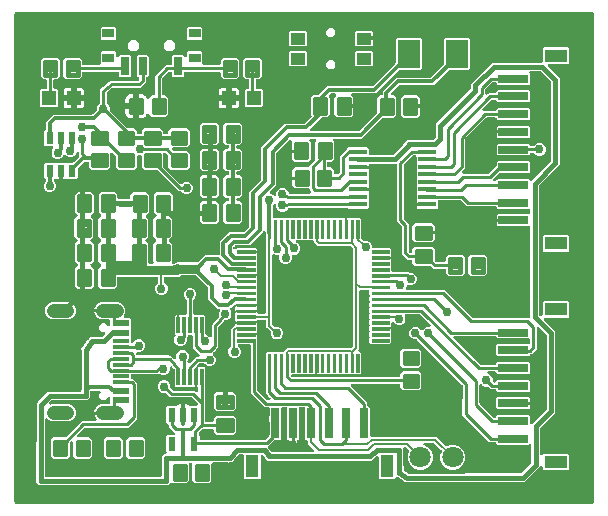
<source format=gtl>
G04 EAGLE Gerber RS-274X export*
G75*
%MOMM*%
%FSLAX34Y34*%
%LPD*%
%INTop Copper*%
%IPPOS*%
%AMOC8*
5,1,8,0,0,1.08239X$1,22.5*%
G01*
%ADD10R,2.028288X0.938419*%
%ADD11R,1.500000X0.435000*%
%ADD12R,0.600000X1.200000*%
%ADD13R,1.100000X1.900000*%
%ADD14R,0.700000X2.500000*%
%ADD15R,2.500000X0.700000*%
%ADD16R,1.900000X1.100000*%
%ADD17R,1.200000X1.200000*%
%ADD18C,0.455000*%
%ADD19R,0.700000X1.500000*%
%ADD20R,1.000000X0.800000*%
%ADD21R,0.300000X1.400000*%
%ADD22C,1.800000*%
%ADD23C,0.070000*%
%ADD24R,1.450000X0.600000*%
%ADD25R,1.450000X0.300000*%
%ADD26C,1.158000*%
%ADD27R,0.600000X1.100000*%
%ADD28R,1.200000X1.000000*%
%ADD29R,1.900000X2.400000*%
%ADD30C,0.254000*%
%ADD31C,0.756400*%
%ADD32C,0.304800*%
%ADD33C,0.406400*%
%ADD34C,0.200000*%
%ADD35C,0.203200*%
%ADD36C,0.762000*%

G36*
X475996Y-10726D02*
X475996Y-10726D01*
X476115Y-10718D01*
X476153Y-10706D01*
X476194Y-10701D01*
X476304Y-10657D01*
X476418Y-10620D01*
X476452Y-10599D01*
X476489Y-10584D01*
X476586Y-10514D01*
X476686Y-10450D01*
X476714Y-10421D01*
X476747Y-10397D01*
X476823Y-10305D01*
X476904Y-10218D01*
X476924Y-10183D01*
X476949Y-10152D01*
X477000Y-10044D01*
X477058Y-9940D01*
X477068Y-9901D01*
X477085Y-9864D01*
X477107Y-9747D01*
X477137Y-9632D01*
X477141Y-9572D01*
X477145Y-9552D01*
X477144Y-9531D01*
X477147Y-9471D01*
X477147Y404096D01*
X477132Y404214D01*
X477125Y404333D01*
X477113Y404371D01*
X477107Y404411D01*
X477064Y404522D01*
X477027Y404635D01*
X477005Y404669D01*
X476990Y404707D01*
X476921Y404803D01*
X476857Y404904D01*
X476827Y404932D01*
X476804Y404964D01*
X476712Y405040D01*
X476625Y405122D01*
X476590Y405141D01*
X476559Y405167D01*
X476451Y405218D01*
X476347Y405275D01*
X476307Y405285D01*
X476271Y405303D01*
X476154Y405325D01*
X476039Y405355D01*
X475979Y405359D01*
X475959Y405362D01*
X475938Y405361D01*
X475878Y405365D01*
X-11987Y405365D01*
X-12051Y405357D01*
X-12116Y405358D01*
X-12208Y405337D01*
X-12303Y405325D01*
X-12363Y405301D01*
X-12425Y405287D01*
X-12510Y405243D01*
X-12598Y405208D01*
X-12650Y405170D01*
X-12708Y405141D01*
X-12779Y405077D01*
X-12856Y405021D01*
X-12897Y404972D01*
X-12945Y404929D01*
X-12998Y404850D01*
X-13058Y404776D01*
X-13086Y404718D01*
X-13122Y404664D01*
X-13185Y404516D01*
X-13294Y404206D01*
X-13322Y404075D01*
X-13355Y403946D01*
X-13357Y403910D01*
X-13360Y403895D01*
X-13360Y403873D01*
X-13365Y403786D01*
X-13365Y-9471D01*
X-13350Y-9589D01*
X-13343Y-9708D01*
X-13330Y-9747D01*
X-13325Y-9787D01*
X-13281Y-9898D01*
X-13245Y-10011D01*
X-13223Y-10045D01*
X-13208Y-10082D01*
X-13138Y-10179D01*
X-13075Y-10279D01*
X-13045Y-10307D01*
X-13021Y-10340D01*
X-12930Y-10416D01*
X-12843Y-10497D01*
X-12808Y-10517D01*
X-12776Y-10543D01*
X-12669Y-10593D01*
X-12565Y-10651D01*
X-12525Y-10661D01*
X-12489Y-10678D01*
X-12372Y-10701D01*
X-12257Y-10730D01*
X-12196Y-10734D01*
X-12176Y-10738D01*
X-12156Y-10737D01*
X-12096Y-10741D01*
X475878Y-10741D01*
X475996Y-10726D01*
G37*
%LPC*%
G36*
X114743Y4689D02*
X114743Y4689D01*
X114742Y4689D01*
X114739Y4689D01*
X10809Y4689D01*
X10797Y4687D01*
X8829Y4689D01*
X8828Y4689D01*
X7337Y4689D01*
X6305Y5723D01*
X6304Y5724D01*
X5254Y6773D01*
X5256Y8228D01*
X5256Y8229D01*
X5256Y10200D01*
X5257Y10206D01*
X5256Y10216D01*
X5256Y10220D01*
X5257Y10245D01*
X5307Y73082D01*
X5307Y73083D01*
X5307Y74574D01*
X6340Y75606D01*
X6341Y75606D01*
X12455Y81720D01*
X14910Y84176D01*
X42113Y84176D01*
X42231Y84191D01*
X42350Y84198D01*
X42388Y84210D01*
X42428Y84215D01*
X42539Y84259D01*
X42652Y84296D01*
X42686Y84318D01*
X42724Y84333D01*
X42820Y84402D01*
X42921Y84466D01*
X42949Y84496D01*
X42981Y84519D01*
X43057Y84611D01*
X43139Y84698D01*
X43158Y84733D01*
X43184Y84764D01*
X43235Y84872D01*
X43292Y84976D01*
X43303Y85015D01*
X43320Y85052D01*
X43342Y85169D01*
X43372Y85284D01*
X43376Y85344D01*
X43380Y85364D01*
X43378Y85385D01*
X43382Y85445D01*
X43382Y119122D01*
X43380Y119142D01*
X43381Y119162D01*
X43366Y119322D01*
X43191Y120417D01*
X43210Y120451D01*
X43292Y120601D01*
X43293Y120602D01*
X43293Y120603D01*
X43332Y120753D01*
X43372Y120909D01*
X43372Y120911D01*
X43372Y120914D01*
X43376Y120971D01*
X44153Y121749D01*
X44165Y121765D01*
X44181Y121777D01*
X44283Y121901D01*
X48386Y127563D01*
X48390Y127569D01*
X48395Y127574D01*
X48465Y127706D01*
X48539Y127841D01*
X48541Y127848D01*
X48544Y127854D01*
X48580Y128000D01*
X48618Y128150D01*
X48618Y128157D01*
X48620Y128163D01*
X48621Y128189D01*
X49413Y129001D01*
X49420Y129011D01*
X49429Y129018D01*
X49531Y129142D01*
X50205Y130072D01*
X50224Y130077D01*
X50370Y130120D01*
X50376Y130124D01*
X50383Y130126D01*
X50512Y130204D01*
X50644Y130282D01*
X50649Y130287D01*
X50655Y130291D01*
X50673Y130308D01*
X51808Y130323D01*
X51819Y130324D01*
X51831Y130323D01*
X51991Y130339D01*
X53125Y130519D01*
X53142Y130510D01*
X53276Y130437D01*
X53283Y130435D01*
X53289Y130432D01*
X53436Y130396D01*
X53584Y130358D01*
X53591Y130358D01*
X53598Y130357D01*
X53759Y130348D01*
X60259Y130434D01*
X60357Y130448D01*
X60455Y130452D01*
X60513Y130469D01*
X60574Y130478D01*
X60665Y130515D01*
X60759Y130544D01*
X60812Y130576D01*
X60868Y130599D01*
X60947Y130658D01*
X61031Y130709D01*
X61107Y130777D01*
X61123Y130789D01*
X61131Y130798D01*
X61151Y130816D01*
X62455Y132152D01*
X62509Y132224D01*
X62572Y132290D01*
X62593Y132329D01*
X62997Y132731D01*
X63083Y132841D01*
X63172Y132949D01*
X63180Y132967D01*
X63192Y132982D01*
X63248Y133111D01*
X63308Y133237D01*
X63311Y133256D01*
X63319Y133273D01*
X63341Y133412D01*
X63368Y133550D01*
X63366Y133568D01*
X63369Y133587D01*
X63357Y133727D01*
X63348Y133867D01*
X63342Y133885D01*
X63340Y133904D01*
X63293Y134036D01*
X63250Y134169D01*
X63240Y134186D01*
X63233Y134203D01*
X63155Y134319D01*
X63080Y134438D01*
X63066Y134451D01*
X63055Y134467D01*
X62950Y134560D01*
X62848Y134656D01*
X62831Y134665D01*
X62817Y134678D01*
X62692Y134742D01*
X62570Y134810D01*
X62551Y134814D01*
X62534Y134823D01*
X62397Y134854D01*
X62262Y134889D01*
X62235Y134891D01*
X62224Y134893D01*
X62204Y134893D01*
X62101Y134899D01*
X60550Y134899D01*
X58499Y136950D01*
X58499Y139850D01*
X60550Y141901D01*
X63450Y141901D01*
X65509Y139842D01*
X65618Y139757D01*
X65725Y139668D01*
X65744Y139660D01*
X65760Y139647D01*
X65888Y139592D01*
X66013Y139533D01*
X66033Y139529D01*
X66052Y139521D01*
X66190Y139499D01*
X66326Y139473D01*
X66346Y139474D01*
X66366Y139471D01*
X66505Y139484D01*
X66643Y139493D01*
X66662Y139499D01*
X66682Y139501D01*
X66814Y139548D01*
X66945Y139591D01*
X66963Y139602D01*
X66982Y139609D01*
X67097Y139687D01*
X67214Y139761D01*
X67228Y139776D01*
X67245Y139787D01*
X67337Y139891D01*
X67432Y139993D01*
X67442Y140010D01*
X67455Y140026D01*
X67519Y140150D01*
X67586Y140271D01*
X67591Y140291D01*
X67600Y140309D01*
X67630Y140445D01*
X67665Y140579D01*
X67667Y140607D01*
X67670Y140619D01*
X67669Y140640D01*
X67675Y140740D01*
X67675Y144116D01*
X67660Y144234D01*
X67653Y144353D01*
X67640Y144391D01*
X67635Y144432D01*
X67592Y144542D01*
X67555Y144655D01*
X67533Y144690D01*
X67518Y144727D01*
X67449Y144823D01*
X67385Y144924D01*
X67355Y144952D01*
X67332Y144985D01*
X67240Y145061D01*
X67153Y145142D01*
X67118Y145162D01*
X67087Y145187D01*
X66979Y145238D01*
X66875Y145296D01*
X66835Y145306D01*
X66799Y145323D01*
X66682Y145345D01*
X66567Y145375D01*
X66507Y145379D01*
X66487Y145383D01*
X66466Y145381D01*
X66406Y145385D01*
X60055Y145385D01*
X57367Y146499D01*
X55309Y148557D01*
X54195Y151245D01*
X54195Y154155D01*
X55309Y156843D01*
X57367Y158901D01*
X60055Y160015D01*
X74545Y160015D01*
X77233Y158901D01*
X79291Y156843D01*
X80405Y154155D01*
X80405Y151245D01*
X79262Y148487D01*
X79252Y148475D01*
X79244Y148456D01*
X79231Y148441D01*
X79176Y148313D01*
X79117Y148187D01*
X79113Y148167D01*
X79105Y148149D01*
X79083Y148011D01*
X79057Y147874D01*
X79058Y147855D01*
X79055Y147835D01*
X79068Y147695D01*
X79077Y147557D01*
X79083Y147538D01*
X79085Y147518D01*
X79132Y147387D01*
X79175Y147255D01*
X79185Y147238D01*
X79192Y147219D01*
X79270Y147104D01*
X79345Y146986D01*
X79359Y146972D01*
X79371Y146956D01*
X79475Y146863D01*
X79576Y146768D01*
X79594Y146758D01*
X79609Y146745D01*
X79733Y146682D01*
X79855Y146614D01*
X79874Y146609D01*
X79892Y146600D01*
X80028Y146570D01*
X80163Y146535D01*
X80191Y146533D01*
X80202Y146531D01*
X80223Y146531D01*
X80324Y146525D01*
X84332Y146525D01*
X85225Y145632D01*
X85225Y130215D01*
X85207Y130181D01*
X85199Y130142D01*
X85183Y130105D01*
X85164Y129987D01*
X85138Y129871D01*
X85139Y129830D01*
X85133Y129791D01*
X85144Y129672D01*
X85147Y129553D01*
X85159Y129514D01*
X85162Y129474D01*
X85203Y129362D01*
X85225Y129286D01*
X85225Y126794D01*
X85242Y126656D01*
X85255Y126517D01*
X85262Y126498D01*
X85265Y126478D01*
X85316Y126349D01*
X85363Y126218D01*
X85374Y126201D01*
X85382Y126183D01*
X85463Y126070D01*
X85541Y125955D01*
X85557Y125942D01*
X85568Y125925D01*
X85676Y125836D01*
X85780Y125745D01*
X85798Y125735D01*
X85813Y125722D01*
X85939Y125663D01*
X86063Y125600D01*
X86083Y125596D01*
X86101Y125587D01*
X86238Y125561D01*
X86373Y125530D01*
X86394Y125531D01*
X86413Y125527D01*
X86552Y125536D01*
X86691Y125540D01*
X86711Y125546D01*
X86731Y125547D01*
X86863Y125590D01*
X86997Y125628D01*
X87014Y125639D01*
X87033Y125645D01*
X87151Y125720D01*
X87271Y125790D01*
X87292Y125808D01*
X87302Y125815D01*
X87316Y125830D01*
X87391Y125896D01*
X88994Y127499D01*
X90944Y128307D01*
X93056Y128307D01*
X95006Y127499D01*
X96499Y126006D01*
X97307Y124056D01*
X97307Y121944D01*
X96499Y119994D01*
X95006Y118501D01*
X93056Y117693D01*
X91064Y117693D01*
X90946Y117678D01*
X90827Y117671D01*
X90789Y117658D01*
X90748Y117653D01*
X90638Y117610D01*
X90525Y117573D01*
X90490Y117551D01*
X90453Y117536D01*
X90357Y117467D01*
X90256Y117403D01*
X90228Y117373D01*
X90195Y117350D01*
X90119Y117258D01*
X90038Y117171D01*
X90018Y117136D01*
X89993Y117105D01*
X89942Y116997D01*
X89884Y116893D01*
X89874Y116853D01*
X89857Y116817D01*
X89835Y116700D01*
X89805Y116585D01*
X89801Y116525D01*
X89797Y116505D01*
X89799Y116484D01*
X89795Y116424D01*
X89795Y116027D01*
X89810Y115909D01*
X89817Y115790D01*
X89830Y115752D01*
X89835Y115712D01*
X89878Y115601D01*
X89915Y115488D01*
X89937Y115454D01*
X89952Y115416D01*
X90021Y115320D01*
X90085Y115219D01*
X90115Y115191D01*
X90138Y115159D01*
X90230Y115083D01*
X90317Y115001D01*
X90352Y114982D01*
X90383Y114956D01*
X90491Y114905D01*
X90595Y114848D01*
X90635Y114838D01*
X90671Y114820D01*
X90788Y114798D01*
X90903Y114768D01*
X90963Y114764D01*
X90983Y114761D01*
X91004Y114762D01*
X91064Y114758D01*
X96031Y114758D01*
X96032Y114758D01*
X96036Y114758D01*
X105125Y114794D01*
X105218Y114806D01*
X105311Y114809D01*
X105316Y114810D01*
X106791Y114801D01*
X106796Y114801D01*
X106804Y114801D01*
X108292Y114807D01*
X108312Y114802D01*
X108427Y114794D01*
X108444Y114791D01*
X108453Y114792D01*
X108472Y114790D01*
X116381Y114741D01*
X116447Y114749D01*
X116513Y114747D01*
X116604Y114768D01*
X116697Y114779D01*
X116759Y114803D01*
X116761Y114804D01*
X117982Y114733D01*
X118000Y114734D01*
X118047Y114731D01*
X119185Y114724D01*
X119942Y113874D01*
X119956Y113862D01*
X119987Y113826D01*
X120850Y112952D01*
X120882Y112869D01*
X120921Y112815D01*
X120951Y112756D01*
X121051Y112629D01*
X121502Y112122D01*
X121514Y112111D01*
X121524Y112098D01*
X121634Y112006D01*
X121741Y111913D01*
X121756Y111905D01*
X121769Y111895D01*
X121898Y111834D01*
X122025Y111770D01*
X122042Y111766D01*
X122057Y111759D01*
X122196Y111733D01*
X122336Y111702D01*
X122353Y111703D01*
X122369Y111699D01*
X122511Y111708D01*
X122654Y111713D01*
X122670Y111718D01*
X122687Y111719D01*
X122822Y111763D01*
X122959Y111803D01*
X122973Y111812D01*
X122989Y111817D01*
X123109Y111893D01*
X123232Y111967D01*
X123244Y111978D01*
X123258Y111987D01*
X123356Y112091D01*
X123456Y112192D01*
X123464Y112207D01*
X123476Y112219D01*
X123545Y112344D01*
X123617Y112467D01*
X123621Y112483D01*
X123629Y112498D01*
X123665Y112635D01*
X123704Y112773D01*
X123705Y112789D01*
X123709Y112805D01*
X123719Y112966D01*
X123719Y114882D01*
X124527Y116832D01*
X126020Y118325D01*
X127970Y119133D01*
X130081Y119133D01*
X132032Y118325D01*
X133525Y116832D01*
X134333Y114882D01*
X134333Y112770D01*
X133525Y110820D01*
X133473Y110769D01*
X133413Y110690D01*
X133345Y110618D01*
X133316Y110565D01*
X133278Y110517D01*
X133239Y110426D01*
X133191Y110340D01*
X133176Y110281D01*
X133152Y110226D01*
X133137Y110128D01*
X133112Y110032D01*
X133106Y109932D01*
X133102Y109911D01*
X133103Y109899D01*
X133102Y109871D01*
X133102Y109305D01*
X133123Y109136D01*
X133142Y108990D01*
X133142Y108989D01*
X133213Y108810D01*
X133259Y108694D01*
X133365Y108548D01*
X133445Y108437D01*
X133446Y108437D01*
X133446Y108436D01*
X133580Y108325D01*
X133690Y108234D01*
X133691Y108234D01*
X133883Y108143D01*
X133978Y108099D01*
X133979Y108098D01*
X134153Y108065D01*
X134290Y108039D01*
X134291Y108039D01*
X134469Y108050D01*
X134608Y108059D01*
X134795Y108119D01*
X134910Y108157D01*
X134911Y108157D01*
X135033Y108234D01*
X135179Y108327D01*
X135180Y108327D01*
X135297Y108437D01*
X138264Y111602D01*
X138298Y111648D01*
X138472Y111825D01*
X138478Y111833D01*
X138496Y111849D01*
X140147Y113610D01*
X141674Y113618D01*
X141684Y113620D01*
X141708Y113619D01*
X142072Y113631D01*
X142189Y113649D01*
X142307Y113660D01*
X142346Y113674D01*
X142386Y113681D01*
X142495Y113728D01*
X142607Y113768D01*
X142640Y113791D01*
X142678Y113807D01*
X142771Y113880D01*
X142870Y113947D01*
X142897Y113977D01*
X142929Y114002D01*
X143002Y114096D01*
X143080Y114185D01*
X143099Y114221D01*
X143124Y114254D01*
X143171Y114363D01*
X143225Y114468D01*
X143234Y114508D01*
X143250Y114546D01*
X143269Y114663D01*
X143295Y114779D01*
X143293Y114819D01*
X143300Y114860D01*
X143289Y114978D01*
X143285Y115097D01*
X143274Y115136D01*
X143270Y115176D01*
X143230Y115288D01*
X143197Y115402D01*
X143176Y115437D01*
X143162Y115475D01*
X143095Y115574D01*
X143035Y115676D01*
X142996Y115721D01*
X142994Y115723D01*
X142993Y115724D01*
X142983Y115739D01*
X142968Y115752D01*
X142929Y115797D01*
X137423Y121302D01*
X137423Y130620D01*
X137408Y130738D01*
X137401Y130857D01*
X137388Y130896D01*
X137383Y130936D01*
X137339Y131046D01*
X137303Y131160D01*
X137281Y131194D01*
X137266Y131231D01*
X137196Y131328D01*
X137133Y131428D01*
X137103Y131456D01*
X137079Y131489D01*
X136988Y131565D01*
X136901Y131646D01*
X136866Y131666D01*
X136834Y131692D01*
X136727Y131742D01*
X136623Y131800D01*
X136583Y131810D01*
X136547Y131827D01*
X136430Y131849D01*
X136315Y131879D01*
X136254Y131883D01*
X136234Y131887D01*
X136214Y131886D01*
X136154Y131889D01*
X134381Y131889D01*
X134263Y131875D01*
X134145Y131867D01*
X134106Y131855D01*
X134066Y131850D01*
X133955Y131806D01*
X133842Y131769D01*
X133808Y131747D01*
X133770Y131733D01*
X133674Y131663D01*
X133573Y131599D01*
X133546Y131569D01*
X133513Y131546D01*
X133437Y131454D01*
X133355Y131367D01*
X133336Y131332D01*
X133310Y131301D01*
X133259Y131193D01*
X133202Y131089D01*
X133192Y131050D01*
X133175Y131013D01*
X133152Y130896D01*
X133122Y130781D01*
X133119Y130721D01*
X133115Y130701D01*
X133116Y130680D01*
X133112Y130620D01*
X133112Y129625D01*
X133020Y129533D01*
X132959Y129455D01*
X132891Y129383D01*
X132862Y129330D01*
X132825Y129282D01*
X132785Y129191D01*
X132738Y129104D01*
X132722Y129045D01*
X132698Y128990D01*
X132683Y128892D01*
X132658Y128796D01*
X132652Y128696D01*
X132649Y128676D01*
X132650Y128663D01*
X132648Y128635D01*
X132648Y126846D01*
X131840Y124896D01*
X130347Y123403D01*
X128397Y122595D01*
X126286Y122595D01*
X124335Y123403D01*
X122842Y124896D01*
X122034Y126846D01*
X122034Y128957D01*
X122894Y131032D01*
X122902Y131061D01*
X122915Y131087D01*
X122944Y131214D01*
X122978Y131339D01*
X122978Y131369D01*
X122985Y131397D01*
X122981Y131527D01*
X122983Y131657D01*
X122976Y131686D01*
X122975Y131715D01*
X122939Y131840D01*
X122909Y131966D01*
X122895Y131993D01*
X122887Y132021D01*
X122821Y132133D01*
X122760Y132247D01*
X122740Y132269D01*
X122725Y132295D01*
X122619Y132416D01*
X122252Y132783D01*
X122252Y148046D01*
X123145Y148939D01*
X131184Y148939D01*
X131303Y148954D01*
X131421Y148961D01*
X131460Y148974D01*
X131500Y148979D01*
X131611Y149023D01*
X131724Y149059D01*
X131758Y149081D01*
X131796Y149096D01*
X131892Y149166D01*
X131993Y149229D01*
X132020Y149259D01*
X132053Y149283D01*
X132129Y149374D01*
X132210Y149461D01*
X132230Y149496D01*
X132256Y149528D01*
X132306Y149635D01*
X132364Y149740D01*
X132374Y149779D01*
X132391Y149815D01*
X132414Y149932D01*
X132443Y150047D01*
X132447Y150108D01*
X132451Y150128D01*
X132450Y150148D01*
X132454Y150208D01*
X132454Y161507D01*
X132441Y161605D01*
X132438Y161704D01*
X132421Y161763D01*
X132414Y161823D01*
X132377Y161915D01*
X132350Y162010D01*
X132319Y162062D01*
X132297Y162118D01*
X132239Y162198D01*
X132188Y162284D01*
X132122Y162359D01*
X132110Y162376D01*
X132101Y162384D01*
X132082Y162405D01*
X130854Y163632D01*
X130046Y165583D01*
X130046Y167694D01*
X130854Y169644D01*
X132347Y171137D01*
X134297Y171945D01*
X136409Y171945D01*
X138359Y171137D01*
X139852Y169644D01*
X140660Y167694D01*
X140660Y165583D01*
X139852Y163632D01*
X138415Y162195D01*
X138354Y162117D01*
X138286Y162045D01*
X138257Y161992D01*
X138220Y161944D01*
X138181Y161853D01*
X138133Y161766D01*
X138118Y161708D01*
X138094Y161652D01*
X138078Y161555D01*
X138053Y161459D01*
X138047Y161359D01*
X138044Y161338D01*
X138045Y161326D01*
X138043Y161298D01*
X138043Y160057D01*
X138043Y160055D01*
X138043Y150208D01*
X138058Y150090D01*
X138065Y149971D01*
X138078Y149933D01*
X138083Y149893D01*
X138127Y149782D01*
X138163Y149669D01*
X138185Y149635D01*
X138200Y149597D01*
X138270Y149501D01*
X138334Y149400D01*
X138363Y149372D01*
X138387Y149340D01*
X138479Y149264D01*
X138565Y149182D01*
X138601Y149163D01*
X138632Y149137D01*
X138739Y149086D01*
X138844Y149029D01*
X138883Y149018D01*
X138920Y149001D01*
X139036Y148979D01*
X139152Y148949D01*
X139212Y148945D01*
X139232Y148941D01*
X139252Y148943D01*
X139312Y148939D01*
X147408Y148939D01*
X148301Y148046D01*
X148301Y133345D01*
X148305Y133315D01*
X148303Y133286D01*
X148325Y133158D01*
X148341Y133029D01*
X148352Y133002D01*
X148357Y132973D01*
X148410Y132854D01*
X148458Y132734D01*
X148475Y132710D01*
X148488Y132683D01*
X148569Y132581D01*
X148645Y132476D01*
X148668Y132457D01*
X148686Y132434D01*
X148790Y132356D01*
X148890Y132273D01*
X148917Y132261D01*
X148940Y132243D01*
X149085Y132172D01*
X150865Y131435D01*
X151549Y130751D01*
X151659Y130666D01*
X151766Y130577D01*
X151785Y130568D01*
X151801Y130556D01*
X151929Y130500D01*
X152054Y130441D01*
X152074Y130437D01*
X152093Y130429D01*
X152231Y130407D01*
X152366Y130381D01*
X152387Y130383D01*
X152407Y130379D01*
X152546Y130392D01*
X152684Y130401D01*
X152703Y130407D01*
X152723Y130409D01*
X152854Y130456D01*
X152986Y130499D01*
X153004Y130510D01*
X153023Y130517D01*
X153137Y130595D01*
X153255Y130669D01*
X153269Y130684D01*
X153286Y130695D01*
X153378Y130799D01*
X153473Y130901D01*
X153483Y130919D01*
X153496Y130934D01*
X153559Y131057D01*
X153627Y131179D01*
X153632Y131199D01*
X153641Y131217D01*
X153671Y131353D01*
X153706Y131487D01*
X153708Y131515D01*
X153710Y131527D01*
X153710Y131548D01*
X153716Y131648D01*
X153716Y139667D01*
X153713Y139689D01*
X153712Y139768D01*
X153625Y140855D01*
X153627Y140857D01*
X153641Y140911D01*
X154420Y141691D01*
X154433Y141708D01*
X154489Y141765D01*
X159488Y147634D01*
X159563Y147749D01*
X159643Y147862D01*
X159651Y147882D01*
X159662Y147900D01*
X159707Y148030D01*
X159756Y148159D01*
X159758Y148180D01*
X159765Y148201D01*
X159776Y148338D01*
X159791Y148475D01*
X159788Y148496D01*
X159790Y148518D01*
X159766Y148654D01*
X159746Y148790D01*
X159737Y148818D01*
X159736Y148821D01*
X159736Y150952D01*
X160404Y152564D01*
X160413Y152595D01*
X160415Y152600D01*
X160417Y152611D01*
X160417Y152612D01*
X160438Y152657D01*
X160459Y152764D01*
X160488Y152870D01*
X160489Y152920D01*
X160498Y152969D01*
X160491Y153078D01*
X160493Y153188D01*
X160481Y153237D01*
X160478Y153286D01*
X160444Y153391D01*
X160419Y153498D01*
X160396Y153542D01*
X160380Y153589D01*
X160321Y153682D01*
X160270Y153779D01*
X160237Y153815D01*
X160210Y153858D01*
X160130Y153933D01*
X160056Y154014D01*
X160015Y154041D01*
X159978Y154075D01*
X159882Y154128D01*
X159790Y154189D01*
X159743Y154205D01*
X159700Y154229D01*
X159594Y154256D01*
X159490Y154292D01*
X159440Y154296D01*
X159392Y154308D01*
X159231Y154319D01*
X158710Y154319D01*
X150695Y162334D01*
X150695Y171646D01*
X150683Y171744D01*
X150680Y171843D01*
X150663Y171901D01*
X150655Y171961D01*
X150619Y172053D01*
X150591Y172148D01*
X150560Y172200D01*
X150538Y172257D01*
X150480Y172337D01*
X150430Y172422D01*
X150363Y172498D01*
X150351Y172514D01*
X150342Y172522D01*
X150323Y172543D01*
X140399Y182467D01*
X140324Y182525D01*
X140256Y182590D01*
X140199Y182622D01*
X140148Y182662D01*
X140061Y182700D01*
X139979Y182746D01*
X139916Y182763D01*
X139856Y182789D01*
X139763Y182803D01*
X139672Y182828D01*
X139560Y182836D01*
X139542Y182838D01*
X139532Y182838D01*
X139511Y182839D01*
X128677Y182920D01*
X128573Y182908D01*
X128470Y182905D01*
X128416Y182889D01*
X128361Y182882D01*
X128264Y182845D01*
X128164Y182816D01*
X128116Y182788D01*
X128064Y182768D01*
X127980Y182707D01*
X127890Y182655D01*
X127823Y182595D01*
X127805Y182583D01*
X127796Y182572D01*
X127770Y182548D01*
X127636Y182414D01*
X125675Y181602D01*
X114771Y181602D01*
X114656Y181588D01*
X114541Y181581D01*
X114499Y181568D01*
X114456Y181562D01*
X114348Y181520D01*
X114238Y181485D01*
X114201Y181461D01*
X114160Y181445D01*
X114066Y181377D01*
X113968Y181316D01*
X113938Y181284D01*
X113903Y181259D01*
X113829Y181169D01*
X113749Y181085D01*
X113728Y181047D01*
X113700Y181014D01*
X113651Y180909D01*
X113594Y180807D01*
X113583Y180765D01*
X113565Y180726D01*
X113543Y180612D01*
X113513Y180500D01*
X113509Y180434D01*
X113505Y180413D01*
X113506Y180394D01*
X113502Y180339D01*
X113485Y176739D01*
X113497Y176638D01*
X113500Y176535D01*
X113516Y176480D01*
X113523Y176423D01*
X113560Y176328D01*
X113588Y176230D01*
X113618Y176181D01*
X113638Y176127D01*
X113698Y176044D01*
X113750Y175956D01*
X113812Y175886D01*
X113824Y175869D01*
X113835Y175860D01*
X113856Y175835D01*
X115388Y174303D01*
X116196Y172353D01*
X116196Y170242D01*
X115388Y168291D01*
X113895Y166798D01*
X111945Y165991D01*
X109834Y165991D01*
X107883Y166798D01*
X106391Y168291D01*
X105583Y170242D01*
X105583Y172353D01*
X106391Y174303D01*
X108062Y175975D01*
X108102Y176026D01*
X108158Y176080D01*
X108171Y176102D01*
X108189Y176121D01*
X108223Y176183D01*
X108257Y176226D01*
X108281Y176282D01*
X108324Y176351D01*
X108331Y176376D01*
X108344Y176399D01*
X108363Y176470D01*
X108383Y176518D01*
X108392Y176575D01*
X108417Y176655D01*
X108418Y176681D01*
X108425Y176706D01*
X108436Y176867D01*
X108453Y180327D01*
X108438Y180448D01*
X108430Y180570D01*
X108419Y180605D01*
X108414Y180642D01*
X108370Y180756D01*
X108332Y180872D01*
X108312Y180904D01*
X108299Y180939D01*
X108227Y181038D01*
X108162Y181141D01*
X108135Y181167D01*
X108113Y181197D01*
X108020Y181275D01*
X107931Y181359D01*
X107898Y181377D01*
X107869Y181401D01*
X107759Y181454D01*
X107652Y181513D01*
X107616Y181522D01*
X107582Y181538D01*
X107462Y181561D01*
X107344Y181592D01*
X107289Y181596D01*
X107270Y181599D01*
X107249Y181598D01*
X107183Y181602D01*
X74842Y181602D01*
X74723Y181587D01*
X74605Y181580D01*
X74566Y181567D01*
X74526Y181562D01*
X74415Y181519D01*
X74302Y181482D01*
X74268Y181460D01*
X74230Y181445D01*
X74134Y181375D01*
X74034Y181312D01*
X74006Y181282D01*
X73973Y181259D01*
X73897Y181167D01*
X73816Y181080D01*
X73796Y181045D01*
X73770Y181014D01*
X73720Y180906D01*
X73662Y180802D01*
X73652Y180762D01*
X73635Y180726D01*
X73612Y180609D01*
X73583Y180494D01*
X73579Y180433D01*
X73575Y180413D01*
X73576Y180393D01*
X73572Y180333D01*
X73572Y173669D01*
X71347Y171444D01*
X59749Y171444D01*
X57523Y173669D01*
X57523Y188267D01*
X59813Y190557D01*
X59886Y190651D01*
X59965Y190741D01*
X59983Y190777D01*
X60008Y190809D01*
X60055Y190918D01*
X60109Y191024D01*
X60118Y191063D01*
X60134Y191100D01*
X60153Y191218D01*
X60179Y191334D01*
X60178Y191374D01*
X60184Y191415D01*
X60173Y191533D01*
X60169Y191652D01*
X60158Y191691D01*
X60154Y191731D01*
X60114Y191843D01*
X60081Y191958D01*
X60061Y191992D01*
X60047Y192030D01*
X59980Y192129D01*
X59919Y192231D01*
X59880Y192277D01*
X59868Y192294D01*
X59853Y192307D01*
X59813Y192352D01*
X57523Y194642D01*
X57523Y209240D01*
X59672Y211389D01*
X59745Y211483D01*
X59823Y211572D01*
X59842Y211608D01*
X59867Y211640D01*
X59914Y211750D01*
X59968Y211855D01*
X59977Y211895D01*
X59993Y211932D01*
X60012Y212050D01*
X60038Y212166D01*
X60036Y212206D01*
X60043Y212246D01*
X60032Y212365D01*
X60028Y212484D01*
X60017Y212522D01*
X60013Y212563D01*
X59973Y212675D01*
X59940Y212789D01*
X59919Y212824D01*
X59905Y212862D01*
X59838Y212961D01*
X59778Y213063D01*
X59738Y213108D01*
X59727Y213125D01*
X59711Y213139D01*
X59672Y213184D01*
X57397Y215459D01*
X57397Y230057D01*
X59865Y232525D01*
X59938Y232620D01*
X60017Y232709D01*
X60035Y232745D01*
X60060Y232777D01*
X60108Y232886D01*
X60162Y232992D01*
X60170Y233031D01*
X60187Y233068D01*
X60205Y233186D01*
X60231Y233302D01*
X60230Y233343D01*
X60236Y233383D01*
X60225Y233501D01*
X60222Y233620D01*
X60210Y233659D01*
X60207Y233699D01*
X60166Y233811D01*
X60133Y233926D01*
X60113Y233960D01*
X60099Y233998D01*
X60032Y234097D01*
X59972Y234199D01*
X59932Y234245D01*
X59920Y234262D01*
X59905Y234275D01*
X59865Y234320D01*
X57776Y236410D01*
X57776Y251008D01*
X60002Y253233D01*
X71599Y253233D01*
X73825Y251008D01*
X73825Y248389D01*
X73840Y248273D01*
X73847Y248156D01*
X73860Y248116D01*
X73865Y248074D01*
X73908Y247965D01*
X73944Y247853D01*
X73967Y247817D01*
X73982Y247778D01*
X74051Y247683D01*
X74113Y247584D01*
X74144Y247555D01*
X74169Y247521D01*
X74259Y247446D01*
X74344Y247365D01*
X74381Y247345D01*
X74414Y247318D01*
X74520Y247268D01*
X74622Y247211D01*
X74663Y247200D01*
X74702Y247182D01*
X74816Y247160D01*
X74930Y247131D01*
X74994Y247126D01*
X75014Y247122D01*
X75034Y247124D01*
X75090Y247120D01*
X83243Y247094D01*
X83364Y247108D01*
X83484Y247116D01*
X83521Y247128D01*
X83559Y247132D01*
X83672Y247177D01*
X83787Y247214D01*
X83819Y247234D01*
X83855Y247248D01*
X83953Y247319D01*
X84056Y247384D01*
X84082Y247412D01*
X84113Y247434D01*
X84191Y247528D01*
X84273Y247616D01*
X84292Y247649D01*
X84317Y247679D01*
X84369Y247788D01*
X84427Y247894D01*
X84437Y247931D01*
X84453Y247966D01*
X84476Y248085D01*
X84506Y248202D01*
X84510Y248259D01*
X84514Y248278D01*
X84513Y248299D01*
X84517Y248363D01*
X84517Y250835D01*
X86743Y253061D01*
X98340Y253061D01*
X100566Y250835D01*
X100566Y236237D01*
X98006Y233677D01*
X97933Y233583D01*
X97854Y233493D01*
X97836Y233457D01*
X97811Y233425D01*
X97763Y233316D01*
X97709Y233210D01*
X97700Y233171D01*
X97684Y233134D01*
X97666Y233016D01*
X97640Y232900D01*
X97641Y232860D01*
X97635Y232819D01*
X97646Y232701D01*
X97649Y232582D01*
X97661Y232543D01*
X97664Y232503D01*
X97705Y232391D01*
X97738Y232276D01*
X97758Y232242D01*
X97772Y232204D01*
X97839Y232105D01*
X97899Y232003D01*
X97939Y231957D01*
X97951Y231940D01*
X97966Y231927D01*
X98006Y231882D01*
X100003Y229884D01*
X100003Y215286D01*
X97794Y213077D01*
X97721Y212983D01*
X97642Y212894D01*
X97624Y212858D01*
X97599Y212826D01*
X97552Y212717D01*
X97498Y212611D01*
X97489Y212571D01*
X97473Y212534D01*
X97454Y212416D01*
X97428Y212300D01*
X97429Y212260D01*
X97423Y212220D01*
X97434Y212101D01*
X97438Y211983D01*
X97449Y211944D01*
X97453Y211903D01*
X97493Y211791D01*
X97526Y211677D01*
X97547Y211642D01*
X97561Y211604D01*
X97627Y211506D01*
X97688Y211403D01*
X97728Y211358D01*
X97739Y211341D01*
X97754Y211328D01*
X97794Y211282D01*
X100009Y209068D01*
X100009Y196282D01*
X100021Y196183D01*
X100024Y196084D01*
X100041Y196026D01*
X100049Y195966D01*
X100064Y195929D01*
X100064Y193541D01*
X100078Y193423D01*
X100086Y193304D01*
X100098Y193266D01*
X100103Y193225D01*
X100147Y193115D01*
X100184Y193002D01*
X100206Y192967D01*
X100220Y192930D01*
X100290Y192833D01*
X100354Y192733D01*
X100384Y192705D01*
X100407Y192672D01*
X100499Y192596D01*
X100586Y192515D01*
X100621Y192495D01*
X100652Y192470D01*
X100760Y192419D01*
X100864Y192361D01*
X100903Y192351D01*
X100940Y192334D01*
X101057Y192312D01*
X101172Y192282D01*
X101232Y192278D01*
X101252Y192274D01*
X101273Y192276D01*
X101333Y192272D01*
X103093Y192272D01*
X103231Y192289D01*
X103370Y192302D01*
X103389Y192309D01*
X103409Y192312D01*
X103538Y192363D01*
X103669Y192410D01*
X103686Y192421D01*
X103705Y192429D01*
X103817Y192510D01*
X103932Y192588D01*
X103946Y192604D01*
X103962Y192615D01*
X104051Y192722D01*
X104143Y192827D01*
X104152Y192845D01*
X104165Y192860D01*
X104224Y192986D01*
X104287Y193110D01*
X104292Y193130D01*
X104300Y193148D01*
X104326Y193284D01*
X104357Y193420D01*
X104356Y193441D01*
X104360Y193460D01*
X104351Y193599D01*
X104347Y193738D01*
X104342Y193758D01*
X104340Y193778D01*
X104298Y193910D01*
X104259Y194044D01*
X104249Y194061D01*
X104242Y194080D01*
X104168Y194197D01*
X104097Y194318D01*
X104079Y194339D01*
X104072Y194349D01*
X104057Y194363D01*
X103991Y194438D01*
X103959Y194470D01*
X103959Y209068D01*
X106169Y211277D01*
X106242Y211371D01*
X106320Y211460D01*
X106339Y211496D01*
X106363Y211528D01*
X106411Y211637D01*
X106465Y211743D01*
X106474Y211783D01*
X106490Y211820D01*
X106508Y211937D01*
X106535Y212053D01*
X106533Y212094D01*
X106540Y212134D01*
X106528Y212252D01*
X106525Y212371D01*
X106514Y212410D01*
X106510Y212450D01*
X106470Y212563D01*
X106436Y212677D01*
X106416Y212712D01*
X106402Y212750D01*
X106335Y212848D01*
X106275Y212951D01*
X106235Y212996D01*
X106224Y213013D01*
X106208Y213026D01*
X106169Y213072D01*
X103954Y215286D01*
X103954Y229884D01*
X106514Y232445D01*
X106587Y232539D01*
X106666Y232628D01*
X106684Y232664D01*
X106709Y232696D01*
X106757Y232805D01*
X106811Y232911D01*
X106819Y232951D01*
X106836Y232988D01*
X106854Y233105D01*
X106880Y233221D01*
X106879Y233262D01*
X106885Y233302D01*
X106874Y233420D01*
X106871Y233539D01*
X106859Y233578D01*
X106856Y233618D01*
X106815Y233731D01*
X106782Y233845D01*
X106762Y233880D01*
X106748Y233918D01*
X106681Y234016D01*
X106621Y234119D01*
X106581Y234164D01*
X106569Y234181D01*
X106554Y234194D01*
X106514Y234240D01*
X104517Y236237D01*
X104517Y250835D01*
X106743Y253061D01*
X118340Y253061D01*
X120566Y250835D01*
X120566Y236237D01*
X118006Y233677D01*
X117933Y233583D01*
X117854Y233493D01*
X117836Y233457D01*
X117811Y233425D01*
X117763Y233316D01*
X117709Y233210D01*
X117700Y233171D01*
X117684Y233134D01*
X117666Y233016D01*
X117640Y232900D01*
X117641Y232860D01*
X117635Y232819D01*
X117646Y232701D01*
X117649Y232582D01*
X117661Y232543D01*
X117664Y232503D01*
X117705Y232391D01*
X117738Y232276D01*
X117758Y232242D01*
X117772Y232204D01*
X117839Y232105D01*
X117899Y232003D01*
X117939Y231957D01*
X117951Y231940D01*
X117966Y231927D01*
X118006Y231882D01*
X120003Y229884D01*
X120003Y215286D01*
X117794Y213077D01*
X117721Y212983D01*
X117642Y212894D01*
X117624Y212858D01*
X117599Y212826D01*
X117552Y212717D01*
X117498Y212611D01*
X117489Y212571D01*
X117473Y212534D01*
X117454Y212416D01*
X117428Y212300D01*
X117429Y212260D01*
X117423Y212220D01*
X117434Y212101D01*
X117438Y211983D01*
X117449Y211944D01*
X117453Y211903D01*
X117493Y211791D01*
X117526Y211677D01*
X117547Y211642D01*
X117561Y211604D01*
X117627Y211506D01*
X117688Y211403D01*
X117728Y211358D01*
X117739Y211341D01*
X117754Y211328D01*
X117794Y211282D01*
X120009Y209068D01*
X120009Y194470D01*
X119978Y194438D01*
X119892Y194329D01*
X119804Y194222D01*
X119795Y194203D01*
X119783Y194187D01*
X119727Y194060D01*
X119668Y193934D01*
X119664Y193914D01*
X119656Y193895D01*
X119634Y193758D01*
X119608Y193621D01*
X119610Y193601D01*
X119606Y193581D01*
X119620Y193442D01*
X119628Y193304D01*
X119634Y193285D01*
X119636Y193265D01*
X119683Y193133D01*
X119726Y193002D01*
X119737Y192984D01*
X119744Y192965D01*
X119822Y192850D01*
X119896Y192733D01*
X119911Y192719D01*
X119922Y192702D01*
X120027Y192610D01*
X120128Y192515D01*
X120146Y192505D01*
X120161Y192492D01*
X120285Y192428D01*
X120406Y192361D01*
X120426Y192356D01*
X120444Y192347D01*
X120580Y192317D01*
X120714Y192282D01*
X120742Y192280D01*
X120754Y192277D01*
X120775Y192278D01*
X120875Y192272D01*
X121088Y192272D01*
X121232Y192290D01*
X121377Y192305D01*
X121395Y192310D01*
X121403Y192312D01*
X121419Y192318D01*
X121531Y192352D01*
X122362Y192661D01*
X122387Y192674D01*
X122413Y192682D01*
X122527Y192748D01*
X122621Y192797D01*
X124650Y193620D01*
X124695Y193619D01*
X124844Y193637D01*
X124994Y193653D01*
X125005Y193656D01*
X125011Y193657D01*
X125023Y193662D01*
X125148Y193699D01*
X125374Y193784D01*
X125504Y193724D01*
X125530Y193716D01*
X125554Y193703D01*
X125681Y193669D01*
X125807Y193629D01*
X125835Y193628D01*
X125861Y193621D01*
X126022Y193610D01*
X140301Y193503D01*
X140466Y193433D01*
X140498Y193424D01*
X140528Y193409D01*
X140651Y193381D01*
X140772Y193347D01*
X140805Y193346D01*
X140838Y193339D01*
X140964Y193342D01*
X141090Y193339D01*
X141123Y193347D01*
X141156Y193348D01*
X141277Y193383D01*
X141400Y193411D01*
X141429Y193426D01*
X141461Y193436D01*
X141570Y193500D01*
X141682Y193558D01*
X141707Y193580D01*
X141736Y193597D01*
X141857Y193703D01*
X144793Y196630D01*
X144794Y196630D01*
X144795Y196631D01*
X147643Y199480D01*
X159196Y199480D01*
X159314Y199495D01*
X159433Y199502D01*
X159472Y199515D01*
X159512Y199520D01*
X159622Y199563D01*
X159736Y199600D01*
X159770Y199622D01*
X159807Y199637D01*
X159904Y199706D01*
X160004Y199770D01*
X160032Y199800D01*
X160065Y199823D01*
X160141Y199915D01*
X160222Y200002D01*
X160242Y200037D01*
X160268Y200068D01*
X160318Y200176D01*
X160376Y200280D01*
X160386Y200320D01*
X160403Y200356D01*
X160425Y200473D01*
X160455Y200588D01*
X160459Y200648D01*
X160463Y200668D01*
X160462Y200689D01*
X160465Y200749D01*
X160465Y211253D01*
X166407Y217195D01*
X168565Y219352D01*
X179896Y219352D01*
X179994Y219365D01*
X180093Y219368D01*
X180151Y219385D01*
X180211Y219392D01*
X180303Y219429D01*
X180398Y219456D01*
X180451Y219487D01*
X180507Y219509D01*
X180587Y219567D01*
X180672Y219618D01*
X180748Y219684D01*
X180764Y219696D01*
X180772Y219705D01*
X180793Y219724D01*
X184914Y223845D01*
X184975Y223923D01*
X185043Y223995D01*
X185072Y224048D01*
X185109Y224096D01*
X185148Y224187D01*
X185196Y224274D01*
X185211Y224333D01*
X185235Y224388D01*
X185251Y224486D01*
X185276Y224582D01*
X185282Y224682D01*
X185285Y224702D01*
X185284Y224715D01*
X185286Y224743D01*
X185286Y253236D01*
X195380Y263330D01*
X195440Y263408D01*
X195508Y263480D01*
X195537Y263533D01*
X195574Y263581D01*
X195614Y263672D01*
X195662Y263759D01*
X195677Y263817D01*
X195701Y263873D01*
X195716Y263971D01*
X195741Y264067D01*
X195747Y264167D01*
X195751Y264187D01*
X195749Y264199D01*
X195751Y264227D01*
X195751Y290863D01*
X215737Y310849D01*
X231811Y310849D01*
X231910Y310861D01*
X232009Y310864D01*
X232067Y310881D01*
X232127Y310889D01*
X232219Y310925D01*
X232314Y310953D01*
X232366Y310983D01*
X232423Y311006D01*
X232503Y311064D01*
X232588Y311114D01*
X232663Y311180D01*
X232680Y311192D01*
X232688Y311202D01*
X232709Y311220D01*
X237849Y316360D01*
X237922Y316454D01*
X238000Y316544D01*
X238019Y316580D01*
X238044Y316612D01*
X238091Y316721D01*
X238145Y316827D01*
X238154Y316866D01*
X238170Y316903D01*
X238189Y317021D01*
X238215Y317137D01*
X238213Y317177D01*
X238220Y317217D01*
X238209Y317336D01*
X238205Y317455D01*
X238194Y317494D01*
X238190Y317534D01*
X238150Y317646D01*
X238117Y317760D01*
X238096Y317795D01*
X238082Y317833D01*
X238016Y317932D01*
X237955Y318034D01*
X237915Y318080D01*
X237904Y318096D01*
X237888Y318110D01*
X237849Y318155D01*
X237502Y318502D01*
X237502Y333099D01*
X239728Y335325D01*
X243688Y335325D01*
X243786Y335338D01*
X243885Y335341D01*
X243943Y335358D01*
X244003Y335365D01*
X244096Y335402D01*
X244191Y335429D01*
X244243Y335460D01*
X244299Y335482D01*
X244379Y335540D01*
X244465Y335591D01*
X244540Y335657D01*
X244557Y335669D01*
X244564Y335678D01*
X244585Y335697D01*
X251620Y342731D01*
X289494Y342731D01*
X289592Y342744D01*
X289691Y342747D01*
X289749Y342764D01*
X289810Y342771D01*
X289902Y342808D01*
X289997Y342835D01*
X290049Y342866D01*
X290105Y342888D01*
X290185Y342946D01*
X290271Y342997D01*
X290346Y343063D01*
X290363Y343075D01*
X290370Y343084D01*
X290392Y343103D01*
X308904Y361615D01*
X308964Y361693D01*
X309032Y361765D01*
X309061Y361818D01*
X309098Y361866D01*
X309138Y361957D01*
X309186Y362044D01*
X309201Y362102D01*
X309225Y362158D01*
X309240Y362256D01*
X309265Y362352D01*
X309271Y362452D01*
X309275Y362472D01*
X309273Y362485D01*
X309275Y362513D01*
X309275Y383032D01*
X310168Y383925D01*
X330432Y383925D01*
X331325Y383032D01*
X331325Y357768D01*
X330432Y356875D01*
X313313Y356875D01*
X313214Y356863D01*
X313115Y356860D01*
X313057Y356843D01*
X312997Y356835D01*
X312905Y356799D01*
X312810Y356771D01*
X312758Y356741D01*
X312701Y356718D01*
X312621Y356660D01*
X312536Y356610D01*
X312460Y356544D01*
X312444Y356532D01*
X312436Y356522D01*
X312415Y356504D01*
X292545Y336634D01*
X273082Y336634D01*
X272944Y336617D01*
X272805Y336603D01*
X272786Y336597D01*
X272766Y336594D01*
X272637Y336543D01*
X272506Y336496D01*
X272489Y336484D01*
X272470Y336477D01*
X272358Y336395D01*
X272243Y336317D01*
X272229Y336302D01*
X272213Y336290D01*
X272124Y336183D01*
X272032Y336079D01*
X272023Y336061D01*
X272010Y336045D01*
X271951Y335919D01*
X271888Y335796D01*
X271883Y335776D01*
X271875Y335757D01*
X271849Y335621D01*
X271818Y335485D01*
X271819Y335465D01*
X271815Y335445D01*
X271823Y335307D01*
X271828Y335167D01*
X271833Y335148D01*
X271835Y335128D01*
X271877Y334996D01*
X271916Y334862D01*
X271926Y334844D01*
X271933Y334825D01*
X272007Y334707D01*
X272078Y334588D01*
X272096Y334567D01*
X272103Y334556D01*
X272118Y334542D01*
X272184Y334467D01*
X273552Y333099D01*
X273552Y318502D01*
X271326Y316276D01*
X259728Y316276D01*
X257502Y318502D01*
X257502Y333099D01*
X258870Y334467D01*
X258955Y334577D01*
X259044Y334684D01*
X259052Y334702D01*
X259065Y334718D01*
X259120Y334846D01*
X259179Y334972D01*
X259183Y334992D01*
X259191Y335010D01*
X259213Y335148D01*
X259239Y335284D01*
X259238Y335304D01*
X259241Y335324D01*
X259228Y335463D01*
X259219Y335602D01*
X259213Y335621D01*
X259211Y335641D01*
X259164Y335772D01*
X259121Y335904D01*
X259111Y335921D01*
X259104Y335940D01*
X259026Y336055D01*
X258951Y336173D01*
X258936Y336187D01*
X258925Y336203D01*
X258821Y336295D01*
X258720Y336391D01*
X258702Y336400D01*
X258687Y336414D01*
X258563Y336477D01*
X258441Y336544D01*
X258422Y336549D01*
X258403Y336558D01*
X258268Y336589D01*
X258133Y336624D01*
X258105Y336625D01*
X258093Y336628D01*
X258073Y336627D01*
X257972Y336634D01*
X254671Y336634D01*
X254573Y336621D01*
X254474Y336618D01*
X254416Y336602D01*
X254356Y336594D01*
X254264Y336558D01*
X254168Y336530D01*
X254116Y336499D01*
X254060Y336477D01*
X253980Y336419D01*
X253895Y336369D01*
X253819Y336302D01*
X253803Y336290D01*
X253795Y336281D01*
X253774Y336262D01*
X252979Y335467D01*
X252906Y335373D01*
X252827Y335284D01*
X252809Y335248D01*
X252784Y335216D01*
X252737Y335107D01*
X252682Y335001D01*
X252674Y334961D01*
X252658Y334924D01*
X252639Y334806D01*
X252613Y334690D01*
X252614Y334650D01*
X252608Y334610D01*
X252619Y334491D01*
X252622Y334373D01*
X252634Y334334D01*
X252638Y334293D01*
X252678Y334181D01*
X252711Y334067D01*
X252731Y334032D01*
X252745Y333994D01*
X252812Y333896D01*
X252872Y333793D01*
X252912Y333748D01*
X252924Y333731D01*
X252939Y333718D01*
X252979Y333672D01*
X253552Y333099D01*
X253552Y318502D01*
X251326Y316276D01*
X246913Y316276D01*
X246815Y316263D01*
X246716Y316260D01*
X246658Y316244D01*
X246598Y316236D01*
X246505Y316200D01*
X246410Y316172D01*
X246358Y316141D01*
X246302Y316119D01*
X246222Y316061D01*
X246136Y316010D01*
X246061Y315944D01*
X246045Y315932D01*
X246037Y315923D01*
X246016Y315904D01*
X236727Y306615D01*
X236642Y306506D01*
X236553Y306399D01*
X236545Y306380D01*
X236532Y306364D01*
X236477Y306236D01*
X236418Y306111D01*
X236414Y306091D01*
X236406Y306072D01*
X236384Y305934D01*
X236358Y305798D01*
X236359Y305778D01*
X236356Y305758D01*
X236369Y305619D01*
X236378Y305481D01*
X236384Y305462D01*
X236386Y305442D01*
X236433Y305310D01*
X236476Y305179D01*
X236486Y305161D01*
X236493Y305142D01*
X236571Y305027D01*
X236646Y304910D01*
X236661Y304896D01*
X236672Y304879D01*
X236776Y304787D01*
X236877Y304692D01*
X236895Y304682D01*
X236910Y304669D01*
X237034Y304605D01*
X237156Y304538D01*
X237175Y304533D01*
X237194Y304524D01*
X237329Y304494D01*
X237464Y304459D01*
X237492Y304457D01*
X237504Y304454D01*
X237524Y304455D01*
X237625Y304449D01*
X277811Y304449D01*
X277910Y304461D01*
X278009Y304464D01*
X278067Y304481D01*
X278127Y304489D01*
X278219Y304525D01*
X278314Y304553D01*
X278366Y304583D01*
X278423Y304606D01*
X278503Y304664D01*
X278588Y304714D01*
X278663Y304780D01*
X278680Y304792D01*
X278688Y304802D01*
X278709Y304820D01*
X293479Y319590D01*
X293539Y319668D01*
X293607Y319740D01*
X293636Y319793D01*
X293673Y319841D01*
X293713Y319932D01*
X293761Y320019D01*
X293776Y320078D01*
X293800Y320133D01*
X293815Y320231D01*
X293840Y320327D01*
X293846Y320427D01*
X293850Y320447D01*
X293848Y320460D01*
X293850Y320488D01*
X293850Y332799D01*
X296076Y335025D01*
X297282Y335025D01*
X297400Y335040D01*
X297519Y335047D01*
X297557Y335059D01*
X297598Y335064D01*
X297708Y335108D01*
X297821Y335145D01*
X297856Y335167D01*
X297893Y335181D01*
X297989Y335251D01*
X298090Y335315D01*
X298118Y335345D01*
X298151Y335368D01*
X298227Y335460D01*
X298308Y335547D01*
X298328Y335582D01*
X298353Y335613D01*
X298404Y335721D01*
X298462Y335825D01*
X298472Y335864D01*
X298489Y335901D01*
X298511Y336018D01*
X298541Y336133D01*
X298545Y336193D01*
X298549Y336213D01*
X298547Y336234D01*
X298551Y336294D01*
X298551Y338663D01*
X309737Y349849D01*
X338411Y349849D01*
X338510Y349861D01*
X338609Y349864D01*
X338667Y349881D01*
X338727Y349889D01*
X338819Y349925D01*
X338914Y349953D01*
X338966Y349983D01*
X339023Y350006D01*
X339103Y350064D01*
X339188Y350114D01*
X339263Y350180D01*
X339280Y350192D01*
X339288Y350202D01*
X339309Y350220D01*
X349904Y360815D01*
X349964Y360893D01*
X350032Y360965D01*
X350061Y361018D01*
X350098Y361066D01*
X350138Y361157D01*
X350186Y361244D01*
X350201Y361303D01*
X350225Y361358D01*
X350240Y361456D01*
X350265Y361552D01*
X350271Y361652D01*
X350275Y361672D01*
X350273Y361685D01*
X350275Y361713D01*
X350275Y383032D01*
X351168Y383925D01*
X371432Y383925D01*
X372325Y383032D01*
X372325Y357768D01*
X371432Y356875D01*
X355113Y356875D01*
X355014Y356863D01*
X354915Y356860D01*
X354857Y356843D01*
X354797Y356835D01*
X354705Y356799D01*
X354610Y356771D01*
X354558Y356741D01*
X354501Y356718D01*
X354421Y356660D01*
X354336Y356610D01*
X354261Y356544D01*
X354244Y356532D01*
X354236Y356522D01*
X354215Y356504D01*
X341463Y343751D01*
X312789Y343751D01*
X312690Y343739D01*
X312591Y343736D01*
X312533Y343719D01*
X312473Y343711D01*
X312381Y343675D01*
X312286Y343647D01*
X312234Y343617D01*
X312177Y343594D01*
X312097Y343536D01*
X312012Y343486D01*
X311937Y343420D01*
X311920Y343408D01*
X311912Y343398D01*
X311891Y343380D01*
X305703Y337191D01*
X305618Y337081D01*
X305529Y336974D01*
X305520Y336956D01*
X305508Y336940D01*
X305453Y336812D01*
X305393Y336687D01*
X305390Y336667D01*
X305382Y336648D01*
X305360Y336510D01*
X305334Y336374D01*
X305335Y336354D01*
X305332Y336334D01*
X305345Y336195D01*
X305353Y336057D01*
X305360Y336038D01*
X305362Y336018D01*
X305409Y335886D01*
X305451Y335754D01*
X305462Y335737D01*
X305469Y335718D01*
X305547Y335603D01*
X305622Y335486D01*
X305636Y335472D01*
X305648Y335455D01*
X305752Y335363D01*
X305853Y335268D01*
X305871Y335258D01*
X305886Y335245D01*
X306010Y335181D01*
X306132Y335114D01*
X306151Y335109D01*
X306169Y335100D01*
X306305Y335070D01*
X306440Y335035D01*
X306468Y335033D01*
X306480Y335030D01*
X306500Y335031D01*
X306600Y335025D01*
X307674Y335025D01*
X309900Y332799D01*
X309900Y318201D01*
X307674Y315975D01*
X299012Y315975D01*
X298914Y315963D01*
X298815Y315960D01*
X298757Y315943D01*
X298697Y315935D01*
X298605Y315899D01*
X298510Y315871D01*
X298458Y315841D01*
X298401Y315818D01*
X298321Y315760D01*
X298236Y315710D01*
X298160Y315643D01*
X298144Y315631D01*
X298136Y315622D01*
X298115Y315603D01*
X280863Y298351D01*
X257634Y298351D01*
X257496Y298334D01*
X257358Y298321D01*
X257339Y298314D01*
X257319Y298311D01*
X257190Y298260D01*
X257059Y298213D01*
X257042Y298202D01*
X257023Y298194D01*
X256911Y298113D01*
X256795Y298035D01*
X256782Y298019D01*
X256766Y298008D01*
X256677Y297900D01*
X256585Y297796D01*
X256576Y297778D01*
X256563Y297763D01*
X256504Y297637D01*
X256440Y297513D01*
X256436Y297493D01*
X256427Y297475D01*
X256401Y297338D01*
X256371Y297203D01*
X256371Y297182D01*
X256367Y297163D01*
X256376Y297024D01*
X256380Y296885D01*
X256386Y296865D01*
X256387Y296845D01*
X256430Y296713D01*
X256469Y296579D01*
X256479Y296562D01*
X256485Y296543D01*
X256560Y296425D01*
X256630Y296305D01*
X256649Y296284D01*
X256655Y296274D01*
X256670Y296260D01*
X256737Y296185D01*
X257381Y295540D01*
X257381Y280942D01*
X255155Y278716D01*
X252359Y278716D01*
X252241Y278702D01*
X252122Y278694D01*
X252084Y278682D01*
X252044Y278677D01*
X251933Y278633D01*
X251820Y278596D01*
X251786Y278574D01*
X251748Y278560D01*
X251652Y278490D01*
X251551Y278426D01*
X251523Y278397D01*
X251491Y278373D01*
X251415Y278281D01*
X251333Y278194D01*
X251314Y278159D01*
X251288Y278128D01*
X251237Y278020D01*
X251180Y277916D01*
X251170Y277877D01*
X251152Y277840D01*
X251130Y277723D01*
X251100Y277608D01*
X251096Y277548D01*
X251093Y277528D01*
X251094Y277507D01*
X251090Y277447D01*
X251090Y275544D01*
X251105Y275426D01*
X251112Y275307D01*
X251125Y275269D01*
X251130Y275229D01*
X251174Y275118D01*
X251210Y275005D01*
X251232Y274971D01*
X251247Y274933D01*
X251317Y274837D01*
X251380Y274736D01*
X251410Y274709D01*
X251434Y274676D01*
X251525Y274600D01*
X251612Y274518D01*
X251647Y274499D01*
X251679Y274473D01*
X251786Y274422D01*
X251891Y274365D01*
X251930Y274355D01*
X251966Y274337D01*
X252083Y274315D01*
X252199Y274285D01*
X252259Y274282D01*
X252279Y274278D01*
X252299Y274279D01*
X252359Y274275D01*
X254655Y274275D01*
X256881Y272049D01*
X256881Y269369D01*
X256896Y269251D01*
X256903Y269132D01*
X256916Y269094D01*
X256921Y269054D01*
X256965Y268943D01*
X257001Y268830D01*
X257023Y268796D01*
X257038Y268758D01*
X257108Y268662D01*
X257172Y268561D01*
X257201Y268533D01*
X257225Y268501D01*
X257317Y268425D01*
X257403Y268343D01*
X257439Y268324D01*
X257470Y268298D01*
X257577Y268247D01*
X257682Y268190D01*
X257721Y268179D01*
X257758Y268162D01*
X257874Y268140D01*
X257990Y268110D01*
X258050Y268106D01*
X258070Y268102D01*
X258090Y268104D01*
X258150Y268100D01*
X259317Y268100D01*
X259415Y268112D01*
X259514Y268115D01*
X259572Y268132D01*
X259632Y268140D01*
X259724Y268176D01*
X259819Y268204D01*
X259871Y268235D01*
X259928Y268257D01*
X260008Y268315D01*
X260093Y268365D01*
X260169Y268432D01*
X260185Y268444D01*
X260193Y268453D01*
X260214Y268472D01*
X261856Y270114D01*
X261917Y270192D01*
X261985Y270264D01*
X262014Y270317D01*
X262051Y270365D01*
X262091Y270456D01*
X262138Y270543D01*
X262153Y270601D01*
X262178Y270657D01*
X262193Y270755D01*
X262218Y270851D01*
X262224Y270943D01*
X262225Y270953D01*
X262225Y270957D01*
X262227Y270971D01*
X262226Y270983D01*
X262228Y271011D01*
X262228Y283656D01*
X267949Y289377D01*
X268010Y289455D01*
X268078Y289528D01*
X268107Y289581D01*
X268144Y289628D01*
X268183Y289719D01*
X268231Y289806D01*
X268246Y289865D01*
X268270Y289920D01*
X268275Y289953D01*
X269214Y290892D01*
X285477Y290892D01*
X286370Y289998D01*
X286370Y285675D01*
X286385Y285556D01*
X286393Y285438D01*
X286405Y285399D01*
X286410Y285359D01*
X286454Y285248D01*
X286491Y285135D01*
X286512Y285101D01*
X286527Y285063D01*
X286597Y284967D01*
X286661Y284866D01*
X286690Y284839D01*
X286714Y284806D01*
X286806Y284730D01*
X286892Y284649D01*
X286928Y284629D01*
X286959Y284603D01*
X287067Y284553D01*
X287171Y284495D01*
X287210Y284485D01*
X287247Y284468D01*
X287363Y284445D01*
X287479Y284416D01*
X287539Y284412D01*
X287559Y284408D01*
X287579Y284409D01*
X287639Y284405D01*
X306418Y284405D01*
X306519Y284418D01*
X306621Y284422D01*
X306676Y284438D01*
X306733Y284445D01*
X306828Y284483D01*
X306926Y284511D01*
X306976Y284541D01*
X307029Y284562D01*
X307112Y284622D01*
X307199Y284674D01*
X307269Y284737D01*
X307287Y284749D01*
X307295Y284760D01*
X307320Y284781D01*
X315609Y293146D01*
X315668Y293222D01*
X315734Y293292D01*
X315764Y293348D01*
X315803Y293398D01*
X315841Y293487D01*
X315887Y293571D01*
X315903Y293632D01*
X315917Y293665D01*
X319267Y297015D01*
X340265Y297015D01*
X340363Y297027D01*
X340462Y297030D01*
X340521Y297047D01*
X340581Y297055D01*
X340673Y297091D01*
X340768Y297119D01*
X340820Y297149D01*
X340876Y297172D01*
X340957Y297230D01*
X341042Y297280D01*
X341117Y297347D01*
X341134Y297359D01*
X341142Y297368D01*
X341163Y297387D01*
X343162Y299386D01*
X343223Y299464D01*
X343291Y299536D01*
X343320Y299589D01*
X343357Y299637D01*
X343396Y299728D01*
X343444Y299815D01*
X343459Y299873D01*
X343483Y299929D01*
X343499Y300027D01*
X343524Y300123D01*
X343530Y300223D01*
X343533Y300243D01*
X343532Y300255D01*
X343534Y300283D01*
X343534Y310816D01*
X372698Y339980D01*
X372758Y340059D01*
X372826Y340131D01*
X372855Y340184D01*
X372892Y340232D01*
X372932Y340322D01*
X372980Y340409D01*
X372995Y340468D01*
X373019Y340523D01*
X373034Y340621D01*
X373059Y340717D01*
X373065Y340817D01*
X373069Y340837D01*
X373068Y340850D01*
X373069Y340878D01*
X373069Y344851D01*
X390941Y362722D01*
X400758Y362722D01*
X400802Y362711D01*
X400902Y362704D01*
X400922Y362701D01*
X400934Y362702D01*
X400962Y362701D01*
X432599Y362701D01*
X432717Y362715D01*
X432836Y362723D01*
X432875Y362735D01*
X432915Y362740D01*
X433025Y362784D01*
X433139Y362821D01*
X433173Y362843D01*
X433210Y362857D01*
X433307Y362927D01*
X433407Y362991D01*
X433435Y363020D01*
X433468Y363044D01*
X433544Y363136D01*
X433625Y363223D01*
X433645Y363258D01*
X433671Y363289D01*
X433721Y363397D01*
X433779Y363501D01*
X433789Y363540D01*
X433806Y363577D01*
X433828Y363694D01*
X433858Y363809D01*
X433862Y363869D01*
X433866Y363889D01*
X433865Y363910D01*
X433868Y363970D01*
X433868Y374766D01*
X434762Y375659D01*
X455025Y375659D01*
X455918Y374766D01*
X455918Y362503D01*
X455025Y361610D01*
X439231Y361610D01*
X439093Y361593D01*
X438954Y361579D01*
X438935Y361573D01*
X438915Y361570D01*
X438786Y361519D01*
X438655Y361472D01*
X438638Y361460D01*
X438619Y361453D01*
X438507Y361372D01*
X438392Y361293D01*
X438378Y361278D01*
X438362Y361266D01*
X438273Y361159D01*
X438181Y361055D01*
X438172Y361037D01*
X438159Y361021D01*
X438100Y360895D01*
X438037Y360772D01*
X438032Y360752D01*
X438024Y360734D01*
X437998Y360597D01*
X437967Y360461D01*
X437968Y360441D01*
X437964Y360421D01*
X437973Y360283D01*
X437977Y360143D01*
X437982Y360124D01*
X437984Y360104D01*
X438026Y359972D01*
X438065Y359838D01*
X438075Y359821D01*
X438082Y359801D01*
X438156Y359683D01*
X438227Y359564D01*
X438245Y359543D01*
X438252Y359533D01*
X438267Y359518D01*
X438333Y359443D01*
X445720Y352056D01*
X448175Y349601D01*
X448175Y338451D01*
X448169Y338359D01*
X448166Y338339D01*
X448167Y338327D01*
X448165Y338299D01*
X448165Y275965D01*
X430882Y258682D01*
X430821Y258603D01*
X430753Y258531D01*
X430724Y258478D01*
X430687Y258430D01*
X430648Y258339D01*
X430600Y258253D01*
X430585Y258194D01*
X430561Y258138D01*
X430545Y258040D01*
X430520Y257945D01*
X430514Y257845D01*
X430511Y257824D01*
X430512Y257812D01*
X430510Y257784D01*
X430510Y149662D01*
X430523Y149564D01*
X430526Y149465D01*
X430542Y149406D01*
X430550Y149346D01*
X430586Y149254D01*
X430614Y149159D01*
X430645Y149107D01*
X430667Y149051D01*
X430725Y148970D01*
X430776Y148885D01*
X430842Y148810D01*
X430854Y148793D01*
X430863Y148785D01*
X430882Y148764D01*
X431530Y148117D01*
X431639Y148031D01*
X431746Y147943D01*
X431765Y147934D01*
X431781Y147922D01*
X431909Y147866D01*
X432034Y147807D01*
X432054Y147803D01*
X432073Y147795D01*
X432211Y147773D01*
X432347Y147747D01*
X432367Y147749D01*
X432387Y147746D01*
X432526Y147759D01*
X432664Y147767D01*
X432683Y147773D01*
X432703Y147775D01*
X432834Y147822D01*
X432966Y147865D01*
X432984Y147876D01*
X433003Y147883D01*
X433117Y147961D01*
X433235Y148035D01*
X433249Y148050D01*
X433266Y148062D01*
X433358Y148166D01*
X433453Y148267D01*
X433463Y148285D01*
X433476Y148300D01*
X433539Y148424D01*
X433607Y148546D01*
X433612Y148565D01*
X433621Y148583D01*
X433651Y148719D01*
X433686Y148853D01*
X433688Y148881D01*
X433691Y148893D01*
X433690Y148914D01*
X433696Y149014D01*
X433696Y159842D01*
X434589Y160735D01*
X454853Y160735D01*
X455746Y159842D01*
X455746Y147579D01*
X454853Y146686D01*
X436025Y146686D01*
X435887Y146668D01*
X435748Y146655D01*
X435729Y146648D01*
X435709Y146646D01*
X435580Y146595D01*
X435449Y146548D01*
X435432Y146536D01*
X435414Y146529D01*
X435301Y146447D01*
X435186Y146369D01*
X435173Y146354D01*
X435156Y146342D01*
X435067Y146235D01*
X434975Y146131D01*
X434966Y146113D01*
X434953Y146097D01*
X434894Y145971D01*
X434831Y145847D01*
X434826Y145828D01*
X434818Y145809D01*
X434792Y145673D01*
X434761Y145537D01*
X434762Y145517D01*
X434758Y145497D01*
X434767Y145359D01*
X434771Y145219D01*
X434777Y145200D01*
X434778Y145180D01*
X434821Y145047D01*
X434859Y144914D01*
X434870Y144896D01*
X434876Y144877D01*
X434950Y144759D01*
X435021Y144640D01*
X435039Y144619D01*
X435046Y144608D01*
X435061Y144594D01*
X435127Y144519D01*
X442075Y137571D01*
X444530Y135116D01*
X444530Y66244D01*
X431907Y53620D01*
X431849Y53545D01*
X431784Y53477D01*
X431760Y53435D01*
X431733Y53403D01*
X431726Y53387D01*
X431712Y53369D01*
X431674Y53282D01*
X431628Y53199D01*
X431616Y53154D01*
X431598Y53115D01*
X431594Y53097D01*
X431586Y53077D01*
X431571Y52984D01*
X431547Y52892D01*
X431542Y52823D01*
X431538Y52803D01*
X431539Y52784D01*
X431539Y52782D01*
X431536Y52763D01*
X431537Y52753D01*
X431535Y52731D01*
X431394Y31609D01*
X431411Y31467D01*
X431424Y31325D01*
X431429Y31310D01*
X431431Y31294D01*
X431483Y31160D01*
X431532Y31025D01*
X431541Y31012D01*
X431546Y30997D01*
X431630Y30880D01*
X431710Y30762D01*
X431722Y30752D01*
X431731Y30739D01*
X431841Y30646D01*
X431949Y30552D01*
X431963Y30544D01*
X431975Y30534D01*
X432104Y30472D01*
X432232Y30407D01*
X432247Y30404D01*
X432262Y30397D01*
X432403Y30369D01*
X432542Y30337D01*
X432558Y30338D01*
X432574Y30335D01*
X432716Y30343D01*
X432860Y30347D01*
X432875Y30352D01*
X432891Y30352D01*
X433027Y30395D01*
X433165Y30435D01*
X433179Y30444D01*
X433194Y30448D01*
X433316Y30524D01*
X433439Y30597D01*
X433456Y30611D01*
X433464Y30617D01*
X433477Y30630D01*
X433560Y30703D01*
X434589Y31732D01*
X454852Y31732D01*
X455745Y30839D01*
X455745Y18576D01*
X454852Y17682D01*
X434589Y17682D01*
X433696Y18576D01*
X433696Y20012D01*
X433679Y20146D01*
X433667Y20280D01*
X433659Y20304D01*
X433656Y20328D01*
X433606Y20453D01*
X433561Y20580D01*
X433548Y20601D01*
X433539Y20624D01*
X433460Y20732D01*
X433385Y20845D01*
X433366Y20861D01*
X433352Y20881D01*
X433248Y20967D01*
X433148Y21057D01*
X433126Y21068D01*
X433107Y21084D01*
X432985Y21141D01*
X432865Y21203D01*
X432841Y21209D01*
X432819Y21219D01*
X432687Y21245D01*
X432555Y21275D01*
X432531Y21274D01*
X432507Y21279D01*
X432372Y21271D01*
X432238Y21268D01*
X432214Y21261D01*
X432189Y21259D01*
X432061Y21218D01*
X431931Y21181D01*
X431910Y21169D01*
X431887Y21161D01*
X431773Y21089D01*
X431656Y21021D01*
X431630Y20999D01*
X431618Y20991D01*
X431603Y20975D01*
X431535Y20916D01*
X430282Y19680D01*
X430280Y19678D01*
X430276Y19674D01*
X419395Y8793D01*
X419395Y8792D01*
X419393Y8791D01*
X418350Y7743D01*
X416878Y7743D01*
X416877Y7743D01*
X416875Y7743D01*
X319296Y7513D01*
X319269Y7510D01*
X319241Y7512D01*
X319081Y7495D01*
X318023Y7310D01*
X317951Y7348D01*
X317820Y7420D01*
X317811Y7423D01*
X317803Y7427D01*
X317657Y7462D01*
X317512Y7499D01*
X317499Y7500D01*
X317494Y7501D01*
X317481Y7501D01*
X317415Y7505D01*
X316658Y8258D01*
X316637Y8275D01*
X316619Y8296D01*
X316493Y8396D01*
X311671Y11787D01*
X311538Y11857D01*
X311405Y11930D01*
X311397Y11932D01*
X311390Y11936D01*
X311243Y11971D01*
X311096Y12008D01*
X311086Y12009D01*
X311081Y12010D01*
X311068Y12010D01*
X310936Y12018D01*
X310853Y12017D01*
X310837Y12021D01*
X310773Y12051D01*
X310751Y12056D01*
X310730Y12065D01*
X310595Y12086D01*
X310570Y12090D01*
X310549Y12096D01*
X310538Y12096D01*
X310461Y12111D01*
X310438Y12110D01*
X310416Y12113D01*
X310280Y12100D01*
X310143Y12092D01*
X310122Y12085D01*
X310099Y12082D01*
X309971Y12036D01*
X309841Y11993D01*
X309822Y11981D01*
X309800Y11974D01*
X309688Y11897D01*
X309572Y11823D01*
X309557Y11807D01*
X309538Y11794D01*
X309448Y11691D01*
X309354Y11592D01*
X309343Y11572D01*
X309328Y11555D01*
X309310Y11519D01*
X309309Y11517D01*
X309302Y11504D01*
X309267Y11433D01*
X309201Y11313D01*
X309195Y11291D01*
X309185Y11271D01*
X309178Y11239D01*
X309173Y11230D01*
X309158Y11150D01*
X309155Y11137D01*
X309142Y11087D01*
X308218Y10162D01*
X295955Y10162D01*
X295062Y11055D01*
X295062Y28594D01*
X295044Y28738D01*
X295029Y28882D01*
X295024Y28895D01*
X295022Y28910D01*
X294969Y29044D01*
X294918Y29180D01*
X294910Y29192D01*
X294905Y29205D01*
X294820Y29322D01*
X294737Y29442D01*
X294726Y29451D01*
X294718Y29463D01*
X294606Y29555D01*
X294497Y29650D01*
X294484Y29656D01*
X294473Y29666D01*
X294342Y29727D01*
X294213Y29792D01*
X294198Y29795D01*
X294185Y29801D01*
X294043Y29828D01*
X293902Y29859D01*
X293887Y29858D01*
X293873Y29861D01*
X293729Y29852D01*
X293584Y29846D01*
X293570Y29842D01*
X293555Y29841D01*
X293418Y29796D01*
X293279Y29755D01*
X293267Y29748D01*
X293253Y29743D01*
X293130Y29666D01*
X293007Y29591D01*
X292992Y29578D01*
X292984Y29573D01*
X292972Y29560D01*
X292887Y29484D01*
X291720Y28295D01*
X291663Y28220D01*
X291598Y28152D01*
X291597Y28149D01*
X290328Y26878D01*
X290326Y26876D01*
X290321Y26871D01*
X289291Y25822D01*
X287819Y25821D01*
X287816Y25820D01*
X287809Y25821D01*
X286003Y25804D01*
X285985Y25809D01*
X285873Y25816D01*
X285855Y25819D01*
X285846Y25818D01*
X285825Y25819D01*
X204062Y25748D01*
X204043Y25745D01*
X204024Y25747D01*
X203885Y25725D01*
X203746Y25707D01*
X203728Y25700D01*
X203710Y25697D01*
X203581Y25642D01*
X203451Y25590D01*
X203446Y25587D01*
X202267Y25736D01*
X202266Y25736D01*
X202265Y25736D01*
X202106Y25746D01*
X200901Y25745D01*
X200812Y25814D01*
X200794Y25822D01*
X200779Y25833D01*
X200648Y25885D01*
X200520Y25940D01*
X200515Y25941D01*
X199785Y26881D01*
X199784Y26882D01*
X199679Y27001D01*
X198827Y27852D01*
X198812Y27964D01*
X198805Y27982D01*
X198802Y28001D01*
X198747Y28130D01*
X198695Y28260D01*
X198684Y28275D01*
X198676Y28293D01*
X198586Y28426D01*
X197383Y29976D01*
X197341Y30018D01*
X197306Y30066D01*
X197229Y30130D01*
X197158Y30200D01*
X197107Y30231D01*
X197061Y30269D01*
X196971Y30311D01*
X196884Y30362D01*
X196827Y30379D01*
X196773Y30404D01*
X196675Y30423D01*
X196579Y30451D01*
X196519Y30453D01*
X196461Y30464D01*
X196361Y30458D01*
X196261Y30461D01*
X196203Y30448D01*
X196143Y30444D01*
X196048Y30413D01*
X195951Y30392D01*
X195898Y30365D01*
X195841Y30346D01*
X195756Y30293D01*
X195667Y30247D01*
X195623Y30208D01*
X195572Y30176D01*
X195504Y30103D01*
X195429Y30037D01*
X195395Y29988D01*
X195354Y29944D01*
X195306Y29857D01*
X195250Y29774D01*
X195229Y29718D01*
X195201Y29666D01*
X195176Y29569D01*
X195142Y29475D01*
X195136Y29416D01*
X195121Y29358D01*
X195111Y29197D01*
X195111Y11055D01*
X194218Y10162D01*
X181955Y10162D01*
X181062Y11055D01*
X181062Y29719D01*
X181047Y29837D01*
X181039Y29956D01*
X181027Y29994D01*
X181022Y30034D01*
X180978Y30145D01*
X180941Y30258D01*
X180920Y30293D01*
X180905Y30330D01*
X180835Y30426D01*
X180771Y30527D01*
X180742Y30555D01*
X180718Y30588D01*
X180626Y30663D01*
X180539Y30745D01*
X180504Y30765D01*
X180473Y30790D01*
X180365Y30841D01*
X180261Y30899D01*
X180222Y30909D01*
X180185Y30926D01*
X180068Y30948D01*
X179953Y30978D01*
X179893Y30982D01*
X179873Y30986D01*
X179853Y30984D01*
X179792Y30988D01*
X176899Y30988D01*
X176751Y30969D01*
X176603Y30953D01*
X176594Y30950D01*
X176584Y30948D01*
X176445Y30894D01*
X176306Y30841D01*
X176297Y30835D01*
X176288Y30831D01*
X176168Y30744D01*
X176045Y30658D01*
X176036Y30648D01*
X176031Y30644D01*
X176022Y30634D01*
X175933Y30542D01*
X172740Y26794D01*
X172713Y26753D01*
X172679Y26717D01*
X172625Y26620D01*
X172565Y26528D01*
X172549Y26481D01*
X172525Y26438D01*
X172501Y26342D01*
X171529Y25368D01*
X171516Y25350D01*
X171462Y25295D01*
X170575Y24254D01*
X170532Y24241D01*
X170447Y24191D01*
X169071Y24189D01*
X169049Y24186D01*
X168972Y24185D01*
X167608Y24076D01*
X167570Y24097D01*
X167463Y24125D01*
X167359Y24160D01*
X167310Y24164D01*
X167262Y24176D01*
X167101Y24186D01*
X154663Y24169D01*
X154545Y24154D01*
X154428Y24147D01*
X154389Y24134D01*
X154349Y24129D01*
X154348Y24129D01*
X154347Y24129D01*
X154237Y24085D01*
X154125Y24049D01*
X154091Y24027D01*
X154053Y24012D01*
X154052Y24011D01*
X153956Y23942D01*
X153856Y23879D01*
X153829Y23849D01*
X153796Y23825D01*
X153795Y23825D01*
X153795Y23824D01*
X153719Y23733D01*
X153639Y23647D01*
X153619Y23612D01*
X153593Y23580D01*
X153592Y23579D01*
X153542Y23472D01*
X153485Y23369D01*
X153475Y23329D01*
X153458Y23293D01*
X153457Y23292D01*
X153457Y23291D01*
X153435Y23174D01*
X153406Y23061D01*
X153402Y23001D01*
X153398Y22980D01*
X153398Y22979D01*
X153399Y22958D01*
X153395Y22900D01*
X153395Y8776D01*
X151169Y6551D01*
X139572Y6551D01*
X137346Y8776D01*
X137346Y22874D01*
X137331Y22993D01*
X137323Y23113D01*
X137311Y23151D01*
X137306Y23190D01*
X137262Y23301D01*
X137225Y23415D01*
X137204Y23449D01*
X137189Y23486D01*
X137119Y23583D01*
X137054Y23684D01*
X137025Y23711D01*
X137002Y23743D01*
X136910Y23820D01*
X136822Y23901D01*
X136788Y23920D01*
X136757Y23946D01*
X136649Y23997D01*
X136544Y24055D01*
X136505Y24064D01*
X136469Y24081D01*
X136352Y24104D01*
X136236Y24134D01*
X136177Y24137D01*
X136157Y24141D01*
X136137Y24140D01*
X136075Y24144D01*
X135663Y24143D01*
X135546Y24128D01*
X135428Y24121D01*
X135388Y24108D01*
X135347Y24103D01*
X135238Y24059D01*
X135125Y24023D01*
X135090Y24001D01*
X135052Y23985D01*
X134956Y23916D01*
X134856Y23853D01*
X134828Y23823D01*
X134795Y23798D01*
X134719Y23707D01*
X134639Y23621D01*
X134619Y23585D01*
X134592Y23553D01*
X134542Y23446D01*
X134485Y23342D01*
X134475Y23303D01*
X134457Y23265D01*
X134435Y23149D01*
X134406Y23035D01*
X134402Y22973D01*
X134398Y22953D01*
X134399Y22932D01*
X134395Y22874D01*
X134395Y8776D01*
X132169Y6551D01*
X120572Y6551D01*
X120228Y6895D01*
X120135Y6966D01*
X120048Y7044D01*
X120010Y7064D01*
X119976Y7090D01*
X119869Y7136D01*
X119765Y7190D01*
X119724Y7199D01*
X119684Y7216D01*
X119569Y7234D01*
X119455Y7260D01*
X119412Y7259D01*
X119370Y7266D01*
X119254Y7255D01*
X119137Y7252D01*
X119096Y7240D01*
X119054Y7236D01*
X118944Y7197D01*
X118831Y7164D01*
X118794Y7143D01*
X118754Y7128D01*
X118658Y7063D01*
X118557Y7004D01*
X118509Y6962D01*
X118491Y6950D01*
X118478Y6935D01*
X118436Y6898D01*
X117254Y5725D01*
X117254Y5723D01*
X117251Y5722D01*
X116214Y4684D01*
X114743Y4689D01*
G37*
%LPD*%
G36*
X422246Y146673D02*
X422246Y146673D01*
X422364Y146680D01*
X422403Y146693D01*
X422443Y146698D01*
X422554Y146741D01*
X422667Y146778D01*
X422701Y146800D01*
X422739Y146815D01*
X422835Y146884D01*
X422936Y146948D01*
X422963Y146978D01*
X422996Y147001D01*
X423072Y147093D01*
X423154Y147180D01*
X423173Y147215D01*
X423199Y147246D01*
X423250Y147354D01*
X423307Y147458D01*
X423317Y147498D01*
X423334Y147534D01*
X423357Y147651D01*
X423387Y147766D01*
X423390Y147826D01*
X423394Y147846D01*
X423393Y147867D01*
X423397Y147927D01*
X423397Y222841D01*
X423382Y222959D01*
X423374Y223078D01*
X423362Y223116D01*
X423357Y223156D01*
X423313Y223267D01*
X423276Y223380D01*
X423255Y223414D01*
X423240Y223452D01*
X423170Y223548D01*
X423106Y223649D01*
X423077Y223677D01*
X423053Y223709D01*
X422961Y223785D01*
X422875Y223867D01*
X422839Y223886D01*
X422808Y223912D01*
X422700Y223963D01*
X422596Y224020D01*
X422557Y224030D01*
X422520Y224048D01*
X422404Y224070D01*
X422288Y224100D01*
X422228Y224104D01*
X422208Y224107D01*
X422188Y224106D01*
X422128Y224110D01*
X395762Y224110D01*
X394868Y225003D01*
X394868Y233266D01*
X395762Y234159D01*
X422128Y234159D01*
X422246Y234174D01*
X422364Y234182D01*
X422403Y234194D01*
X422443Y234199D01*
X422554Y234243D01*
X422667Y234280D01*
X422701Y234301D01*
X422739Y234316D01*
X422835Y234386D01*
X422936Y234450D01*
X422963Y234479D01*
X422996Y234503D01*
X423072Y234595D01*
X423154Y234682D01*
X423173Y234717D01*
X423199Y234748D01*
X423250Y234856D01*
X423307Y234960D01*
X423317Y234999D01*
X423334Y235036D01*
X423357Y235153D01*
X423387Y235268D01*
X423390Y235328D01*
X423394Y235348D01*
X423393Y235368D01*
X423397Y235429D01*
X423397Y237841D01*
X423382Y237959D01*
X423374Y238078D01*
X423362Y238116D01*
X423357Y238156D01*
X423313Y238267D01*
X423276Y238380D01*
X423255Y238414D01*
X423240Y238452D01*
X423170Y238548D01*
X423106Y238649D01*
X423077Y238677D01*
X423053Y238709D01*
X422961Y238785D01*
X422875Y238867D01*
X422839Y238886D01*
X422808Y238912D01*
X422700Y238963D01*
X422596Y239020D01*
X422557Y239030D01*
X422520Y239048D01*
X422404Y239070D01*
X422288Y239100D01*
X422228Y239104D01*
X422208Y239107D01*
X422188Y239106D01*
X422128Y239110D01*
X395762Y239110D01*
X394853Y240018D01*
X394846Y240132D01*
X394834Y240170D01*
X394829Y240211D01*
X394785Y240321D01*
X394748Y240434D01*
X394726Y240469D01*
X394712Y240506D01*
X394642Y240602D01*
X394578Y240703D01*
X394548Y240731D01*
X394525Y240764D01*
X394433Y240840D01*
X394346Y240921D01*
X394311Y240941D01*
X394280Y240966D01*
X394172Y241017D01*
X394068Y241075D01*
X394029Y241085D01*
X393992Y241102D01*
X393875Y241124D01*
X393760Y241154D01*
X393700Y241158D01*
X393680Y241162D01*
X393659Y241160D01*
X393599Y241164D01*
X369289Y241164D01*
X364447Y246005D01*
X364369Y246066D01*
X364297Y246134D01*
X364244Y246163D01*
X364196Y246200D01*
X364105Y246240D01*
X364019Y246287D01*
X363960Y246303D01*
X363904Y246327D01*
X363806Y246342D01*
X363711Y246367D01*
X363611Y246373D01*
X363590Y246377D01*
X363578Y246375D01*
X363550Y246377D01*
X346329Y246377D01*
X346210Y246362D01*
X346092Y246355D01*
X346053Y246342D01*
X346013Y246337D01*
X345902Y246293D01*
X345789Y246257D01*
X345755Y246235D01*
X345717Y246220D01*
X345621Y246150D01*
X345521Y246087D01*
X345493Y246057D01*
X345460Y246033D01*
X345384Y245942D01*
X345303Y245855D01*
X345283Y245820D01*
X345257Y245788D01*
X345207Y245681D01*
X345149Y245577D01*
X345139Y245537D01*
X345122Y245501D01*
X345099Y245384D01*
X345070Y245269D01*
X345066Y245208D01*
X345062Y245188D01*
X345063Y245168D01*
X345059Y245108D01*
X345059Y239945D01*
X344166Y239052D01*
X327903Y239052D01*
X327010Y239945D01*
X327010Y282886D01*
X326995Y283004D01*
X326988Y283123D01*
X326975Y283161D01*
X326970Y283201D01*
X326926Y283312D01*
X326890Y283425D01*
X326868Y283459D01*
X326853Y283497D01*
X326783Y283593D01*
X326719Y283694D01*
X326690Y283722D01*
X326666Y283754D01*
X326574Y283830D01*
X326488Y283912D01*
X326452Y283931D01*
X326421Y283957D01*
X326314Y284008D01*
X326209Y284065D01*
X326170Y284075D01*
X326134Y284093D01*
X326017Y284115D01*
X325901Y284145D01*
X325841Y284149D01*
X325821Y284152D01*
X325801Y284151D01*
X325741Y284155D01*
X324459Y284155D01*
X324361Y284143D01*
X324262Y284140D01*
X324203Y284123D01*
X324143Y284115D01*
X324051Y284079D01*
X323956Y284051D01*
X323904Y284020D01*
X323848Y283998D01*
X323768Y283940D01*
X323682Y283890D01*
X323607Y283823D01*
X323590Y283811D01*
X323583Y283802D01*
X323561Y283783D01*
X316556Y276778D01*
X316495Y276699D01*
X316427Y276627D01*
X316398Y276574D01*
X316361Y276526D01*
X316322Y276435D01*
X316274Y276349D01*
X316259Y276290D01*
X316235Y276235D01*
X316219Y276137D01*
X316194Y276041D01*
X316188Y275941D01*
X316185Y275920D01*
X316186Y275908D01*
X316184Y275880D01*
X316184Y238934D01*
X316185Y238929D01*
X316184Y237258D01*
X316184Y237257D01*
X316184Y235578D01*
X316183Y235568D01*
X316182Y232336D01*
X316183Y232333D01*
X316182Y232327D01*
X316191Y231029D01*
X316204Y230936D01*
X316206Y230842D01*
X316225Y230779D01*
X316233Y230714D01*
X316268Y230627D01*
X316294Y230537D01*
X316328Y230480D01*
X316352Y230419D01*
X316408Y230344D01*
X316456Y230263D01*
X316530Y230178D01*
X316541Y230163D01*
X316548Y230157D01*
X316562Y230142D01*
X319465Y227232D01*
X319466Y227231D01*
X320283Y226414D01*
X320282Y225254D01*
X320282Y225253D01*
X320282Y203485D01*
X320294Y203387D01*
X320297Y203288D01*
X320314Y203230D01*
X320321Y203170D01*
X320358Y203078D01*
X320385Y202983D01*
X320416Y202931D01*
X320438Y202874D01*
X320497Y202794D01*
X320547Y202709D01*
X320613Y202633D01*
X320625Y202617D01*
X320635Y202609D01*
X320653Y202588D01*
X321299Y201942D01*
X321409Y201857D01*
X321516Y201768D01*
X321534Y201760D01*
X321550Y201747D01*
X321678Y201692D01*
X321804Y201633D01*
X321823Y201629D01*
X321842Y201621D01*
X321980Y201599D01*
X322116Y201573D01*
X322136Y201574D01*
X322156Y201571D01*
X322295Y201584D01*
X322433Y201593D01*
X322453Y201599D01*
X322473Y201601D01*
X322604Y201648D01*
X322736Y201691D01*
X322753Y201702D01*
X322772Y201709D01*
X322887Y201786D01*
X323005Y201861D01*
X323018Y201876D01*
X323035Y201887D01*
X323127Y201991D01*
X323223Y202093D01*
X323232Y202110D01*
X323246Y202126D01*
X323309Y202249D01*
X323376Y202371D01*
X323381Y202391D01*
X323390Y202409D01*
X323421Y202545D01*
X323455Y202679D01*
X323457Y202707D01*
X323460Y202719D01*
X323459Y202740D01*
X323466Y202840D01*
X323466Y204522D01*
X325692Y206748D01*
X340289Y206748D01*
X342515Y204522D01*
X342515Y195684D01*
X342528Y195586D01*
X342531Y195487D01*
X342547Y195428D01*
X342555Y195368D01*
X342591Y195276D01*
X342619Y195181D01*
X342650Y195129D01*
X342672Y195073D01*
X342730Y194993D01*
X342781Y194907D01*
X342847Y194832D01*
X342859Y194815D01*
X342868Y194808D01*
X342887Y194786D01*
X343475Y194198D01*
X343554Y194137D01*
X343628Y194068D01*
X343679Y194040D01*
X343726Y194003D01*
X343818Y193964D01*
X343906Y193915D01*
X343964Y193901D01*
X344018Y193877D01*
X344117Y193861D01*
X344214Y193837D01*
X344311Y193831D01*
X344332Y193827D01*
X344345Y193828D01*
X344375Y193827D01*
X350445Y193840D01*
X350562Y193855D01*
X350679Y193862D01*
X350719Y193875D01*
X350761Y193880D01*
X350870Y193924D01*
X350982Y193960D01*
X351017Y193982D01*
X351056Y193998D01*
X351151Y194067D01*
X351251Y194130D01*
X351279Y194161D01*
X351313Y194185D01*
X351388Y194276D01*
X351468Y194362D01*
X351489Y194398D01*
X351515Y194431D01*
X351565Y194537D01*
X351622Y194640D01*
X351632Y194681D01*
X351650Y194719D01*
X351672Y194834D01*
X351701Y194948D01*
X351705Y195011D01*
X351709Y195031D01*
X351708Y195051D01*
X351712Y195109D01*
X351712Y197810D01*
X353937Y200035D01*
X365535Y200035D01*
X367761Y197810D01*
X367761Y184212D01*
X365535Y181986D01*
X353937Y181986D01*
X351712Y184212D01*
X351712Y186981D01*
X351697Y187100D01*
X351689Y187221D01*
X351677Y187258D01*
X351672Y187296D01*
X351628Y187408D01*
X351590Y187523D01*
X351569Y187556D01*
X351555Y187592D01*
X351484Y187690D01*
X351419Y187791D01*
X351391Y187818D01*
X351368Y187850D01*
X351275Y187926D01*
X351187Y188009D01*
X351153Y188027D01*
X351123Y188052D01*
X351014Y188104D01*
X350908Y188162D01*
X350871Y188171D01*
X350835Y188188D01*
X350717Y188210D01*
X350600Y188240D01*
X350543Y188244D01*
X350523Y188248D01*
X350502Y188246D01*
X350440Y188250D01*
X344377Y188237D01*
X344349Y188234D01*
X342695Y188234D01*
X342694Y188233D01*
X342693Y188234D01*
X341538Y188231D01*
X340723Y189046D01*
X340722Y189047D01*
X340721Y189048D01*
X339569Y190195D01*
X339558Y190210D01*
X339548Y190218D01*
X339530Y190239D01*
X339442Y190327D01*
X339364Y190387D01*
X339292Y190455D01*
X339239Y190484D01*
X339191Y190522D01*
X339100Y190561D01*
X339013Y190609D01*
X338955Y190624D01*
X338899Y190648D01*
X338801Y190663D01*
X338705Y190688D01*
X338605Y190695D01*
X338585Y190698D01*
X338573Y190697D01*
X338545Y190698D01*
X325692Y190698D01*
X323466Y192924D01*
X323466Y194610D01*
X323451Y194728D01*
X323443Y194847D01*
X323431Y194886D01*
X323426Y194926D01*
X323382Y195037D01*
X323345Y195150D01*
X323324Y195184D01*
X323309Y195221D01*
X323239Y195318D01*
X323175Y195418D01*
X323146Y195446D01*
X323122Y195479D01*
X323030Y195555D01*
X322944Y195636D01*
X322908Y195656D01*
X322877Y195682D01*
X322769Y195732D01*
X322665Y195790D01*
X322626Y195800D01*
X322589Y195817D01*
X322473Y195839D01*
X322357Y195869D01*
X322297Y195873D01*
X322277Y195877D01*
X322257Y195876D01*
X322196Y195879D01*
X319457Y195879D01*
X314692Y200644D01*
X314692Y223577D01*
X314680Y223675D01*
X314677Y223773D01*
X314660Y223832D01*
X314652Y223893D01*
X314616Y223984D01*
X314589Y224078D01*
X314558Y224131D01*
X314535Y224188D01*
X314477Y224268D01*
X314428Y224353D01*
X314360Y224429D01*
X314348Y224446D01*
X314339Y224453D01*
X314321Y224474D01*
X311441Y227360D01*
X311439Y227362D01*
X311434Y227367D01*
X310612Y228179D01*
X310613Y229333D01*
X310613Y229336D01*
X310613Y229343D01*
X310604Y230637D01*
X310592Y230728D01*
X310593Y232309D01*
X310593Y232312D01*
X310593Y232318D01*
X310583Y233827D01*
X310583Y233829D01*
X310590Y233940D01*
X310593Y233958D01*
X310592Y233968D01*
X310593Y233990D01*
X310595Y237258D01*
X310595Y276023D01*
X310580Y276141D01*
X310572Y276260D01*
X310560Y276298D01*
X310555Y276338D01*
X310511Y276449D01*
X310474Y276562D01*
X310453Y276596D01*
X310438Y276634D01*
X310368Y276730D01*
X310304Y276831D01*
X310275Y276858D01*
X310251Y276891D01*
X310159Y276967D01*
X310073Y277049D01*
X310037Y277068D01*
X310006Y277094D01*
X309898Y277145D01*
X309794Y277202D01*
X309755Y277212D01*
X309718Y277230D01*
X309601Y277252D01*
X309486Y277282D01*
X309426Y277285D01*
X309406Y277289D01*
X309386Y277288D01*
X309325Y277292D01*
X308441Y277292D01*
X308439Y277292D01*
X308436Y277292D01*
X306576Y277283D01*
X306499Y277288D01*
X306479Y277291D01*
X306468Y277290D01*
X306444Y277292D01*
X287639Y277292D01*
X287521Y277277D01*
X287403Y277270D01*
X287364Y277257D01*
X287324Y277252D01*
X287213Y277208D01*
X287100Y277172D01*
X287066Y277150D01*
X287028Y277135D01*
X286932Y277065D01*
X286831Y277001D01*
X286804Y276972D01*
X286771Y276948D01*
X286695Y276856D01*
X286613Y276770D01*
X286594Y276734D01*
X286568Y276703D01*
X286517Y276595D01*
X286460Y276491D01*
X286450Y276452D01*
X286433Y276415D01*
X286410Y276299D01*
X286380Y276183D01*
X286377Y276123D01*
X286373Y276103D01*
X286374Y276083D01*
X286370Y276023D01*
X286370Y239945D01*
X285477Y239052D01*
X269214Y239052D01*
X268685Y239581D01*
X268607Y239641D01*
X268535Y239709D01*
X268482Y239738D01*
X268434Y239776D01*
X268343Y239815D01*
X268257Y239863D01*
X268198Y239878D01*
X268142Y239902D01*
X268044Y239917D01*
X267949Y239942D01*
X267849Y239949D01*
X267828Y239952D01*
X267816Y239951D01*
X267788Y239952D01*
X219375Y239952D01*
X219333Y239947D01*
X219290Y239950D01*
X219130Y239929D01*
X219068Y239916D01*
X219006Y239896D01*
X218941Y239884D01*
X218856Y239846D01*
X218767Y239816D01*
X218711Y239781D01*
X218651Y239754D01*
X218578Y239695D01*
X218499Y239644D01*
X218454Y239596D01*
X218403Y239555D01*
X218346Y239480D01*
X218283Y239411D01*
X218251Y239354D01*
X218212Y239301D01*
X218141Y239157D01*
X217983Y238775D01*
X216490Y237282D01*
X214539Y236474D01*
X212428Y236474D01*
X210478Y237282D01*
X208985Y238775D01*
X208177Y240725D01*
X208177Y241697D01*
X208160Y241835D01*
X208147Y241973D01*
X208140Y241992D01*
X208137Y242012D01*
X208086Y242141D01*
X208039Y242273D01*
X208028Y242289D01*
X208020Y242308D01*
X207939Y242420D01*
X207860Y242536D01*
X207845Y242549D01*
X207833Y242565D01*
X207726Y242654D01*
X207622Y242746D01*
X207604Y242755D01*
X207588Y242768D01*
X207463Y242828D01*
X207339Y242891D01*
X207319Y242895D01*
X207301Y242904D01*
X207164Y242930D01*
X207028Y242960D01*
X207008Y242960D01*
X206988Y242964D01*
X206849Y242955D01*
X206711Y242951D01*
X206691Y242945D01*
X206671Y242944D01*
X206539Y242901D01*
X206405Y242862D01*
X206388Y242852D01*
X206368Y242846D01*
X206251Y242771D01*
X206131Y242701D01*
X206110Y242682D01*
X206100Y242676D01*
X206086Y242661D01*
X206010Y242594D01*
X205783Y242367D01*
X205723Y242289D01*
X205655Y242217D01*
X205626Y242164D01*
X205588Y242116D01*
X205549Y242025D01*
X205501Y241938D01*
X205486Y241880D01*
X205462Y241824D01*
X205447Y241726D01*
X205422Y241631D01*
X205415Y241530D01*
X205412Y241510D01*
X205413Y241498D01*
X205412Y241470D01*
X205412Y232514D01*
X205427Y232396D01*
X205434Y232277D01*
X205446Y232239D01*
X205451Y232199D01*
X205495Y232088D01*
X205532Y231975D01*
X205554Y231940D01*
X205568Y231903D01*
X205638Y231807D01*
X205702Y231706D01*
X205732Y231678D01*
X205755Y231646D01*
X205847Y231570D01*
X205934Y231488D01*
X205969Y231469D01*
X206000Y231443D01*
X206108Y231392D01*
X206212Y231335D01*
X206251Y231324D01*
X206288Y231307D01*
X206405Y231285D01*
X206520Y231255D01*
X206580Y231251D01*
X206600Y231247D01*
X206621Y231249D01*
X206681Y231245D01*
X209118Y231245D01*
X209160Y231227D01*
X209266Y231172D01*
X209306Y231164D01*
X209343Y231148D01*
X209461Y231129D01*
X209577Y231103D01*
X209617Y231104D01*
X209657Y231098D01*
X209776Y231109D01*
X209895Y231113D01*
X209933Y231124D01*
X209973Y231128D01*
X210086Y231168D01*
X210200Y231201D01*
X210235Y231221D01*
X210273Y231235D01*
X210287Y231245D01*
X214118Y231245D01*
X214160Y231227D01*
X214266Y231172D01*
X214306Y231164D01*
X214343Y231148D01*
X214461Y231129D01*
X214577Y231103D01*
X214617Y231104D01*
X214657Y231098D01*
X214776Y231109D01*
X214895Y231113D01*
X214933Y231124D01*
X214973Y231128D01*
X215086Y231168D01*
X215200Y231201D01*
X215235Y231221D01*
X215273Y231235D01*
X215287Y231245D01*
X219118Y231245D01*
X219160Y231227D01*
X219266Y231172D01*
X219306Y231164D01*
X219343Y231148D01*
X219461Y231129D01*
X219577Y231103D01*
X219617Y231104D01*
X219657Y231098D01*
X219776Y231109D01*
X219895Y231113D01*
X219933Y231124D01*
X219973Y231128D01*
X220086Y231168D01*
X220200Y231201D01*
X220235Y231221D01*
X220273Y231235D01*
X220287Y231245D01*
X224118Y231245D01*
X224160Y231227D01*
X224266Y231172D01*
X224306Y231164D01*
X224343Y231148D01*
X224461Y231129D01*
X224577Y231103D01*
X224617Y231104D01*
X224657Y231098D01*
X224776Y231109D01*
X224895Y231113D01*
X224933Y231124D01*
X224973Y231128D01*
X225086Y231168D01*
X225200Y231201D01*
X225235Y231221D01*
X225273Y231235D01*
X225287Y231245D01*
X229118Y231245D01*
X229160Y231227D01*
X229266Y231172D01*
X229306Y231164D01*
X229343Y231148D01*
X229461Y231129D01*
X229577Y231103D01*
X229617Y231104D01*
X229657Y231098D01*
X229776Y231109D01*
X229895Y231113D01*
X229933Y231124D01*
X229973Y231128D01*
X230086Y231168D01*
X230200Y231201D01*
X230235Y231221D01*
X230273Y231235D01*
X230287Y231245D01*
X234118Y231245D01*
X234160Y231227D01*
X234266Y231172D01*
X234306Y231164D01*
X234343Y231148D01*
X234461Y231129D01*
X234577Y231103D01*
X234617Y231104D01*
X234657Y231098D01*
X234776Y231109D01*
X234895Y231113D01*
X234933Y231124D01*
X234973Y231128D01*
X235086Y231168D01*
X235200Y231201D01*
X235235Y231221D01*
X235273Y231235D01*
X235287Y231245D01*
X239118Y231245D01*
X239160Y231227D01*
X239266Y231172D01*
X239306Y231164D01*
X239343Y231148D01*
X239461Y231129D01*
X239577Y231103D01*
X239617Y231104D01*
X239657Y231098D01*
X239776Y231109D01*
X239895Y231113D01*
X239933Y231124D01*
X239973Y231128D01*
X240086Y231168D01*
X240200Y231201D01*
X240235Y231221D01*
X240273Y231235D01*
X240287Y231245D01*
X244118Y231245D01*
X244160Y231227D01*
X244266Y231172D01*
X244306Y231164D01*
X244343Y231148D01*
X244461Y231129D01*
X244577Y231103D01*
X244617Y231104D01*
X244657Y231098D01*
X244776Y231109D01*
X244895Y231113D01*
X244933Y231124D01*
X244973Y231128D01*
X245086Y231168D01*
X245200Y231201D01*
X245235Y231221D01*
X245273Y231235D01*
X245287Y231245D01*
X249118Y231245D01*
X249160Y231227D01*
X249266Y231172D01*
X249306Y231164D01*
X249343Y231148D01*
X249461Y231129D01*
X249577Y231103D01*
X249617Y231104D01*
X249657Y231098D01*
X249776Y231109D01*
X249895Y231113D01*
X249933Y231124D01*
X249973Y231128D01*
X250086Y231168D01*
X250200Y231201D01*
X250235Y231221D01*
X250273Y231235D01*
X250287Y231245D01*
X254118Y231245D01*
X254160Y231227D01*
X254266Y231172D01*
X254306Y231164D01*
X254343Y231148D01*
X254461Y231129D01*
X254577Y231103D01*
X254617Y231104D01*
X254657Y231098D01*
X254776Y231109D01*
X254895Y231113D01*
X254933Y231124D01*
X254973Y231128D01*
X255086Y231168D01*
X255200Y231201D01*
X255235Y231221D01*
X255273Y231235D01*
X255287Y231245D01*
X259118Y231245D01*
X259160Y231227D01*
X259266Y231172D01*
X259306Y231164D01*
X259343Y231148D01*
X259461Y231129D01*
X259577Y231103D01*
X259617Y231104D01*
X259657Y231098D01*
X259776Y231109D01*
X259895Y231113D01*
X259933Y231124D01*
X259973Y231128D01*
X260086Y231168D01*
X260200Y231201D01*
X260235Y231221D01*
X260273Y231235D01*
X260287Y231245D01*
X264118Y231245D01*
X264160Y231227D01*
X264266Y231172D01*
X264306Y231164D01*
X264343Y231148D01*
X264461Y231129D01*
X264577Y231103D01*
X264617Y231104D01*
X264657Y231098D01*
X264776Y231109D01*
X264895Y231113D01*
X264933Y231124D01*
X264973Y231128D01*
X265086Y231168D01*
X265200Y231201D01*
X265235Y231221D01*
X265273Y231235D01*
X265287Y231245D01*
X269118Y231245D01*
X269160Y231227D01*
X269266Y231172D01*
X269306Y231164D01*
X269343Y231148D01*
X269461Y231129D01*
X269577Y231103D01*
X269617Y231104D01*
X269657Y231098D01*
X269776Y231109D01*
X269895Y231113D01*
X269933Y231124D01*
X269973Y231128D01*
X270086Y231168D01*
X270200Y231201D01*
X270235Y231221D01*
X270273Y231235D01*
X270287Y231245D01*
X274118Y231245D01*
X274160Y231227D01*
X274266Y231172D01*
X274306Y231164D01*
X274343Y231148D01*
X274461Y231129D01*
X274577Y231103D01*
X274617Y231104D01*
X274657Y231098D01*
X274776Y231109D01*
X274895Y231113D01*
X274933Y231124D01*
X274973Y231128D01*
X275086Y231168D01*
X275200Y231201D01*
X275235Y231221D01*
X275273Y231235D01*
X275287Y231245D01*
X279024Y231245D01*
X280122Y230147D01*
X280122Y214448D01*
X280134Y214348D01*
X280138Y214248D01*
X280154Y214191D01*
X280162Y214133D01*
X280199Y214039D01*
X280227Y213942D01*
X280257Y213892D01*
X280279Y213837D01*
X280338Y213756D01*
X280389Y213669D01*
X280453Y213597D01*
X280466Y213580D01*
X280476Y213571D01*
X280496Y213548D01*
X281740Y212312D01*
X281763Y212294D01*
X281782Y212271D01*
X281856Y212220D01*
X281891Y212187D01*
X281928Y212166D01*
X281991Y212117D01*
X282018Y212106D01*
X282043Y212089D01*
X282124Y212058D01*
X282169Y212033D01*
X282214Y212022D01*
X282284Y211992D01*
X282313Y211987D01*
X282340Y211977D01*
X282423Y211968D01*
X282477Y211954D01*
X282561Y211949D01*
X282598Y211943D01*
X282619Y211945D01*
X282638Y211944D01*
X282646Y211944D01*
X282657Y211943D01*
X282665Y211944D01*
X285001Y211944D01*
X286952Y211136D01*
X288445Y209643D01*
X289253Y207693D01*
X289253Y206814D01*
X289267Y206696D01*
X289275Y206577D01*
X289287Y206539D01*
X289292Y206499D01*
X289336Y206388D01*
X289373Y206275D01*
X289395Y206240D01*
X289409Y206203D01*
X289479Y206107D01*
X289543Y206006D01*
X289572Y205978D01*
X289596Y205946D01*
X289688Y205870D01*
X289775Y205788D01*
X289810Y205769D01*
X289841Y205743D01*
X289949Y205692D01*
X290053Y205635D01*
X290092Y205624D01*
X290129Y205607D01*
X290246Y205585D01*
X290361Y205555D01*
X290421Y205551D01*
X290441Y205547D01*
X290462Y205549D01*
X290522Y205545D01*
X304724Y205545D01*
X305822Y204447D01*
X305822Y200699D01*
X305804Y200657D01*
X305749Y200551D01*
X305741Y200512D01*
X305725Y200474D01*
X305706Y200357D01*
X305680Y200241D01*
X305681Y200200D01*
X305675Y200160D01*
X305686Y200041D01*
X305690Y199923D01*
X305701Y199884D01*
X305705Y199844D01*
X305745Y199732D01*
X305778Y199617D01*
X305799Y199582D01*
X305812Y199544D01*
X305822Y199530D01*
X305822Y195699D01*
X305804Y195657D01*
X305749Y195551D01*
X305741Y195512D01*
X305725Y195474D01*
X305706Y195357D01*
X305680Y195241D01*
X305681Y195200D01*
X305675Y195160D01*
X305686Y195041D01*
X305690Y194923D01*
X305701Y194884D01*
X305705Y194844D01*
X305745Y194732D01*
X305778Y194617D01*
X305799Y194582D01*
X305812Y194544D01*
X305822Y194530D01*
X305822Y190699D01*
X305804Y190657D01*
X305749Y190551D01*
X305741Y190512D01*
X305725Y190474D01*
X305706Y190357D01*
X305680Y190241D01*
X305681Y190200D01*
X305675Y190160D01*
X305686Y190041D01*
X305690Y189923D01*
X305701Y189884D01*
X305705Y189844D01*
X305745Y189732D01*
X305778Y189617D01*
X305799Y189582D01*
X305812Y189544D01*
X305822Y189530D01*
X305822Y186737D01*
X305837Y186619D01*
X305844Y186500D01*
X305857Y186462D01*
X305862Y186421D01*
X305906Y186311D01*
X305942Y186198D01*
X305964Y186163D01*
X305979Y186126D01*
X306049Y186030D01*
X306112Y185929D01*
X306142Y185901D01*
X306166Y185868D01*
X306257Y185793D01*
X306344Y185711D01*
X306379Y185691D01*
X306411Y185666D01*
X306518Y185615D01*
X306622Y185557D01*
X306662Y185547D01*
X306698Y185530D01*
X306815Y185508D01*
X306930Y185478D01*
X306991Y185474D01*
X307011Y185470D01*
X307031Y185472D01*
X307091Y185468D01*
X319860Y185468D01*
X320185Y185142D01*
X320263Y185082D01*
X320335Y185014D01*
X320388Y184985D01*
X320436Y184947D01*
X320527Y184908D01*
X320614Y184860D01*
X320672Y184845D01*
X320728Y184821D01*
X320826Y184806D01*
X320922Y184781D01*
X321022Y184774D01*
X321042Y184771D01*
X321054Y184772D01*
X321082Y184771D01*
X323086Y184771D01*
X325036Y183963D01*
X326529Y182470D01*
X327337Y180520D01*
X327337Y178408D01*
X326529Y176458D01*
X325036Y174965D01*
X323086Y174157D01*
X320975Y174157D01*
X320214Y174472D01*
X320099Y174504D01*
X319986Y174542D01*
X319946Y174546D01*
X319907Y174556D01*
X319788Y174558D01*
X319669Y174568D01*
X319629Y174561D01*
X319589Y174561D01*
X319473Y174534D01*
X319356Y174513D01*
X319319Y174497D01*
X319280Y174487D01*
X319174Y174431D01*
X319066Y174383D01*
X319034Y174357D01*
X318999Y174339D01*
X318911Y174258D01*
X318818Y174184D01*
X318793Y174152D01*
X318763Y174125D01*
X318698Y174025D01*
X318626Y173930D01*
X318600Y173876D01*
X318589Y173859D01*
X318582Y173840D01*
X318555Y173785D01*
X317856Y172096D01*
X317842Y172046D01*
X317820Y171998D01*
X317800Y171893D01*
X317772Y171789D01*
X317771Y171737D01*
X317761Y171686D01*
X317768Y171579D01*
X317767Y171471D01*
X317779Y171421D01*
X317782Y171368D01*
X317816Y171267D01*
X317841Y171162D01*
X317865Y171116D01*
X317882Y171066D01*
X317939Y170976D01*
X317990Y170881D01*
X318025Y170842D01*
X318053Y170798D01*
X318131Y170725D01*
X318204Y170646D01*
X318247Y170617D01*
X318285Y170581D01*
X318380Y170530D01*
X318469Y170471D01*
X318519Y170454D01*
X318565Y170429D01*
X318669Y170403D01*
X318770Y170368D01*
X318822Y170364D01*
X318873Y170351D01*
X319034Y170341D01*
X348024Y170461D01*
X348077Y170468D01*
X349700Y170468D01*
X349701Y170468D01*
X349705Y170468D01*
X350861Y170472D01*
X351677Y169657D01*
X351678Y169656D01*
X351680Y169653D01*
X352800Y168543D01*
X352831Y168507D01*
X352843Y168492D01*
X352851Y168485D01*
X352868Y168466D01*
X374304Y147029D01*
X374383Y146969D01*
X374455Y146901D01*
X374508Y146872D01*
X374556Y146835D01*
X374647Y146795D01*
X374733Y146747D01*
X374792Y146732D01*
X374848Y146708D01*
X374945Y146693D01*
X375041Y146668D01*
X375141Y146662D01*
X375162Y146658D01*
X375174Y146660D01*
X375202Y146658D01*
X422128Y146658D01*
X422246Y146673D01*
G37*
G36*
X414872Y14852D02*
X414872Y14852D01*
X414968Y14864D01*
X415066Y14867D01*
X415125Y14885D01*
X415187Y14892D01*
X415278Y14929D01*
X415371Y14956D01*
X415425Y14987D01*
X415482Y15010D01*
X415561Y15068D01*
X415645Y15117D01*
X415723Y15186D01*
X415739Y15198D01*
X415747Y15206D01*
X415766Y15224D01*
X423858Y23316D01*
X423917Y23391D01*
X423982Y23460D01*
X424014Y23516D01*
X424053Y23567D01*
X424091Y23654D01*
X424137Y23737D01*
X424154Y23800D01*
X424180Y23859D01*
X424195Y23953D01*
X424219Y24044D01*
X424227Y24155D01*
X424230Y24173D01*
X424229Y24183D01*
X424230Y24205D01*
X424327Y38585D01*
X424310Y38727D01*
X424296Y38870D01*
X424291Y38884D01*
X424289Y38900D01*
X424237Y39035D01*
X424189Y39169D01*
X424180Y39182D01*
X424174Y39197D01*
X424090Y39314D01*
X424010Y39432D01*
X423998Y39442D01*
X423989Y39455D01*
X423879Y39548D01*
X423772Y39642D01*
X423757Y39650D01*
X423745Y39660D01*
X423616Y39722D01*
X423488Y39787D01*
X423473Y39790D01*
X423459Y39797D01*
X423318Y39825D01*
X423178Y39857D01*
X423162Y39856D01*
X423147Y39859D01*
X423004Y39851D01*
X422860Y39847D01*
X422845Y39843D01*
X422829Y39842D01*
X422693Y39799D01*
X422555Y39759D01*
X422541Y39750D01*
X422526Y39746D01*
X422404Y39670D01*
X422281Y39597D01*
X422264Y39583D01*
X422256Y39577D01*
X422243Y39564D01*
X422160Y39491D01*
X421852Y39182D01*
X395589Y39182D01*
X394679Y40092D01*
X394673Y40191D01*
X394661Y40230D01*
X394656Y40270D01*
X394612Y40381D01*
X394575Y40494D01*
X394554Y40528D01*
X394539Y40566D01*
X394469Y40662D01*
X394405Y40762D01*
X394376Y40790D01*
X394352Y40823D01*
X394260Y40899D01*
X394173Y40980D01*
X394138Y41000D01*
X394107Y41026D01*
X393999Y41076D01*
X393895Y41134D01*
X393856Y41144D01*
X393819Y41161D01*
X393702Y41184D01*
X393587Y41213D01*
X393527Y41217D01*
X393507Y41221D01*
X393487Y41220D01*
X393426Y41224D01*
X388503Y41224D01*
X386494Y43232D01*
X367814Y61912D01*
X367744Y61967D01*
X367680Y62029D01*
X367643Y62050D01*
X366643Y63084D01*
X366637Y63088D01*
X366628Y63099D01*
X365814Y63913D01*
X365833Y65064D01*
X365832Y65070D01*
X365833Y65084D01*
X365833Y66529D01*
X365847Y66581D01*
X365857Y66707D01*
X365860Y66721D01*
X365859Y66728D01*
X365860Y66741D01*
X366219Y88761D01*
X366207Y88869D01*
X366204Y88979D01*
X366190Y89027D01*
X366184Y89077D01*
X366146Y89179D01*
X366116Y89284D01*
X366090Y89327D01*
X366072Y89374D01*
X366010Y89464D01*
X365954Y89558D01*
X365902Y89617D01*
X365890Y89635D01*
X365877Y89646D01*
X365848Y89679D01*
X327493Y128033D01*
X327415Y128094D01*
X327343Y128162D01*
X327290Y128191D01*
X327242Y128228D01*
X327151Y128267D01*
X327064Y128315D01*
X327006Y128330D01*
X326950Y128354D01*
X326852Y128370D01*
X326757Y128395D01*
X326656Y128401D01*
X326636Y128404D01*
X326624Y128403D01*
X326596Y128405D01*
X324948Y128405D01*
X322998Y129213D01*
X321505Y130706D01*
X320697Y132656D01*
X320697Y134767D01*
X321505Y136718D01*
X322998Y138210D01*
X324948Y139018D01*
X327060Y139018D01*
X329010Y138210D01*
X330577Y136644D01*
X330671Y136571D01*
X330760Y136492D01*
X330796Y136474D01*
X330828Y136449D01*
X330937Y136401D01*
X331043Y136347D01*
X331083Y136339D01*
X331120Y136323D01*
X331238Y136304D01*
X331354Y136278D01*
X331394Y136279D01*
X331434Y136273D01*
X331553Y136284D01*
X331671Y136287D01*
X331710Y136299D01*
X331751Y136302D01*
X331863Y136343D01*
X331977Y136376D01*
X332012Y136396D01*
X332050Y136410D01*
X332149Y136477D01*
X332251Y136537D01*
X332296Y136577D01*
X332313Y136589D01*
X332326Y136604D01*
X332372Y136644D01*
X333934Y138206D01*
X335884Y139014D01*
X337603Y139014D01*
X337740Y139031D01*
X337879Y139044D01*
X337898Y139051D01*
X337918Y139054D01*
X338047Y139105D01*
X338179Y139152D01*
X338195Y139163D01*
X338214Y139171D01*
X338326Y139252D01*
X338442Y139331D01*
X338455Y139346D01*
X338471Y139358D01*
X338560Y139465D01*
X338652Y139569D01*
X338661Y139587D01*
X338674Y139603D01*
X338733Y139728D01*
X338797Y139852D01*
X338801Y139872D01*
X338810Y139890D01*
X338836Y140027D01*
X338866Y140163D01*
X338866Y140183D01*
X338870Y140203D01*
X338861Y140341D01*
X338857Y140480D01*
X338851Y140500D01*
X338850Y140520D01*
X338807Y140652D01*
X338768Y140786D01*
X338758Y140803D01*
X338752Y140823D01*
X338677Y140940D01*
X338607Y141060D01*
X338588Y141081D01*
X338582Y141091D01*
X338567Y141105D01*
X338566Y141106D01*
X338565Y141108D01*
X338562Y141111D01*
X338500Y141181D01*
X330220Y149461D01*
X330139Y149524D01*
X330063Y149594D01*
X330013Y149621D01*
X329969Y149656D01*
X329874Y149697D01*
X329783Y149746D01*
X329729Y149760D01*
X329677Y149782D01*
X329575Y149798D01*
X329475Y149823D01*
X329384Y149829D01*
X329363Y149832D01*
X329349Y149831D01*
X329314Y149833D01*
X318345Y149759D01*
X318300Y149753D01*
X318254Y149755D01*
X318143Y149732D01*
X318029Y149717D01*
X317987Y149700D01*
X317943Y149691D01*
X317840Y149641D01*
X317735Y149598D01*
X317698Y149571D01*
X317657Y149551D01*
X317570Y149477D01*
X317478Y149410D01*
X317450Y149375D01*
X317415Y149345D01*
X317349Y149252D01*
X317277Y149163D01*
X317258Y149122D01*
X317232Y149085D01*
X317192Y148978D01*
X317144Y148875D01*
X317135Y148830D01*
X317119Y148788D01*
X317107Y148674D01*
X317086Y148562D01*
X317089Y148517D01*
X317084Y148472D01*
X317100Y148359D01*
X317108Y148245D01*
X317122Y148202D01*
X317129Y148157D01*
X317181Y148004D01*
X317669Y146825D01*
X317669Y144714D01*
X316861Y142763D01*
X315368Y141270D01*
X313418Y140462D01*
X311307Y140462D01*
X309356Y141270D01*
X307989Y142638D01*
X307879Y142723D01*
X307772Y142812D01*
X307753Y142821D01*
X307737Y142833D01*
X307609Y142888D01*
X307484Y142948D01*
X307464Y142951D01*
X307445Y142959D01*
X307308Y142981D01*
X307172Y143007D01*
X307151Y143006D01*
X307131Y143009D01*
X306992Y142996D01*
X306854Y142988D01*
X306835Y142981D01*
X306815Y142979D01*
X306684Y142932D01*
X306552Y142890D01*
X306535Y142879D01*
X306515Y142872D01*
X306400Y142794D01*
X306283Y142719D01*
X306269Y142705D01*
X306252Y142693D01*
X306160Y142589D01*
X306065Y142488D01*
X306055Y142470D01*
X306042Y142455D01*
X305978Y142331D01*
X305912Y142209D01*
X305906Y142190D01*
X305897Y142172D01*
X305867Y142036D01*
X305832Y141901D01*
X305830Y141873D01*
X305828Y141861D01*
X305828Y141841D01*
X305822Y141741D01*
X305822Y140699D01*
X305804Y140657D01*
X305749Y140551D01*
X305741Y140512D01*
X305725Y140474D01*
X305706Y140357D01*
X305680Y140241D01*
X305681Y140200D01*
X305675Y140160D01*
X305686Y140041D01*
X305690Y139923D01*
X305701Y139884D01*
X305705Y139844D01*
X305745Y139732D01*
X305778Y139617D01*
X305799Y139582D01*
X305812Y139544D01*
X305822Y139530D01*
X305822Y135699D01*
X305804Y135657D01*
X305749Y135551D01*
X305741Y135512D01*
X305725Y135474D01*
X305706Y135357D01*
X305680Y135241D01*
X305681Y135200D01*
X305675Y135160D01*
X305686Y135041D01*
X305690Y134923D01*
X305701Y134884D01*
X305705Y134844D01*
X305745Y134732D01*
X305778Y134617D01*
X305799Y134582D01*
X305812Y134544D01*
X305822Y134530D01*
X305822Y130699D01*
X305804Y130657D01*
X305749Y130551D01*
X305741Y130512D01*
X305725Y130474D01*
X305706Y130357D01*
X305680Y130241D01*
X305681Y130200D01*
X305675Y130160D01*
X305686Y130041D01*
X305690Y129923D01*
X305701Y129884D01*
X305705Y129844D01*
X305745Y129732D01*
X305778Y129617D01*
X305799Y129582D01*
X305812Y129544D01*
X305822Y129530D01*
X305822Y125794D01*
X304724Y124695D01*
X288271Y124695D01*
X287172Y125794D01*
X287172Y129541D01*
X287191Y129583D01*
X287245Y129689D01*
X287254Y129728D01*
X287270Y129766D01*
X287288Y129883D01*
X287314Y129999D01*
X287313Y130040D01*
X287319Y130080D01*
X287308Y130198D01*
X287305Y130317D01*
X287293Y130356D01*
X287290Y130396D01*
X287249Y130509D01*
X287216Y130623D01*
X287196Y130658D01*
X287182Y130696D01*
X287172Y130710D01*
X287172Y134541D01*
X287191Y134583D01*
X287245Y134689D01*
X287254Y134728D01*
X287270Y134766D01*
X287288Y134883D01*
X287314Y134999D01*
X287313Y135040D01*
X287319Y135080D01*
X287308Y135198D01*
X287305Y135317D01*
X287293Y135356D01*
X287290Y135396D01*
X287249Y135509D01*
X287216Y135623D01*
X287196Y135658D01*
X287182Y135696D01*
X287172Y135710D01*
X287172Y139541D01*
X287191Y139583D01*
X287245Y139689D01*
X287254Y139728D01*
X287270Y139766D01*
X287288Y139883D01*
X287314Y139999D01*
X287313Y140040D01*
X287319Y140080D01*
X287308Y140198D01*
X287305Y140317D01*
X287293Y140356D01*
X287290Y140396D01*
X287249Y140509D01*
X287216Y140623D01*
X287196Y140658D01*
X287182Y140696D01*
X287172Y140710D01*
X287172Y144541D01*
X287191Y144583D01*
X287245Y144689D01*
X287254Y144728D01*
X287270Y144766D01*
X287288Y144883D01*
X287314Y144999D01*
X287313Y145040D01*
X287319Y145080D01*
X287308Y145198D01*
X287305Y145317D01*
X287293Y145356D01*
X287290Y145396D01*
X287249Y145509D01*
X287216Y145623D01*
X287196Y145658D01*
X287182Y145696D01*
X287172Y145710D01*
X287172Y149541D01*
X287191Y149583D01*
X287245Y149689D01*
X287254Y149728D01*
X287270Y149766D01*
X287288Y149883D01*
X287314Y149999D01*
X287313Y150040D01*
X287319Y150080D01*
X287308Y150198D01*
X287305Y150317D01*
X287293Y150356D01*
X287290Y150396D01*
X287249Y150509D01*
X287216Y150623D01*
X287196Y150658D01*
X287182Y150696D01*
X287172Y150710D01*
X287172Y154541D01*
X287191Y154583D01*
X287245Y154689D01*
X287254Y154728D01*
X287270Y154766D01*
X287288Y154883D01*
X287314Y154999D01*
X287313Y155040D01*
X287319Y155080D01*
X287308Y155198D01*
X287305Y155317D01*
X287293Y155356D01*
X287290Y155396D01*
X287249Y155509D01*
X287216Y155623D01*
X287196Y155658D01*
X287182Y155696D01*
X287172Y155710D01*
X287172Y159541D01*
X287191Y159583D01*
X287245Y159689D01*
X287254Y159728D01*
X287270Y159766D01*
X287288Y159883D01*
X287314Y159999D01*
X287313Y160040D01*
X287319Y160080D01*
X287308Y160198D01*
X287305Y160317D01*
X287293Y160356D01*
X287290Y160396D01*
X287249Y160509D01*
X287216Y160623D01*
X287196Y160658D01*
X287182Y160696D01*
X287172Y160710D01*
X287172Y164541D01*
X287191Y164583D01*
X287245Y164689D01*
X287254Y164728D01*
X287270Y164766D01*
X287288Y164883D01*
X287314Y164999D01*
X287313Y165040D01*
X287319Y165080D01*
X287308Y165198D01*
X287305Y165317D01*
X287293Y165356D01*
X287290Y165396D01*
X287249Y165509D01*
X287216Y165623D01*
X287196Y165658D01*
X287182Y165696D01*
X287172Y165710D01*
X287172Y168811D01*
X287157Y168929D01*
X287150Y169048D01*
X287138Y169086D01*
X287133Y169126D01*
X287089Y169237D01*
X287052Y169350D01*
X287030Y169384D01*
X287016Y169422D01*
X286946Y169518D01*
X286882Y169619D01*
X286852Y169646D01*
X286829Y169679D01*
X286737Y169755D01*
X286650Y169837D01*
X286615Y169856D01*
X286584Y169882D01*
X286476Y169933D01*
X286372Y169990D01*
X286333Y170000D01*
X286296Y170018D01*
X286179Y170040D01*
X286064Y170070D01*
X286004Y170073D01*
X285984Y170077D01*
X285963Y170076D01*
X285903Y170080D01*
X279919Y170080D01*
X279801Y170065D01*
X279683Y170058D01*
X279644Y170045D01*
X279603Y170040D01*
X279493Y169996D01*
X279380Y169960D01*
X279346Y169938D01*
X279308Y169923D01*
X279212Y169853D01*
X279112Y169790D01*
X279084Y169760D01*
X279050Y169736D01*
X278975Y169645D01*
X278893Y169559D01*
X278874Y169523D01*
X278848Y169491D01*
X278797Y169384D01*
X278740Y169280D01*
X278729Y169240D01*
X278712Y169203D01*
X278690Y169087D01*
X278660Y168972D01*
X278656Y168911D01*
X278652Y168891D01*
X278654Y168871D01*
X278650Y168812D01*
X278615Y121295D01*
X278615Y121294D01*
X278615Y120253D01*
X278173Y119812D01*
X278087Y119702D01*
X277998Y119595D01*
X277990Y119577D01*
X277978Y119561D01*
X277922Y119433D01*
X277863Y119307D01*
X277859Y119288D01*
X277851Y119269D01*
X277829Y119131D01*
X277803Y118995D01*
X277804Y118975D01*
X277801Y118955D01*
X277814Y118816D01*
X277823Y118677D01*
X277829Y118658D01*
X277831Y118639D01*
X277878Y118507D01*
X277921Y118375D01*
X277931Y118358D01*
X277938Y118339D01*
X278016Y118224D01*
X278091Y118106D01*
X278105Y118092D01*
X278116Y118076D01*
X278221Y117984D01*
X278323Y117888D01*
X278340Y117878D01*
X278355Y117865D01*
X278479Y117802D01*
X278601Y117735D01*
X278620Y117730D01*
X278638Y117721D01*
X278774Y117690D01*
X278909Y117655D01*
X278936Y117653D01*
X278948Y117651D01*
X278968Y117651D01*
X279021Y117648D01*
X280122Y116547D01*
X280122Y100094D01*
X279024Y98995D01*
X275276Y98995D01*
X275234Y99014D01*
X275128Y99068D01*
X275089Y99077D01*
X275051Y99093D01*
X274934Y99111D01*
X274818Y99137D01*
X274777Y99136D01*
X274737Y99142D01*
X274619Y99131D01*
X274500Y99128D01*
X274461Y99116D01*
X274421Y99113D01*
X274309Y99072D01*
X274194Y99039D01*
X274159Y99019D01*
X274121Y99005D01*
X274107Y98995D01*
X270276Y98995D01*
X270234Y99014D01*
X270128Y99068D01*
X270089Y99077D01*
X270051Y99093D01*
X269934Y99111D01*
X269818Y99137D01*
X269777Y99136D01*
X269737Y99142D01*
X269619Y99131D01*
X269500Y99128D01*
X269461Y99116D01*
X269421Y99113D01*
X269309Y99072D01*
X269194Y99039D01*
X269159Y99019D01*
X269121Y99005D01*
X269107Y98995D01*
X265276Y98995D01*
X265234Y99014D01*
X265128Y99068D01*
X265089Y99077D01*
X265051Y99093D01*
X264934Y99111D01*
X264818Y99137D01*
X264777Y99136D01*
X264737Y99142D01*
X264619Y99131D01*
X264500Y99128D01*
X264461Y99116D01*
X264421Y99113D01*
X264309Y99072D01*
X264194Y99039D01*
X264159Y99019D01*
X264121Y99005D01*
X264107Y98995D01*
X260276Y98995D01*
X260234Y99014D01*
X260128Y99068D01*
X260089Y99077D01*
X260051Y99093D01*
X259934Y99111D01*
X259818Y99137D01*
X259777Y99136D01*
X259737Y99142D01*
X259619Y99131D01*
X259500Y99128D01*
X259461Y99116D01*
X259421Y99113D01*
X259309Y99072D01*
X259194Y99039D01*
X259159Y99019D01*
X259121Y99005D01*
X259107Y98995D01*
X255276Y98995D01*
X255234Y99014D01*
X255128Y99068D01*
X255089Y99077D01*
X255051Y99093D01*
X254934Y99111D01*
X254818Y99137D01*
X254777Y99136D01*
X254737Y99142D01*
X254619Y99131D01*
X254500Y99128D01*
X254461Y99116D01*
X254421Y99113D01*
X254309Y99072D01*
X254194Y99039D01*
X254159Y99019D01*
X254121Y99005D01*
X254107Y98995D01*
X250276Y98995D01*
X250234Y99014D01*
X250128Y99068D01*
X250089Y99077D01*
X250051Y99093D01*
X249934Y99111D01*
X249818Y99137D01*
X249777Y99136D01*
X249737Y99142D01*
X249619Y99131D01*
X249500Y99128D01*
X249461Y99116D01*
X249421Y99113D01*
X249309Y99072D01*
X249194Y99039D01*
X249159Y99019D01*
X249121Y99005D01*
X249107Y98995D01*
X245276Y98995D01*
X245234Y99014D01*
X245128Y99068D01*
X245089Y99077D01*
X245051Y99093D01*
X244934Y99111D01*
X244818Y99137D01*
X244777Y99136D01*
X244737Y99142D01*
X244619Y99131D01*
X244500Y99128D01*
X244461Y99116D01*
X244421Y99113D01*
X244309Y99072D01*
X244194Y99039D01*
X244159Y99019D01*
X244121Y99005D01*
X244107Y98995D01*
X240276Y98995D01*
X240234Y99014D01*
X240128Y99068D01*
X240089Y99077D01*
X240051Y99093D01*
X239934Y99111D01*
X239818Y99137D01*
X239777Y99136D01*
X239737Y99142D01*
X239619Y99131D01*
X239500Y99128D01*
X239461Y99116D01*
X239421Y99113D01*
X239309Y99072D01*
X239194Y99039D01*
X239159Y99019D01*
X239121Y99005D01*
X239107Y98995D01*
X235276Y98995D01*
X235234Y99014D01*
X235128Y99068D01*
X235089Y99077D01*
X235052Y99093D01*
X234934Y99111D01*
X234818Y99137D01*
X234777Y99136D01*
X234738Y99142D01*
X234619Y99131D01*
X234500Y99128D01*
X234461Y99116D01*
X234421Y99113D01*
X234309Y99072D01*
X234194Y99039D01*
X234160Y99019D01*
X234122Y99005D01*
X234107Y98995D01*
X230276Y98995D01*
X230234Y99014D01*
X230128Y99068D01*
X230089Y99077D01*
X230051Y99093D01*
X229934Y99111D01*
X229818Y99137D01*
X229777Y99136D01*
X229737Y99142D01*
X229619Y99131D01*
X229500Y99128D01*
X229461Y99116D01*
X229421Y99113D01*
X229309Y99072D01*
X229194Y99039D01*
X229159Y99019D01*
X229121Y99005D01*
X229107Y98995D01*
X225276Y98995D01*
X225234Y99014D01*
X225128Y99068D01*
X225089Y99077D01*
X225051Y99093D01*
X224934Y99111D01*
X224818Y99137D01*
X224777Y99136D01*
X224737Y99142D01*
X224619Y99131D01*
X224500Y99128D01*
X224461Y99116D01*
X224421Y99113D01*
X224309Y99072D01*
X224194Y99039D01*
X224159Y99019D01*
X224121Y99005D01*
X224107Y98995D01*
X222104Y98995D01*
X221966Y98978D01*
X221827Y98965D01*
X221808Y98958D01*
X221788Y98956D01*
X221659Y98904D01*
X221528Y98857D01*
X221511Y98846D01*
X221492Y98838D01*
X221380Y98757D01*
X221265Y98679D01*
X221251Y98663D01*
X221235Y98652D01*
X221146Y98544D01*
X221054Y98440D01*
X221045Y98422D01*
X221032Y98407D01*
X220973Y98281D01*
X220910Y98157D01*
X220905Y98137D01*
X220897Y98119D01*
X220871Y97983D01*
X220840Y97847D01*
X220841Y97826D01*
X220837Y97807D01*
X220846Y97668D01*
X220850Y97529D01*
X220855Y97509D01*
X220857Y97489D01*
X220900Y97357D01*
X220938Y97223D01*
X220949Y97206D01*
X220955Y97187D01*
X221029Y97069D01*
X221100Y96949D01*
X221118Y96928D01*
X221125Y96918D01*
X221140Y96904D01*
X221206Y96828D01*
X221285Y96750D01*
X221363Y96690D01*
X221435Y96622D01*
X221488Y96593D01*
X221536Y96555D01*
X221627Y96516D01*
X221713Y96468D01*
X221772Y96453D01*
X221828Y96429D01*
X221926Y96414D01*
X222021Y96389D01*
X222122Y96382D01*
X222142Y96379D01*
X222154Y96380D01*
X222182Y96379D01*
X311885Y96379D01*
X312003Y96394D01*
X312122Y96401D01*
X312160Y96413D01*
X312200Y96418D01*
X312311Y96462D01*
X312424Y96499D01*
X312458Y96521D01*
X312496Y96536D01*
X312592Y96605D01*
X312693Y96669D01*
X312720Y96699D01*
X312753Y96722D01*
X312829Y96814D01*
X312911Y96901D01*
X312930Y96936D01*
X312956Y96967D01*
X313007Y97075D01*
X313064Y97179D01*
X313074Y97218D01*
X313092Y97255D01*
X313114Y97372D01*
X313144Y97487D01*
X313147Y97547D01*
X313151Y97567D01*
X313150Y97588D01*
X313154Y97648D01*
X313154Y99185D01*
X315380Y101411D01*
X328977Y101411D01*
X331203Y99185D01*
X331203Y87587D01*
X328977Y85362D01*
X315380Y85362D01*
X313154Y87587D01*
X313154Y89520D01*
X313139Y89638D01*
X313132Y89757D01*
X313119Y89795D01*
X313114Y89835D01*
X313070Y89946D01*
X313034Y90059D01*
X313012Y90094D01*
X312997Y90131D01*
X312927Y90227D01*
X312863Y90328D01*
X312834Y90356D01*
X312810Y90388D01*
X312718Y90464D01*
X312632Y90546D01*
X312596Y90565D01*
X312565Y90591D01*
X312458Y90642D01*
X312353Y90699D01*
X312314Y90710D01*
X312277Y90727D01*
X312161Y90749D01*
X312045Y90779D01*
X311985Y90783D01*
X311965Y90787D01*
X311945Y90785D01*
X311885Y90789D01*
X272712Y90789D01*
X272574Y90772D01*
X272436Y90759D01*
X272417Y90752D01*
X272396Y90749D01*
X272267Y90698D01*
X272136Y90651D01*
X272120Y90640D01*
X272101Y90632D01*
X271988Y90551D01*
X271873Y90473D01*
X271860Y90457D01*
X271843Y90445D01*
X271755Y90338D01*
X271663Y90234D01*
X271654Y90216D01*
X271641Y90200D01*
X271581Y90075D01*
X271518Y89951D01*
X271514Y89931D01*
X271505Y89913D01*
X271479Y89777D01*
X271449Y89641D01*
X271449Y89620D01*
X271445Y89600D01*
X271454Y89462D01*
X271458Y89323D01*
X271464Y89303D01*
X271465Y89283D01*
X271508Y89151D01*
X271547Y89017D01*
X271557Y89000D01*
X271563Y88980D01*
X271637Y88863D01*
X271708Y88743D01*
X271727Y88722D01*
X271733Y88712D01*
X271748Y88698D01*
X271815Y88622D01*
X272392Y88045D01*
X285389Y75048D01*
X285389Y72481D01*
X285404Y72363D01*
X285411Y72244D01*
X285424Y72206D01*
X285429Y72165D01*
X285473Y72055D01*
X285510Y71941D01*
X285531Y71907D01*
X285546Y71870D01*
X285616Y71773D01*
X285680Y71673D01*
X285709Y71645D01*
X285733Y71612D01*
X285825Y71536D01*
X285911Y71455D01*
X285947Y71435D01*
X285978Y71410D01*
X286086Y71359D01*
X286190Y71301D01*
X286229Y71291D01*
X286266Y71274D01*
X286382Y71252D01*
X286498Y71222D01*
X286558Y71218D01*
X286578Y71214D01*
X286598Y71215D01*
X286658Y71212D01*
X286718Y71212D01*
X287611Y70318D01*
X287611Y47375D01*
X287626Y47257D01*
X287633Y47139D01*
X287646Y47100D01*
X287651Y47060D01*
X287695Y46949D01*
X287731Y46836D01*
X287753Y46802D01*
X287768Y46764D01*
X287838Y46668D01*
X287901Y46567D01*
X287931Y46540D01*
X287955Y46507D01*
X288047Y46431D01*
X288133Y46349D01*
X288169Y46330D01*
X288200Y46304D01*
X288307Y46253D01*
X288412Y46196D01*
X288451Y46186D01*
X288487Y46168D01*
X288604Y46146D01*
X288720Y46116D01*
X288780Y46112D01*
X288800Y46109D01*
X288820Y46110D01*
X288880Y46106D01*
X289167Y46106D01*
X341298Y46106D01*
X341392Y46118D01*
X341398Y46118D01*
X342863Y46106D01*
X342867Y46107D01*
X342874Y46106D01*
X343922Y46106D01*
X344657Y45359D01*
X344660Y45357D01*
X344665Y45352D01*
X345655Y44361D01*
X345658Y44357D01*
X345706Y44301D01*
X345708Y44298D01*
X345711Y44295D01*
X345732Y44271D01*
X345742Y44257D01*
X345750Y44251D01*
X345763Y44235D01*
X351584Y38319D01*
X351611Y38297D01*
X351634Y38271D01*
X351736Y38199D01*
X351834Y38122D01*
X351866Y38108D01*
X351894Y38088D01*
X352011Y38043D01*
X352125Y37993D01*
X352159Y37987D01*
X352191Y37975D01*
X352315Y37961D01*
X352438Y37941D01*
X352473Y37943D01*
X352507Y37940D01*
X352631Y37957D01*
X352755Y37968D01*
X352788Y37979D01*
X352822Y37984D01*
X352975Y38036D01*
X355478Y39073D01*
X359665Y39073D01*
X363534Y37471D01*
X366494Y34510D01*
X368096Y30642D01*
X368096Y26455D01*
X366494Y22587D01*
X363534Y19626D01*
X359665Y18024D01*
X355478Y18024D01*
X351610Y19626D01*
X348649Y22587D01*
X347047Y26455D01*
X347047Y30642D01*
X348195Y33414D01*
X348202Y33437D01*
X348213Y33459D01*
X348244Y33590D01*
X348279Y33721D01*
X348280Y33745D01*
X348285Y33769D01*
X348282Y33904D01*
X348284Y34039D01*
X348279Y34062D01*
X348278Y34087D01*
X348242Y34217D01*
X348210Y34348D01*
X348199Y34370D01*
X348192Y34393D01*
X348125Y34510D01*
X348061Y34629D01*
X348045Y34647D01*
X348033Y34668D01*
X347927Y34790D01*
X342166Y40646D01*
X342085Y40710D01*
X342009Y40781D01*
X341960Y40808D01*
X341917Y40842D01*
X341821Y40885D01*
X341730Y40935D01*
X341677Y40949D01*
X341626Y40971D01*
X341523Y40988D01*
X341422Y41014D01*
X341334Y41020D01*
X341312Y41024D01*
X341297Y41022D01*
X341262Y41025D01*
X334135Y41025D01*
X334065Y41016D01*
X333996Y41017D01*
X333908Y40996D01*
X333819Y40985D01*
X333754Y40959D01*
X333686Y40943D01*
X333607Y40901D01*
X333523Y40868D01*
X333467Y40827D01*
X333405Y40794D01*
X333339Y40734D01*
X333266Y40681D01*
X333221Y40627D01*
X333170Y40580D01*
X333121Y40505D01*
X333063Y40436D01*
X333033Y40373D01*
X332995Y40314D01*
X332966Y40229D01*
X332928Y40148D01*
X332915Y40080D01*
X332892Y40014D01*
X332885Y39924D01*
X332868Y39836D01*
X332872Y39766D01*
X332867Y39697D01*
X332882Y39608D01*
X332888Y39518D01*
X332909Y39452D01*
X332921Y39383D01*
X332958Y39301D01*
X332986Y39216D01*
X333023Y39157D01*
X333052Y39093D01*
X333108Y39023D01*
X333156Y38947D01*
X333207Y38899D01*
X333250Y38845D01*
X333322Y38791D01*
X333387Y38729D01*
X333449Y38696D01*
X333504Y38654D01*
X333649Y38583D01*
X336307Y37482D01*
X339268Y34521D01*
X340870Y30653D01*
X340870Y26466D01*
X339268Y22597D01*
X336307Y19637D01*
X332439Y18034D01*
X328252Y18034D01*
X324384Y19637D01*
X321423Y22597D01*
X319821Y26466D01*
X319821Y30653D01*
X320905Y33269D01*
X320912Y33298D01*
X320926Y33324D01*
X320954Y33451D01*
X320989Y33576D01*
X320989Y33606D01*
X320995Y33634D01*
X320992Y33764D01*
X320994Y33894D01*
X320987Y33923D01*
X320986Y33952D01*
X320950Y34077D01*
X320919Y34203D01*
X320906Y34229D01*
X320897Y34258D01*
X320832Y34369D01*
X320771Y34484D01*
X320751Y34506D01*
X320736Y34532D01*
X320629Y34652D01*
X318352Y36930D01*
X318273Y36991D01*
X318201Y37059D01*
X318148Y37088D01*
X318100Y37125D01*
X318009Y37165D01*
X317923Y37212D01*
X317864Y37228D01*
X317808Y37252D01*
X317710Y37267D01*
X317615Y37292D01*
X317515Y37298D01*
X317494Y37302D01*
X317482Y37300D01*
X317454Y37302D01*
X317200Y37302D01*
X317083Y37287D01*
X316965Y37280D01*
X316926Y37268D01*
X316884Y37262D01*
X316774Y37219D01*
X316663Y37183D01*
X316627Y37161D01*
X316588Y37145D01*
X316493Y37076D01*
X316394Y37013D01*
X316365Y36983D01*
X316331Y36958D01*
X316256Y36868D01*
X316175Y36782D01*
X316155Y36746D01*
X316128Y36713D01*
X316078Y36607D01*
X316021Y36504D01*
X316010Y36463D01*
X315993Y36426D01*
X315971Y36310D01*
X315941Y36196D01*
X315937Y36134D01*
X315933Y36113D01*
X315934Y36093D01*
X315930Y36036D01*
X315928Y34846D01*
X315928Y34843D01*
X315928Y34837D01*
X315963Y28200D01*
X315965Y28180D01*
X315973Y26195D01*
X315973Y26194D01*
X315983Y24260D01*
X315982Y24250D01*
X315983Y24236D01*
X315981Y24204D01*
X316006Y18089D01*
X316012Y18042D01*
X316009Y17996D01*
X316032Y17885D01*
X316047Y17773D01*
X316064Y17730D01*
X316074Y17684D01*
X316123Y17583D01*
X316165Y17478D01*
X316192Y17441D01*
X316213Y17398D01*
X316286Y17312D01*
X316353Y17222D01*
X316389Y17192D01*
X316419Y17156D01*
X316545Y17056D01*
X319667Y14860D01*
X319799Y14791D01*
X319931Y14718D01*
X319940Y14716D01*
X319948Y14712D01*
X320094Y14677D01*
X320239Y14639D01*
X320252Y14639D01*
X320257Y14637D01*
X320271Y14637D01*
X320400Y14630D01*
X414872Y14852D01*
G37*
G36*
X202327Y76812D02*
X202327Y76812D01*
X202465Y76825D01*
X202484Y76832D01*
X202504Y76835D01*
X202634Y76886D01*
X202764Y76933D01*
X202781Y76944D01*
X202800Y76952D01*
X202912Y77033D01*
X203027Y77111D01*
X203041Y77127D01*
X203057Y77138D01*
X203146Y77246D01*
X203238Y77350D01*
X203247Y77368D01*
X203260Y77383D01*
X203319Y77509D01*
X203383Y77633D01*
X203387Y77653D01*
X203396Y77671D01*
X203422Y77808D01*
X203452Y77943D01*
X203452Y77964D01*
X203455Y77983D01*
X203447Y78121D01*
X203443Y78261D01*
X203437Y78281D01*
X203436Y78301D01*
X203393Y78433D01*
X203354Y78567D01*
X203344Y78584D01*
X203338Y78603D01*
X203263Y78721D01*
X203193Y78841D01*
X203174Y78862D01*
X203167Y78872D01*
X203152Y78886D01*
X203086Y78961D01*
X201416Y80631D01*
X199407Y82640D01*
X199407Y99433D01*
X199395Y99531D01*
X199392Y99630D01*
X199375Y99688D01*
X199367Y99748D01*
X199331Y99840D01*
X199304Y99936D01*
X199273Y99988D01*
X199272Y99989D01*
X199272Y116547D01*
X200371Y117645D01*
X204118Y117645D01*
X204160Y117627D01*
X204266Y117573D01*
X204305Y117564D01*
X204343Y117548D01*
X204460Y117529D01*
X204576Y117503D01*
X204617Y117504D01*
X204657Y117498D01*
X204775Y117509D01*
X204894Y117513D01*
X204933Y117524D01*
X204973Y117528D01*
X205086Y117568D01*
X205200Y117601D01*
X205235Y117621D01*
X205273Y117635D01*
X205287Y117645D01*
X209118Y117645D01*
X209160Y117627D01*
X209266Y117573D01*
X209305Y117564D01*
X209343Y117548D01*
X209460Y117529D01*
X209576Y117503D01*
X209617Y117504D01*
X209657Y117498D01*
X209775Y117509D01*
X209894Y117513D01*
X209933Y117524D01*
X209973Y117528D01*
X210086Y117568D01*
X210200Y117601D01*
X210235Y117621D01*
X210273Y117635D01*
X210287Y117645D01*
X213706Y117645D01*
X213824Y117660D01*
X213943Y117667D01*
X213981Y117680D01*
X214021Y117685D01*
X214132Y117729D01*
X214245Y117765D01*
X214279Y117787D01*
X214317Y117802D01*
X214413Y117872D01*
X214514Y117935D01*
X214542Y117965D01*
X214574Y117989D01*
X214650Y118080D01*
X214732Y118167D01*
X214751Y118202D01*
X214777Y118234D01*
X214828Y118341D01*
X214870Y118418D01*
X217930Y121478D01*
X272171Y121478D01*
X272269Y121490D01*
X272369Y121493D01*
X272427Y121510D01*
X272487Y121518D01*
X272579Y121554D01*
X272674Y121582D01*
X272726Y121612D01*
X272783Y121635D01*
X272863Y121693D01*
X272948Y121743D01*
X273023Y121810D01*
X273040Y121822D01*
X273048Y121831D01*
X273069Y121850D01*
X273195Y121975D01*
X273255Y122053D01*
X273323Y122125D01*
X273352Y122178D01*
X273390Y122227D01*
X273429Y122317D01*
X273476Y122403D01*
X273492Y122462D01*
X273516Y122519D01*
X273531Y122616D01*
X273556Y122711D01*
X273563Y122812D01*
X273566Y122833D01*
X273565Y122845D01*
X273566Y122872D01*
X273604Y173846D01*
X273592Y173945D01*
X273588Y174045D01*
X273585Y174058D01*
X273585Y204546D01*
X273572Y204645D01*
X273569Y204744D01*
X273552Y204802D01*
X273545Y204862D01*
X273508Y204954D01*
X273481Y205049D01*
X273450Y205101D01*
X273428Y205158D01*
X273370Y205238D01*
X273319Y205323D01*
X273253Y205399D01*
X273241Y205415D01*
X273232Y205423D01*
X273213Y205444D01*
X271804Y206853D01*
X271792Y206865D01*
X271714Y206925D01*
X271642Y206993D01*
X271589Y207023D01*
X271541Y207060D01*
X271450Y207099D01*
X271363Y207147D01*
X271305Y207162D01*
X271249Y207186D01*
X271151Y207202D01*
X271055Y207226D01*
X270955Y207233D01*
X270935Y207236D01*
X270923Y207235D01*
X270895Y207237D01*
X243415Y207237D01*
X239993Y210659D01*
X239993Y211326D01*
X239978Y211444D01*
X239971Y211563D01*
X239958Y211601D01*
X239953Y211642D01*
X239909Y211752D01*
X239873Y211866D01*
X239851Y211900D01*
X239836Y211937D01*
X239766Y212033D01*
X239702Y212134D01*
X239673Y212162D01*
X239649Y212195D01*
X239557Y212271D01*
X239471Y212352D01*
X239435Y212372D01*
X239404Y212397D01*
X239297Y212448D01*
X239192Y212506D01*
X239153Y212516D01*
X239116Y212533D01*
X239000Y212555D01*
X238884Y212585D01*
X238824Y212589D01*
X238804Y212593D01*
X238784Y212592D01*
X238724Y212595D01*
X235276Y212595D01*
X235234Y212614D01*
X235128Y212668D01*
X235089Y212677D01*
X235052Y212693D01*
X234934Y212711D01*
X234818Y212737D01*
X234777Y212736D01*
X234738Y212742D01*
X234619Y212731D01*
X234500Y212728D01*
X234461Y212716D01*
X234421Y212713D01*
X234309Y212672D01*
X234194Y212639D01*
X234160Y212619D01*
X234122Y212605D01*
X234107Y212595D01*
X230276Y212595D01*
X230234Y212614D01*
X230128Y212668D01*
X230089Y212677D01*
X230052Y212693D01*
X229934Y212711D01*
X229818Y212737D01*
X229777Y212736D01*
X229738Y212742D01*
X229619Y212731D01*
X229500Y212728D01*
X229461Y212716D01*
X229421Y212713D01*
X229309Y212672D01*
X229194Y212639D01*
X229160Y212619D01*
X229122Y212605D01*
X229107Y212595D01*
X226277Y212595D01*
X226208Y212587D01*
X226138Y212588D01*
X226050Y212567D01*
X225961Y212556D01*
X225897Y212530D01*
X225829Y212514D01*
X225749Y212472D01*
X225666Y212438D01*
X225609Y212397D01*
X225548Y212365D01*
X225481Y212304D01*
X225408Y212252D01*
X225364Y212198D01*
X225312Y212151D01*
X225263Y212076D01*
X225206Y212007D01*
X225176Y211943D01*
X225137Y211885D01*
X225108Y211800D01*
X225070Y211719D01*
X225057Y211650D01*
X225034Y211584D01*
X225027Y211495D01*
X225010Y211407D01*
X225015Y211337D01*
X225009Y211267D01*
X225024Y211179D01*
X225030Y211089D01*
X225052Y211023D01*
X225063Y210954D01*
X225100Y210872D01*
X225128Y210787D01*
X225165Y210728D01*
X225194Y210664D01*
X225250Y210594D01*
X225298Y210518D01*
X225349Y210470D01*
X225393Y210416D01*
X225464Y210362D01*
X225530Y210300D01*
X225591Y210266D01*
X225647Y210224D01*
X225791Y210153D01*
X226406Y209899D01*
X227899Y208406D01*
X228707Y206456D01*
X228707Y204344D01*
X227899Y202394D01*
X226406Y200901D01*
X224456Y200093D01*
X222728Y200093D01*
X222679Y200087D01*
X222629Y200089D01*
X222521Y200067D01*
X222412Y200053D01*
X222366Y200035D01*
X222317Y200025D01*
X222219Y199977D01*
X222117Y199936D01*
X222076Y199907D01*
X222032Y199885D01*
X221948Y199814D01*
X221859Y199750D01*
X221828Y199711D01*
X221790Y199679D01*
X221726Y199589D01*
X221657Y199505D01*
X221635Y199460D01*
X221607Y199419D01*
X221568Y199316D01*
X221521Y199217D01*
X221512Y199168D01*
X221494Y199121D01*
X221482Y199012D01*
X221461Y198905D01*
X221464Y198855D01*
X221459Y198805D01*
X221474Y198696D01*
X221481Y198587D01*
X221496Y198540D01*
X221503Y198490D01*
X221507Y198480D01*
X221507Y196344D01*
X220699Y194394D01*
X219206Y192901D01*
X217256Y192093D01*
X215144Y192093D01*
X213194Y192901D01*
X211701Y194394D01*
X210893Y196344D01*
X210893Y198624D01*
X210878Y198742D01*
X210871Y198861D01*
X210858Y198899D01*
X210853Y198940D01*
X210810Y199050D01*
X210773Y199163D01*
X210751Y199198D01*
X210736Y199235D01*
X210667Y199331D01*
X210603Y199432D01*
X210573Y199460D01*
X210550Y199493D01*
X210458Y199569D01*
X210371Y199650D01*
X210336Y199670D01*
X210305Y199695D01*
X210197Y199746D01*
X210093Y199804D01*
X210053Y199814D01*
X210017Y199831D01*
X209900Y199853D01*
X209785Y199883D01*
X209725Y199887D01*
X209705Y199891D01*
X209684Y199889D01*
X209624Y199893D01*
X207630Y199893D01*
X206660Y200295D01*
X206612Y200308D01*
X206567Y200330D01*
X206459Y200350D01*
X206353Y200379D01*
X206303Y200380D01*
X206255Y200389D01*
X206145Y200383D01*
X206035Y200384D01*
X205987Y200373D01*
X205937Y200370D01*
X205833Y200336D01*
X205726Y200310D01*
X205682Y200287D01*
X205635Y200272D01*
X205542Y200213D01*
X205445Y200161D01*
X205408Y200128D01*
X205366Y200101D01*
X205291Y200021D01*
X205209Y199948D01*
X205182Y199906D01*
X205148Y199870D01*
X205095Y199774D01*
X205035Y199682D01*
X205018Y199635D01*
X204994Y199591D01*
X204967Y199485D01*
X204931Y199381D01*
X204927Y199331D01*
X204915Y199283D01*
X204905Y199123D01*
X204905Y147675D01*
X204905Y146238D01*
X204900Y146156D01*
X204897Y146135D01*
X204898Y146122D01*
X204896Y146093D01*
X204896Y141518D01*
X204908Y141420D01*
X204911Y141321D01*
X204928Y141263D01*
X204936Y141203D01*
X204972Y141111D01*
X205000Y141015D01*
X205031Y140963D01*
X205053Y140907D01*
X205111Y140827D01*
X205161Y140742D01*
X205228Y140666D01*
X205240Y140650D01*
X205249Y140642D01*
X205268Y140621D01*
X206672Y139217D01*
X206695Y139199D01*
X206714Y139176D01*
X206820Y139102D01*
X206923Y139022D01*
X206950Y139010D01*
X206974Y138993D01*
X207095Y138947D01*
X207215Y138896D01*
X207244Y138891D01*
X207272Y138880D01*
X207400Y138866D01*
X207529Y138846D01*
X207558Y138848D01*
X207588Y138845D01*
X207716Y138863D01*
X207846Y138876D01*
X207874Y138886D01*
X207903Y138890D01*
X207945Y138904D01*
X210075Y138904D01*
X212026Y138096D01*
X213519Y136603D01*
X214326Y134653D01*
X214326Y132542D01*
X213519Y130591D01*
X212026Y129098D01*
X210075Y128291D01*
X207964Y128291D01*
X206014Y129098D01*
X204521Y130591D01*
X203713Y132542D01*
X203713Y134509D01*
X203701Y134607D01*
X203698Y134706D01*
X203681Y134764D01*
X203673Y134824D01*
X203637Y134917D01*
X203609Y135012D01*
X203578Y135064D01*
X203556Y135120D01*
X203498Y135200D01*
X203448Y135286D01*
X203381Y135361D01*
X203369Y135377D01*
X203360Y135385D01*
X203341Y135406D01*
X201697Y137050D01*
X201697Y137051D01*
X200687Y138060D01*
X199846Y138901D01*
X199846Y139942D01*
X199846Y141516D01*
X199846Y141518D01*
X199846Y143878D01*
X199832Y143996D01*
X199824Y144115D01*
X199812Y144153D01*
X199807Y144193D01*
X199763Y144304D01*
X199726Y144418D01*
X199704Y144452D01*
X199690Y144489D01*
X199620Y144585D01*
X199556Y144686D01*
X199526Y144714D01*
X199503Y144746D01*
X199411Y144823D01*
X199324Y144904D01*
X199289Y144923D01*
X199258Y144949D01*
X199150Y145000D01*
X199045Y145058D01*
X199006Y145068D01*
X198970Y145085D01*
X198853Y145107D01*
X198738Y145137D01*
X198678Y145141D01*
X198658Y145144D01*
X198637Y145143D01*
X198577Y145147D01*
X193491Y145146D01*
X193373Y145131D01*
X193254Y145123D01*
X193216Y145111D01*
X193175Y145106D01*
X193065Y145062D01*
X192952Y145025D01*
X192917Y145004D01*
X192880Y144989D01*
X192783Y144919D01*
X192683Y144855D01*
X192655Y144826D01*
X192622Y144802D01*
X192547Y144710D01*
X192465Y144624D01*
X192445Y144588D01*
X192420Y144557D01*
X192369Y144449D01*
X192312Y144345D01*
X192301Y144306D01*
X192284Y144269D01*
X192262Y144152D01*
X192232Y144037D01*
X192228Y143977D01*
X192224Y143957D01*
X192226Y143936D01*
X192222Y143876D01*
X192222Y140699D01*
X192203Y140657D01*
X192150Y140551D01*
X192141Y140512D01*
X192125Y140475D01*
X192106Y140357D01*
X192080Y140241D01*
X192081Y140200D01*
X192075Y140161D01*
X192086Y140042D01*
X192090Y139923D01*
X192101Y139884D01*
X192105Y139844D01*
X192145Y139732D01*
X192178Y139617D01*
X192198Y139583D01*
X192212Y139545D01*
X192222Y139530D01*
X192222Y135699D01*
X192204Y135657D01*
X192150Y135551D01*
X192141Y135512D01*
X192125Y135475D01*
X192106Y135357D01*
X192080Y135241D01*
X192081Y135200D01*
X192075Y135161D01*
X192086Y135042D01*
X192090Y134923D01*
X192101Y134884D01*
X192105Y134844D01*
X192145Y134732D01*
X192178Y134617D01*
X192198Y134583D01*
X192212Y134545D01*
X192222Y134530D01*
X192222Y130699D01*
X192204Y130657D01*
X192150Y130551D01*
X192141Y130512D01*
X192125Y130475D01*
X192106Y130357D01*
X192080Y130241D01*
X192081Y130200D01*
X192075Y130161D01*
X192086Y130042D01*
X192090Y129923D01*
X192101Y129884D01*
X192105Y129844D01*
X192145Y129732D01*
X192178Y129617D01*
X192198Y129583D01*
X192212Y129545D01*
X192222Y129530D01*
X192222Y125329D01*
X192222Y125324D01*
X192218Y125304D01*
X192220Y125292D01*
X192218Y125264D01*
X192218Y85760D01*
X192230Y85662D01*
X192233Y85563D01*
X192250Y85505D01*
X192258Y85445D01*
X192294Y85353D01*
X192322Y85258D01*
X192352Y85205D01*
X192375Y85149D01*
X192433Y85069D01*
X192483Y84984D01*
X192549Y84908D01*
X192561Y84892D01*
X192571Y84884D01*
X192589Y84863D01*
X200286Y77166D01*
X200364Y77106D01*
X200436Y77038D01*
X200489Y77009D01*
X200537Y76972D01*
X200628Y76932D01*
X200715Y76884D01*
X200773Y76869D01*
X200829Y76845D01*
X200927Y76830D01*
X201023Y76805D01*
X201123Y76799D01*
X201143Y76795D01*
X201155Y76797D01*
X201183Y76795D01*
X202189Y76795D01*
X202327Y76812D01*
G37*
G36*
X110052Y11817D02*
X110052Y11817D01*
X110168Y11824D01*
X110209Y11837D01*
X110251Y11842D01*
X110360Y11885D01*
X110471Y11921D01*
X110507Y11943D01*
X110547Y11959D01*
X110641Y12028D01*
X110740Y12090D01*
X110770Y12121D01*
X110804Y12146D01*
X110879Y12236D01*
X110959Y12321D01*
X110980Y12358D01*
X111007Y12391D01*
X111057Y12497D01*
X111114Y12599D01*
X111124Y12640D01*
X111142Y12679D01*
X111164Y12793D01*
X111194Y12907D01*
X111198Y12971D01*
X111202Y12991D01*
X111201Y13011D01*
X111205Y13067D01*
X111253Y27670D01*
X111253Y27672D01*
X111253Y27676D01*
X111251Y29149D01*
X112296Y30187D01*
X112297Y30188D01*
X112300Y30191D01*
X113339Y31233D01*
X114082Y31230D01*
X114222Y31248D01*
X114363Y31261D01*
X114380Y31267D01*
X114397Y31269D01*
X114529Y31321D01*
X114662Y31368D01*
X114677Y31379D01*
X114694Y31385D01*
X114808Y31468D01*
X114925Y31547D01*
X114937Y31561D01*
X114951Y31571D01*
X115042Y31680D01*
X115135Y31786D01*
X115144Y31802D01*
X115155Y31815D01*
X115216Y31943D01*
X115280Y32069D01*
X115284Y32086D01*
X115292Y32103D01*
X115319Y32241D01*
X115350Y32379D01*
X115349Y32397D01*
X115352Y32415D01*
X115344Y32556D01*
X115340Y32697D01*
X115335Y32714D01*
X115334Y32732D01*
X115291Y32867D01*
X115273Y32927D01*
X115273Y46370D01*
X116166Y47264D01*
X121222Y47264D01*
X121359Y47281D01*
X121498Y47294D01*
X121517Y47301D01*
X121537Y47303D01*
X121666Y47354D01*
X121797Y47402D01*
X121814Y47413D01*
X121833Y47421D01*
X121945Y47502D01*
X122060Y47580D01*
X122074Y47595D01*
X122090Y47607D01*
X122179Y47715D01*
X122271Y47819D01*
X122280Y47837D01*
X122293Y47852D01*
X122352Y47978D01*
X122415Y48102D01*
X122420Y48122D01*
X122428Y48140D01*
X122455Y48276D01*
X122485Y48412D01*
X122484Y48433D01*
X122488Y48452D01*
X122480Y48591D01*
X122475Y48730D01*
X122470Y48750D01*
X122468Y48770D01*
X122426Y48902D01*
X122387Y49036D01*
X122377Y49053D01*
X122370Y49072D01*
X122296Y49190D01*
X122225Y49310D01*
X122207Y49331D01*
X122200Y49341D01*
X122185Y49355D01*
X122119Y49430D01*
X119079Y52470D01*
X117070Y54479D01*
X117070Y55945D01*
X117055Y56063D01*
X117048Y56182D01*
X117035Y56220D01*
X117030Y56260D01*
X116986Y56371D01*
X116950Y56484D01*
X116928Y56519D01*
X116913Y56556D01*
X116843Y56652D01*
X116780Y56753D01*
X116750Y56781D01*
X116726Y56813D01*
X116635Y56889D01*
X116548Y56971D01*
X116513Y56990D01*
X116481Y57016D01*
X116374Y57067D01*
X116270Y57124D01*
X116251Y57129D01*
X115273Y58107D01*
X115273Y71370D01*
X116166Y72264D01*
X123704Y72264D01*
X123802Y72276D01*
X123901Y72279D01*
X123959Y72296D01*
X124019Y72303D01*
X124111Y72340D01*
X124207Y72367D01*
X124259Y72398D01*
X124315Y72421D01*
X124395Y72479D01*
X124480Y72529D01*
X124556Y72595D01*
X124572Y72607D01*
X124580Y72617D01*
X124601Y72635D01*
X124738Y72772D01*
X125317Y73106D01*
X125963Y73280D01*
X127799Y73280D01*
X127799Y64969D01*
X127814Y64851D01*
X127821Y64732D01*
X127823Y64725D01*
X127809Y64669D01*
X127805Y64609D01*
X127801Y64589D01*
X127802Y64569D01*
X127799Y64509D01*
X127799Y56390D01*
X127814Y56272D01*
X127821Y56153D01*
X127833Y56115D01*
X127839Y56075D01*
X127882Y55964D01*
X127919Y55851D01*
X127941Y55817D01*
X127956Y55779D01*
X128025Y55683D01*
X128089Y55582D01*
X128119Y55554D01*
X128142Y55522D01*
X128234Y55446D01*
X128321Y55364D01*
X128356Y55345D01*
X128387Y55319D01*
X128495Y55268D01*
X128599Y55211D01*
X128639Y55201D01*
X128675Y55183D01*
X128792Y55161D01*
X128907Y55131D01*
X128967Y55127D01*
X128987Y55124D01*
X129008Y55125D01*
X129068Y55121D01*
X129528Y55121D01*
X129646Y55136D01*
X129765Y55143D01*
X129803Y55156D01*
X129844Y55161D01*
X129954Y55205D01*
X130067Y55241D01*
X130102Y55263D01*
X130139Y55278D01*
X130235Y55348D01*
X130336Y55412D01*
X130364Y55441D01*
X130397Y55465D01*
X130472Y55557D01*
X130554Y55643D01*
X130574Y55679D01*
X130599Y55710D01*
X130650Y55817D01*
X130708Y55922D01*
X130718Y55961D01*
X130735Y55997D01*
X130757Y56114D01*
X130787Y56230D01*
X130791Y56290D01*
X130795Y56310D01*
X130793Y56330D01*
X130797Y56390D01*
X130797Y64509D01*
X130782Y64627D01*
X130775Y64746D01*
X130773Y64753D01*
X130787Y64808D01*
X130791Y64869D01*
X130795Y64889D01*
X130793Y64909D01*
X130797Y64969D01*
X130797Y73280D01*
X132632Y73280D01*
X133279Y73106D01*
X133858Y72772D01*
X133995Y72635D01*
X134073Y72575D01*
X134145Y72507D01*
X134198Y72478D01*
X134246Y72440D01*
X134337Y72401D01*
X134423Y72353D01*
X134482Y72338D01*
X134538Y72314D01*
X134636Y72299D01*
X134731Y72274D01*
X134831Y72267D01*
X134852Y72264D01*
X134864Y72265D01*
X134892Y72264D01*
X140785Y72264D01*
X140922Y72281D01*
X141061Y72294D01*
X141080Y72301D01*
X141100Y72303D01*
X141229Y72355D01*
X141360Y72402D01*
X141377Y72413D01*
X141396Y72421D01*
X141508Y72502D01*
X141624Y72580D01*
X141637Y72595D01*
X141653Y72607D01*
X141742Y72715D01*
X141834Y72819D01*
X141843Y72837D01*
X141856Y72852D01*
X141915Y72978D01*
X141979Y73102D01*
X141983Y73122D01*
X141992Y73140D01*
X142018Y73276D01*
X142048Y73412D01*
X142048Y73433D01*
X142051Y73452D01*
X142043Y73590D01*
X142039Y73730D01*
X142033Y73750D01*
X142032Y73770D01*
X141989Y73902D01*
X141950Y74036D01*
X141940Y74053D01*
X141934Y74072D01*
X141859Y74190D01*
X141789Y74310D01*
X141770Y74331D01*
X141763Y74341D01*
X141748Y74355D01*
X141682Y74430D01*
X137209Y78904D01*
X137131Y78964D01*
X137059Y79032D01*
X137006Y79061D01*
X136958Y79098D01*
X136867Y79138D01*
X136780Y79186D01*
X136722Y79201D01*
X136666Y79225D01*
X136568Y79240D01*
X136472Y79265D01*
X136372Y79271D01*
X136352Y79275D01*
X136340Y79274D01*
X136312Y79275D01*
X118485Y79275D01*
X114964Y82796D01*
X114885Y82857D01*
X114813Y82925D01*
X114760Y82954D01*
X114712Y82991D01*
X114621Y83031D01*
X114535Y83079D01*
X114476Y83094D01*
X114421Y83118D01*
X114323Y83133D01*
X114227Y83158D01*
X114127Y83164D01*
X114107Y83168D01*
X114094Y83166D01*
X114066Y83168D01*
X112181Y83168D01*
X110231Y83976D01*
X108738Y85469D01*
X107930Y87419D01*
X107930Y89531D01*
X108738Y91481D01*
X110231Y92974D01*
X112181Y93782D01*
X114292Y93782D01*
X116243Y92974D01*
X117736Y91481D01*
X118543Y89531D01*
X118543Y87647D01*
X118556Y87549D01*
X118559Y87450D01*
X118576Y87392D01*
X118583Y87332D01*
X118620Y87240D01*
X118647Y87145D01*
X118678Y87092D01*
X118700Y87036D01*
X118758Y86956D01*
X118809Y86871D01*
X118875Y86795D01*
X118887Y86779D01*
X118897Y86771D01*
X118915Y86750D01*
X120428Y85237D01*
X120507Y85176D01*
X120579Y85108D01*
X120632Y85079D01*
X120680Y85042D01*
X120771Y85002D01*
X120857Y84954D01*
X120916Y84939D01*
X120972Y84915D01*
X121069Y84900D01*
X121165Y84875D01*
X121265Y84869D01*
X121286Y84865D01*
X121298Y84867D01*
X121326Y84865D01*
X139153Y84865D01*
X140229Y83788D01*
X140339Y83703D01*
X140446Y83614D01*
X140465Y83605D01*
X140480Y83593D01*
X140608Y83538D01*
X140734Y83479D01*
X140754Y83475D01*
X140772Y83467D01*
X140910Y83445D01*
X141046Y83419D01*
X141066Y83420D01*
X141086Y83417D01*
X141225Y83430D01*
X141364Y83439D01*
X141383Y83445D01*
X141403Y83447D01*
X141534Y83494D01*
X141666Y83537D01*
X141683Y83547D01*
X141702Y83554D01*
X141817Y83632D01*
X141935Y83707D01*
X141949Y83722D01*
X141965Y83733D01*
X142058Y83837D01*
X142153Y83938D01*
X142163Y83956D01*
X142176Y83971D01*
X142239Y84095D01*
X142306Y84217D01*
X142311Y84236D01*
X142321Y84255D01*
X142351Y84390D01*
X142386Y84525D01*
X142388Y84553D01*
X142390Y84565D01*
X142390Y84585D01*
X142396Y84686D01*
X142396Y86620D01*
X142381Y86738D01*
X142374Y86857D01*
X142361Y86896D01*
X142356Y86936D01*
X142312Y87046D01*
X142276Y87160D01*
X142254Y87194D01*
X142239Y87231D01*
X142169Y87328D01*
X142105Y87428D01*
X142076Y87456D01*
X142052Y87489D01*
X141961Y87565D01*
X141874Y87646D01*
X141838Y87666D01*
X141807Y87692D01*
X141700Y87742D01*
X141595Y87800D01*
X141556Y87810D01*
X141520Y87827D01*
X141403Y87849D01*
X141287Y87879D01*
X141227Y87883D01*
X141207Y87887D01*
X141187Y87886D01*
X141127Y87889D01*
X123145Y87889D01*
X122252Y88783D01*
X122252Y102391D01*
X122244Y102453D01*
X122246Y102516D01*
X122224Y102611D01*
X122212Y102707D01*
X122189Y102765D01*
X122175Y102826D01*
X122131Y102912D01*
X122095Y103003D01*
X122058Y103053D01*
X122030Y103109D01*
X121930Y103235D01*
X120261Y105110D01*
X120249Y105121D01*
X120239Y105135D01*
X120129Y105226D01*
X120022Y105320D01*
X120007Y105327D01*
X119994Y105338D01*
X119865Y105398D01*
X119738Y105463D01*
X119721Y105466D01*
X119706Y105473D01*
X119567Y105500D01*
X119427Y105530D01*
X119410Y105530D01*
X119394Y105533D01*
X119252Y105524D01*
X119109Y105519D01*
X119093Y105514D01*
X119076Y105513D01*
X118941Y105470D01*
X118804Y105429D01*
X118790Y105420D01*
X118774Y105415D01*
X118654Y105339D01*
X118531Y105266D01*
X118519Y105254D01*
X118505Y105245D01*
X118407Y105141D01*
X118307Y105040D01*
X118299Y105026D01*
X118287Y105013D01*
X118218Y104889D01*
X118146Y104766D01*
X118142Y104750D01*
X118134Y104735D01*
X118098Y104597D01*
X118059Y104460D01*
X118058Y104443D01*
X118054Y104427D01*
X118044Y104266D01*
X118044Y102099D01*
X117236Y100148D01*
X115743Y98656D01*
X113793Y97848D01*
X111682Y97848D01*
X109731Y98656D01*
X109556Y98830D01*
X109478Y98891D01*
X109406Y98959D01*
X109353Y98988D01*
X109305Y99025D01*
X109214Y99065D01*
X109128Y99112D01*
X109069Y99128D01*
X109013Y99152D01*
X108916Y99167D01*
X108820Y99192D01*
X108719Y99198D01*
X108699Y99201D01*
X108687Y99200D01*
X108659Y99202D01*
X108239Y99202D01*
X108106Y99185D01*
X107972Y99174D01*
X107948Y99165D01*
X107924Y99162D01*
X107798Y99113D01*
X107672Y99068D01*
X107641Y99051D01*
X107628Y99045D01*
X107611Y99033D01*
X107605Y99029D01*
X106852Y99178D01*
X106808Y99181D01*
X106767Y99192D01*
X106606Y99202D01*
X90104Y99202D01*
X90102Y99202D01*
X86492Y99196D01*
X86375Y99181D01*
X86257Y99174D01*
X86218Y99161D01*
X86177Y99156D01*
X86067Y99112D01*
X85955Y99076D01*
X85919Y99054D01*
X85881Y99039D01*
X85786Y98969D01*
X85686Y98906D01*
X85657Y98876D01*
X85624Y98851D01*
X85549Y98760D01*
X85468Y98674D01*
X85448Y98638D01*
X85422Y98606D01*
X85371Y98499D01*
X85314Y98396D01*
X85304Y98356D01*
X85286Y98318D01*
X85264Y98202D01*
X85235Y98088D01*
X85231Y98026D01*
X85227Y98006D01*
X85228Y97986D01*
X85225Y97927D01*
X85225Y96113D01*
X85240Y95994D01*
X85247Y95876D01*
X85260Y95837D01*
X85265Y95797D01*
X85308Y95686D01*
X85345Y95573D01*
X85367Y95539D01*
X85382Y95501D01*
X85451Y95405D01*
X85515Y95304D01*
X85545Y95277D01*
X85568Y95244D01*
X85660Y95168D01*
X85747Y95087D01*
X85782Y95067D01*
X85813Y95041D01*
X85921Y94991D01*
X86025Y94933D01*
X86065Y94923D01*
X86101Y94906D01*
X86218Y94883D01*
X86333Y94854D01*
X86393Y94850D01*
X86413Y94846D01*
X86434Y94847D01*
X86494Y94843D01*
X87109Y94843D01*
X90295Y91658D01*
X90295Y61342D01*
X82658Y53705D01*
X46683Y53705D01*
X46585Y53693D01*
X46486Y53690D01*
X46428Y53673D01*
X46368Y53665D01*
X46276Y53629D01*
X46181Y53601D01*
X46128Y53571D01*
X46072Y53548D01*
X45992Y53490D01*
X45907Y53440D01*
X45831Y53374D01*
X45815Y53362D01*
X45807Y53352D01*
X45786Y53334D01*
X40155Y47702D01*
X40069Y47592D01*
X39981Y47485D01*
X39972Y47467D01*
X39960Y47451D01*
X39904Y47323D01*
X39845Y47198D01*
X39841Y47178D01*
X39833Y47159D01*
X39811Y47021D01*
X39785Y46885D01*
X39787Y46865D01*
X39783Y46845D01*
X39797Y46706D01*
X39805Y46568D01*
X39811Y46549D01*
X39813Y46528D01*
X39860Y46397D01*
X39903Y46265D01*
X39914Y46248D01*
X39921Y46229D01*
X39999Y46114D01*
X40073Y45997D01*
X40088Y45983D01*
X40099Y45966D01*
X40204Y45874D01*
X40305Y45779D01*
X40323Y45769D01*
X40338Y45755D01*
X40462Y45692D01*
X40583Y45625D01*
X40603Y45620D01*
X40621Y45611D01*
X40757Y45580D01*
X40891Y45546D01*
X40919Y45544D01*
X40931Y45541D01*
X40952Y45542D01*
X41052Y45535D01*
X50035Y45535D01*
X52261Y43310D01*
X52261Y29712D01*
X50035Y27486D01*
X38437Y27486D01*
X36212Y29712D01*
X36212Y40695D01*
X36194Y40833D01*
X36181Y40971D01*
X36174Y40990D01*
X36172Y41011D01*
X36121Y41140D01*
X36074Y41271D01*
X36062Y41288D01*
X36055Y41306D01*
X35973Y41418D01*
X35895Y41534D01*
X35880Y41547D01*
X35868Y41564D01*
X35761Y41652D01*
X35657Y41744D01*
X35639Y41754D01*
X35623Y41766D01*
X35498Y41826D01*
X35373Y41889D01*
X35353Y41893D01*
X35335Y41902D01*
X35199Y41928D01*
X35063Y41959D01*
X35043Y41958D01*
X35023Y41962D01*
X34884Y41953D01*
X34745Y41949D01*
X34726Y41943D01*
X34705Y41942D01*
X34573Y41899D01*
X34440Y41861D01*
X34422Y41850D01*
X34403Y41844D01*
X34286Y41770D01*
X34166Y41699D01*
X34145Y41680D01*
X34134Y41674D01*
X34120Y41659D01*
X34045Y41593D01*
X33633Y41180D01*
X33572Y41102D01*
X33504Y41030D01*
X33475Y40977D01*
X33438Y40929D01*
X33399Y40838D01*
X33351Y40752D01*
X33336Y40693D01*
X33312Y40637D01*
X33296Y40540D01*
X33271Y40444D01*
X33265Y40344D01*
X33262Y40323D01*
X33263Y40311D01*
X33261Y40283D01*
X33261Y29712D01*
X31035Y27486D01*
X19437Y27486D01*
X17212Y29712D01*
X17212Y43310D01*
X19437Y45535D01*
X29557Y45535D01*
X29656Y45548D01*
X29755Y45551D01*
X29813Y45568D01*
X29873Y45575D01*
X29965Y45612D01*
X30060Y45639D01*
X30112Y45670D01*
X30169Y45692D01*
X30249Y45750D01*
X30334Y45801D01*
X30409Y45867D01*
X30426Y45879D01*
X30434Y45889D01*
X30455Y45907D01*
X43842Y59295D01*
X55106Y59295D01*
X55244Y59312D01*
X55383Y59325D01*
X55402Y59332D01*
X55422Y59335D01*
X55551Y59386D01*
X55682Y59433D01*
X55699Y59444D01*
X55718Y59452D01*
X55830Y59533D01*
X55945Y59611D01*
X55959Y59627D01*
X55975Y59638D01*
X56064Y59746D01*
X56156Y59850D01*
X56165Y59868D01*
X56178Y59883D01*
X56237Y60009D01*
X56300Y60133D01*
X56305Y60153D01*
X56313Y60171D01*
X56339Y60308D01*
X56370Y60443D01*
X56369Y60464D01*
X56373Y60483D01*
X56365Y60622D01*
X56360Y60761D01*
X56355Y60781D01*
X56353Y60801D01*
X56311Y60933D01*
X56272Y61067D01*
X56262Y61084D01*
X56255Y61103D01*
X56181Y61221D01*
X56110Y61341D01*
X56092Y61362D01*
X56085Y61372D01*
X56070Y61386D01*
X56004Y61461D01*
X55309Y62157D01*
X54195Y64845D01*
X54195Y67755D01*
X55309Y70443D01*
X57367Y72501D01*
X60055Y73615D01*
X66406Y73615D01*
X66524Y73630D01*
X66643Y73637D01*
X66681Y73650D01*
X66722Y73655D01*
X66832Y73698D01*
X66945Y73735D01*
X66980Y73757D01*
X67017Y73772D01*
X67113Y73841D01*
X67214Y73905D01*
X67242Y73935D01*
X67275Y73958D01*
X67351Y74050D01*
X67432Y74137D01*
X67452Y74172D01*
X67477Y74203D01*
X67528Y74311D01*
X67586Y74415D01*
X67596Y74455D01*
X67613Y74491D01*
X67635Y74608D01*
X67665Y74723D01*
X67669Y74783D01*
X67673Y74803D01*
X67671Y74824D01*
X67675Y74884D01*
X67675Y78260D01*
X67658Y78398D01*
X67645Y78537D01*
X67638Y78556D01*
X67635Y78576D01*
X67584Y78705D01*
X67537Y78836D01*
X67526Y78853D01*
X67518Y78871D01*
X67437Y78984D01*
X67359Y79099D01*
X67343Y79112D01*
X67332Y79129D01*
X67224Y79218D01*
X67120Y79310D01*
X67102Y79319D01*
X67087Y79332D01*
X66961Y79391D01*
X66837Y79454D01*
X66817Y79459D01*
X66799Y79467D01*
X66663Y79493D01*
X66527Y79524D01*
X66506Y79523D01*
X66487Y79527D01*
X66348Y79518D01*
X66209Y79514D01*
X66189Y79508D01*
X66169Y79507D01*
X66037Y79464D01*
X65903Y79426D01*
X65886Y79415D01*
X65867Y79409D01*
X65749Y79335D01*
X65629Y79264D01*
X65608Y79246D01*
X65598Y79239D01*
X65584Y79224D01*
X65509Y79158D01*
X63450Y77099D01*
X60550Y77099D01*
X58499Y79150D01*
X58499Y82050D01*
X59234Y82785D01*
X59319Y82894D01*
X59408Y83001D01*
X59416Y83020D01*
X59429Y83036D01*
X59484Y83163D01*
X59543Y83289D01*
X59547Y83309D01*
X59555Y83328D01*
X59577Y83466D01*
X59603Y83602D01*
X59602Y83622D01*
X59605Y83642D01*
X59592Y83780D01*
X59583Y83919D01*
X59577Y83938D01*
X59575Y83958D01*
X59528Y84090D01*
X59485Y84221D01*
X59474Y84239D01*
X59467Y84258D01*
X59389Y84373D01*
X59315Y84490D01*
X59300Y84504D01*
X59289Y84521D01*
X59185Y84613D01*
X59083Y84708D01*
X59066Y84718D01*
X59050Y84731D01*
X58927Y84794D01*
X58805Y84862D01*
X58785Y84867D01*
X58767Y84876D01*
X58631Y84906D01*
X58497Y84941D01*
X58469Y84943D01*
X58457Y84946D01*
X58436Y84945D01*
X58336Y84951D01*
X51789Y84951D01*
X51691Y84939D01*
X51592Y84936D01*
X51534Y84919D01*
X51473Y84911D01*
X51381Y84875D01*
X51287Y84848D01*
X51234Y84817D01*
X51177Y84794D01*
X51098Y84737D01*
X51013Y84686D01*
X50936Y84619D01*
X50920Y84608D01*
X50912Y84598D01*
X50892Y84580D01*
X50868Y84556D01*
X50807Y84478D01*
X50739Y84405D01*
X50710Y84353D01*
X50673Y84305D01*
X50633Y84214D01*
X50585Y84127D01*
X50570Y84069D01*
X50546Y84013D01*
X50531Y83915D01*
X50506Y83819D01*
X50499Y83720D01*
X50496Y83699D01*
X50497Y83687D01*
X50496Y83658D01*
X50496Y79146D01*
X48412Y77062D01*
X18382Y77062D01*
X18284Y77050D01*
X18185Y77047D01*
X18127Y77030D01*
X18067Y77022D01*
X17975Y76986D01*
X17880Y76958D01*
X17828Y76928D01*
X17771Y76905D01*
X17691Y76847D01*
X17606Y76797D01*
X17531Y76731D01*
X17514Y76718D01*
X17506Y76709D01*
X17485Y76690D01*
X16202Y75407D01*
X16159Y75352D01*
X16109Y75304D01*
X16062Y75227D01*
X16007Y75156D01*
X15979Y75092D01*
X15943Y75033D01*
X15916Y74947D01*
X15881Y74864D01*
X15870Y74795D01*
X15849Y74729D01*
X15845Y74639D01*
X15831Y74550D01*
X15837Y74480D01*
X15834Y74411D01*
X15852Y74323D01*
X15861Y74234D01*
X15884Y74168D01*
X15898Y74099D01*
X15938Y74019D01*
X15968Y73934D01*
X16007Y73876D01*
X16038Y73814D01*
X16096Y73745D01*
X16147Y73671D01*
X16199Y73625D01*
X16244Y73572D01*
X16318Y73520D01*
X16385Y73461D01*
X16447Y73429D01*
X16504Y73389D01*
X16588Y73357D01*
X16668Y73316D01*
X16737Y73301D01*
X16802Y73276D01*
X16891Y73266D01*
X16979Y73246D01*
X17048Y73248D01*
X17118Y73241D01*
X17207Y73253D01*
X17297Y73256D01*
X17364Y73275D01*
X17433Y73285D01*
X17585Y73337D01*
X18255Y73615D01*
X32745Y73615D01*
X35433Y72501D01*
X37491Y70443D01*
X38605Y67755D01*
X38605Y64845D01*
X37491Y62157D01*
X35433Y60099D01*
X32745Y58985D01*
X18255Y58985D01*
X15567Y60099D01*
X14577Y61089D01*
X14468Y61173D01*
X14361Y61262D01*
X14342Y61271D01*
X14326Y61284D01*
X14199Y61338D01*
X14073Y61398D01*
X14053Y61402D01*
X14034Y61410D01*
X13897Y61432D01*
X13761Y61458D01*
X13740Y61456D01*
X13720Y61460D01*
X13581Y61447D01*
X13443Y61438D01*
X13424Y61432D01*
X13403Y61430D01*
X13272Y61383D01*
X13141Y61340D01*
X13123Y61329D01*
X13104Y61322D01*
X12989Y61244D01*
X12872Y61171D01*
X12858Y61155D01*
X12841Y61144D01*
X12749Y61040D01*
X12654Y60939D01*
X12644Y60921D01*
X12630Y60905D01*
X12567Y60782D01*
X12500Y60661D01*
X12495Y60641D01*
X12485Y60622D01*
X12455Y60487D01*
X12420Y60353D01*
X12419Y60324D01*
X12416Y60312D01*
X12416Y60291D01*
X12410Y60192D01*
X12373Y13072D01*
X12388Y12954D01*
X12395Y12835D01*
X12407Y12797D01*
X12412Y12757D01*
X12456Y12646D01*
X12493Y12532D01*
X12515Y12498D01*
X12529Y12461D01*
X12599Y12364D01*
X12663Y12263D01*
X12692Y12236D01*
X12716Y12204D01*
X12808Y12127D01*
X12895Y12045D01*
X12930Y12026D01*
X12961Y12001D01*
X13069Y11949D01*
X13173Y11892D01*
X13212Y11882D01*
X13248Y11865D01*
X13366Y11842D01*
X13481Y11812D01*
X13541Y11809D01*
X13561Y11805D01*
X13581Y11806D01*
X13642Y11802D01*
X109936Y11802D01*
X110052Y11817D01*
G37*
%LPC*%
G36*
X131344Y251093D02*
X131344Y251093D01*
X129394Y251901D01*
X128062Y253234D01*
X127983Y253294D01*
X127911Y253362D01*
X127858Y253391D01*
X127810Y253428D01*
X127719Y253468D01*
X127633Y253516D01*
X127574Y253531D01*
X127518Y253555D01*
X127421Y253570D01*
X127325Y253595D01*
X127225Y253601D01*
X127204Y253605D01*
X127192Y253603D01*
X127164Y253605D01*
X125842Y253605D01*
X123834Y255614D01*
X107908Y271540D01*
X107830Y271601D01*
X107757Y271668D01*
X107704Y271698D01*
X107657Y271735D01*
X107566Y271774D01*
X107479Y271822D01*
X107420Y271837D01*
X107365Y271861D01*
X107267Y271877D01*
X107171Y271901D01*
X107071Y271908D01*
X107051Y271911D01*
X107038Y271910D01*
X107010Y271912D01*
X96590Y271912D01*
X94365Y274137D01*
X94365Y282860D01*
X94350Y282979D01*
X94342Y283097D01*
X94330Y283136D01*
X94325Y283176D01*
X94281Y283287D01*
X94244Y283400D01*
X94223Y283434D01*
X94208Y283472D01*
X94138Y283568D01*
X94074Y283669D01*
X94045Y283696D01*
X94021Y283729D01*
X93929Y283805D01*
X93842Y283886D01*
X93807Y283906D01*
X93776Y283932D01*
X93668Y283982D01*
X93564Y284040D01*
X93525Y284050D01*
X93488Y284067D01*
X93371Y284090D01*
X93256Y284119D01*
X93196Y284123D01*
X93176Y284127D01*
X93155Y284126D01*
X93095Y284130D01*
X91483Y284130D01*
X91365Y284115D01*
X91246Y284107D01*
X91208Y284095D01*
X91168Y284090D01*
X91057Y284046D01*
X90944Y284009D01*
X90910Y283988D01*
X90872Y283973D01*
X90776Y283903D01*
X90675Y283839D01*
X90647Y283810D01*
X90615Y283786D01*
X90539Y283694D01*
X90457Y283608D01*
X90438Y283572D01*
X90412Y283541D01*
X90361Y283433D01*
X90304Y283329D01*
X90294Y283290D01*
X90276Y283253D01*
X90254Y283136D01*
X90224Y283021D01*
X90220Y282961D01*
X90217Y282941D01*
X90218Y282921D01*
X90214Y282860D01*
X90214Y274137D01*
X87988Y271912D01*
X74390Y271912D01*
X72165Y274137D01*
X72165Y283598D01*
X72152Y283696D01*
X72149Y283795D01*
X72132Y283854D01*
X72125Y283914D01*
X72088Y284006D01*
X72061Y284101D01*
X72030Y284153D01*
X72008Y284209D01*
X71950Y284289D01*
X71899Y284375D01*
X71833Y284450D01*
X71821Y284467D01*
X71811Y284475D01*
X71793Y284496D01*
X69781Y286508D01*
X69671Y286593D01*
X69564Y286682D01*
X69545Y286690D01*
X69529Y286703D01*
X69401Y286758D01*
X69276Y286817D01*
X69256Y286821D01*
X69238Y286829D01*
X69100Y286851D01*
X68964Y286877D01*
X68944Y286876D01*
X68924Y286879D01*
X68784Y286866D01*
X68646Y286857D01*
X68627Y286851D01*
X68607Y286849D01*
X68476Y286802D01*
X68344Y286759D01*
X68327Y286748D01*
X68308Y286741D01*
X68193Y286663D01*
X68075Y286589D01*
X68061Y286574D01*
X68044Y286563D01*
X67953Y286459D01*
X67857Y286357D01*
X67847Y286340D01*
X67834Y286324D01*
X67771Y286201D01*
X67704Y286079D01*
X67699Y286059D01*
X67689Y286041D01*
X67659Y285905D01*
X67624Y285771D01*
X67622Y285743D01*
X67620Y285731D01*
X67620Y285710D01*
X67614Y285610D01*
X67614Y274137D01*
X65388Y271912D01*
X51790Y271912D01*
X49565Y274137D01*
X49565Y277639D01*
X49550Y277757D01*
X49542Y277876D01*
X49530Y277914D01*
X49525Y277955D01*
X49481Y278065D01*
X49444Y278178D01*
X49423Y278213D01*
X49408Y278250D01*
X49338Y278346D01*
X49274Y278447D01*
X49245Y278475D01*
X49221Y278508D01*
X49129Y278584D01*
X49042Y278665D01*
X49007Y278685D01*
X48976Y278710D01*
X48868Y278761D01*
X48764Y278819D01*
X48725Y278829D01*
X48688Y278846D01*
X48571Y278868D01*
X48456Y278898D01*
X48396Y278902D01*
X48376Y278906D01*
X48355Y278904D01*
X48295Y278908D01*
X46275Y278908D01*
X46177Y278896D01*
X46078Y278893D01*
X46020Y278876D01*
X45960Y278868D01*
X45868Y278832D01*
X45772Y278804D01*
X45720Y278774D01*
X45664Y278751D01*
X45584Y278693D01*
X45499Y278643D01*
X45423Y278577D01*
X45407Y278565D01*
X45399Y278555D01*
X45378Y278537D01*
X40396Y273555D01*
X40336Y273477D01*
X40268Y273405D01*
X40239Y273352D01*
X40202Y273304D01*
X40162Y273213D01*
X40114Y273126D01*
X40099Y273068D01*
X40075Y273012D01*
X40060Y272914D01*
X40035Y272818D01*
X40029Y272718D01*
X40025Y272698D01*
X40027Y272686D01*
X40025Y272658D01*
X40025Y264868D01*
X39132Y263975D01*
X31868Y263975D01*
X31647Y264196D01*
X31553Y264269D01*
X31464Y264348D01*
X31428Y264366D01*
X31396Y264391D01*
X31287Y264438D01*
X31181Y264493D01*
X31141Y264501D01*
X31104Y264517D01*
X30987Y264536D01*
X30871Y264562D01*
X30830Y264561D01*
X30790Y264567D01*
X30671Y264556D01*
X30553Y264553D01*
X30514Y264541D01*
X30474Y264538D01*
X30361Y264497D01*
X30247Y264464D01*
X30212Y264444D01*
X30174Y264430D01*
X30076Y264363D01*
X29973Y264303D01*
X29928Y264263D01*
X29911Y264251D01*
X29898Y264236D01*
X29852Y264196D01*
X29632Y263975D01*
X22368Y263975D01*
X22147Y264196D01*
X22053Y264269D01*
X21964Y264348D01*
X21928Y264366D01*
X21896Y264391D01*
X21787Y264439D01*
X21681Y264493D01*
X21641Y264501D01*
X21604Y264517D01*
X21486Y264536D01*
X21371Y264562D01*
X21330Y264561D01*
X21290Y264567D01*
X21171Y264556D01*
X21053Y264553D01*
X21014Y264541D01*
X20974Y264538D01*
X20861Y264497D01*
X20747Y264464D01*
X20712Y264444D01*
X20674Y264430D01*
X20576Y264363D01*
X20473Y264303D01*
X20428Y264263D01*
X20411Y264251D01*
X20398Y264236D01*
X20352Y264196D01*
X20128Y263972D01*
X20055Y263878D01*
X19976Y263788D01*
X19958Y263752D01*
X19933Y263720D01*
X19886Y263611D01*
X19832Y263505D01*
X19823Y263466D01*
X19807Y263429D01*
X19788Y263311D01*
X19762Y263195D01*
X19763Y263155D01*
X19757Y263114D01*
X19768Y262996D01*
X19772Y262877D01*
X19783Y262838D01*
X19787Y262798D01*
X19827Y262686D01*
X19860Y262572D01*
X19881Y262537D01*
X19894Y262499D01*
X19961Y262400D01*
X20022Y262298D01*
X20061Y262253D01*
X20073Y262235D01*
X20088Y262222D01*
X20128Y262177D01*
X21099Y261206D01*
X21907Y259256D01*
X21907Y257144D01*
X21099Y255194D01*
X19606Y253701D01*
X17656Y252893D01*
X15544Y252893D01*
X13594Y253701D01*
X12101Y255194D01*
X11293Y257144D01*
X11293Y259256D01*
X12101Y261206D01*
X12972Y262077D01*
X13045Y262171D01*
X13124Y262260D01*
X13142Y262296D01*
X13167Y262328D01*
X13214Y262437D01*
X13268Y262543D01*
X13277Y262583D01*
X13293Y262620D01*
X13312Y262738D01*
X13338Y262854D01*
X13337Y262894D01*
X13343Y262934D01*
X13332Y263053D01*
X13328Y263171D01*
X13317Y263210D01*
X13313Y263251D01*
X13273Y263363D01*
X13240Y263477D01*
X13219Y263512D01*
X13206Y263550D01*
X13139Y263648D01*
X13078Y263751D01*
X13038Y263796D01*
X13027Y263813D01*
X13012Y263826D01*
X12972Y263872D01*
X11975Y264868D01*
X11975Y277132D01*
X12868Y278025D01*
X20132Y278025D01*
X20352Y277804D01*
X20447Y277731D01*
X20536Y277652D01*
X20572Y277634D01*
X20604Y277609D01*
X20713Y277562D01*
X20819Y277507D01*
X20858Y277499D01*
X20896Y277483D01*
X21013Y277464D01*
X21129Y277438D01*
X21170Y277439D01*
X21210Y277433D01*
X21328Y277444D01*
X21447Y277447D01*
X21486Y277459D01*
X21526Y277462D01*
X21638Y277503D01*
X21753Y277536D01*
X21788Y277556D01*
X21826Y277570D01*
X21924Y277637D01*
X22027Y277697D01*
X22072Y277737D01*
X22089Y277749D01*
X22102Y277764D01*
X22147Y277804D01*
X22368Y278025D01*
X29632Y278025D01*
X29852Y277804D01*
X29947Y277731D01*
X30036Y277652D01*
X30072Y277634D01*
X30104Y277609D01*
X30213Y277562D01*
X30319Y277507D01*
X30358Y277499D01*
X30396Y277483D01*
X30513Y277464D01*
X30629Y277438D01*
X30670Y277439D01*
X30710Y277433D01*
X30828Y277444D01*
X30947Y277447D01*
X30986Y277459D01*
X31026Y277462D01*
X31138Y277503D01*
X31253Y277536D01*
X31288Y277556D01*
X31326Y277570D01*
X31424Y277637D01*
X31527Y277697D01*
X31572Y277737D01*
X31589Y277749D01*
X31602Y277764D01*
X31647Y277804D01*
X31868Y278025D01*
X35717Y278025D01*
X35815Y278037D01*
X35914Y278040D01*
X35972Y278057D01*
X36033Y278065D01*
X36125Y278101D01*
X36220Y278129D01*
X36272Y278159D01*
X36328Y278182D01*
X36408Y278240D01*
X36494Y278290D01*
X36569Y278356D01*
X36586Y278368D01*
X36593Y278378D01*
X36615Y278396D01*
X41035Y282817D01*
X41108Y282911D01*
X41123Y282928D01*
X41162Y282970D01*
X41166Y282977D01*
X41187Y283001D01*
X41205Y283037D01*
X41230Y283069D01*
X41278Y283178D01*
X41286Y283195D01*
X41316Y283248D01*
X41318Y283257D01*
X41332Y283284D01*
X41341Y283323D01*
X41357Y283360D01*
X41375Y283478D01*
X41378Y283489D01*
X41395Y283556D01*
X41396Y283570D01*
X41401Y283594D01*
X41400Y283632D01*
X41403Y283645D01*
X41402Y283649D01*
X41406Y283675D01*
X41404Y283699D01*
X41405Y283717D01*
X41405Y285630D01*
X41397Y285699D01*
X41398Y285769D01*
X41377Y285856D01*
X41365Y285945D01*
X41340Y286010D01*
X41323Y286078D01*
X41281Y286157D01*
X41248Y286241D01*
X41207Y286298D01*
X41175Y286359D01*
X41114Y286426D01*
X41062Y286498D01*
X41008Y286543D01*
X40961Y286595D01*
X40886Y286644D01*
X40817Y286701D01*
X40753Y286731D01*
X40695Y286769D01*
X40610Y286798D01*
X40529Y286837D01*
X40460Y286850D01*
X40394Y286872D01*
X40305Y286880D01*
X40217Y286896D01*
X40147Y286892D01*
X40077Y286898D01*
X39989Y286882D01*
X39899Y286877D01*
X39833Y286855D01*
X39764Y286843D01*
X39682Y286806D01*
X39597Y286779D01*
X39538Y286741D01*
X39474Y286713D01*
X39404Y286657D01*
X39328Y286609D01*
X39280Y286558D01*
X39226Y286514D01*
X39171Y286442D01*
X39110Y286377D01*
X39076Y286316D01*
X39034Y286260D01*
X38963Y286115D01*
X38499Y284994D01*
X37006Y283501D01*
X35056Y282693D01*
X32944Y282693D01*
X30994Y283501D01*
X30078Y284417D01*
X30039Y284448D01*
X30005Y284485D01*
X29913Y284545D01*
X29826Y284612D01*
X29781Y284632D01*
X29739Y284659D01*
X29635Y284695D01*
X29535Y284739D01*
X29486Y284746D01*
X29439Y284763D01*
X29329Y284771D01*
X29221Y284789D01*
X29171Y284784D01*
X29122Y284788D01*
X29013Y284769D01*
X28904Y284759D01*
X28857Y284742D01*
X28808Y284733D01*
X28708Y284688D01*
X28605Y284651D01*
X28563Y284623D01*
X28518Y284603D01*
X28432Y284534D01*
X28341Y284473D01*
X28309Y284435D01*
X28270Y284404D01*
X28204Y284316D01*
X28131Y284234D01*
X28108Y284190D01*
X28079Y284150D01*
X28008Y284006D01*
X27812Y283533D01*
X26319Y282040D01*
X24368Y281232D01*
X22257Y281232D01*
X20307Y282040D01*
X18814Y283533D01*
X18006Y285483D01*
X18006Y287594D01*
X18814Y289545D01*
X19078Y289808D01*
X19163Y289918D01*
X19252Y290025D01*
X19260Y290044D01*
X19273Y290060D01*
X19328Y290187D01*
X19387Y290313D01*
X19391Y290333D01*
X19399Y290352D01*
X19421Y290489D01*
X19447Y290626D01*
X19446Y290646D01*
X19449Y290666D01*
X19436Y290805D01*
X19427Y290943D01*
X19421Y290962D01*
X19419Y290982D01*
X19372Y291114D01*
X19329Y291245D01*
X19318Y291262D01*
X19312Y291282D01*
X19233Y291397D01*
X19159Y291514D01*
X19144Y291528D01*
X19133Y291545D01*
X19029Y291637D01*
X18927Y291732D01*
X18910Y291742D01*
X18895Y291755D01*
X18770Y291819D01*
X18649Y291886D01*
X18629Y291891D01*
X18611Y291900D01*
X18475Y291930D01*
X18341Y291965D01*
X18313Y291967D01*
X18301Y291970D01*
X18281Y291969D01*
X18180Y291975D01*
X12868Y291975D01*
X11975Y292868D01*
X11975Y305132D01*
X13115Y306272D01*
X13176Y306350D01*
X13244Y306422D01*
X13273Y306475D01*
X13310Y306523D01*
X13350Y306614D01*
X13398Y306701D01*
X13413Y306759D01*
X13437Y306815D01*
X13452Y306913D01*
X13477Y307009D01*
X13483Y307109D01*
X13487Y307129D01*
X13485Y307141D01*
X13487Y307169D01*
X13487Y312788D01*
X19480Y318780D01*
X52459Y318780D01*
X52557Y318793D01*
X52656Y318796D01*
X52714Y318812D01*
X52774Y318820D01*
X52866Y318856D01*
X52961Y318884D01*
X53014Y318915D01*
X53070Y318937D01*
X53150Y318995D01*
X53235Y319046D01*
X53311Y319112D01*
X53327Y319124D01*
X53335Y319133D01*
X53356Y319152D01*
X56184Y321979D01*
X56244Y322058D01*
X56312Y322130D01*
X56341Y322183D01*
X56379Y322231D01*
X56418Y322322D01*
X56466Y322408D01*
X56481Y322467D01*
X56505Y322523D01*
X56521Y322621D01*
X56545Y322716D01*
X56552Y322816D01*
X56555Y322837D01*
X56554Y322849D01*
X56555Y322877D01*
X56555Y324540D01*
X57363Y326490D01*
X58695Y327822D01*
X58756Y327900D01*
X58824Y327972D01*
X58853Y328025D01*
X58890Y328073D01*
X58929Y328164D01*
X58977Y328251D01*
X58992Y328309D01*
X59016Y328365D01*
X59032Y328463D01*
X59057Y328559D01*
X59063Y328658D01*
X59066Y328679D01*
X59065Y328691D01*
X59067Y328719D01*
X59066Y337419D01*
X59063Y337441D01*
X59065Y337463D01*
X59043Y337598D01*
X59026Y337735D01*
X59018Y337755D01*
X59014Y337777D01*
X58959Y337902D01*
X58939Y337954D01*
X59056Y338913D01*
X59056Y338919D01*
X59065Y339067D01*
X59065Y340027D01*
X59088Y340057D01*
X59097Y340077D01*
X59110Y340095D01*
X59160Y340223D01*
X59182Y340273D01*
X59943Y340869D01*
X59947Y340873D01*
X60058Y340971D01*
X60737Y341650D01*
X60774Y341655D01*
X60795Y341663D01*
X60817Y341666D01*
X60943Y341721D01*
X61070Y341772D01*
X61088Y341785D01*
X61108Y341794D01*
X61241Y341885D01*
X67045Y346427D01*
X67049Y346431D01*
X67160Y346529D01*
X67839Y347208D01*
X67876Y347213D01*
X67897Y347221D01*
X67919Y347225D01*
X68045Y347280D01*
X68095Y347300D01*
X69055Y347182D01*
X69061Y347182D01*
X69209Y347173D01*
X90429Y347173D01*
X90527Y347186D01*
X90626Y347189D01*
X90684Y347205D01*
X90744Y347213D01*
X90836Y347249D01*
X90931Y347277D01*
X90984Y347308D01*
X91040Y347330D01*
X91120Y347388D01*
X91205Y347438D01*
X91281Y347505D01*
X91297Y347517D01*
X91305Y347526D01*
X91307Y347528D01*
X91312Y347532D01*
X91315Y347535D01*
X91326Y347545D01*
X91941Y348160D01*
X92002Y348238D01*
X92070Y348310D01*
X92099Y348363D01*
X92136Y348411D01*
X92175Y348502D01*
X92223Y348588D01*
X92238Y348647D01*
X92262Y348703D01*
X92278Y348801D01*
X92302Y348896D01*
X92309Y348996D01*
X92312Y349017D01*
X92311Y349029D01*
X92313Y349057D01*
X92313Y349447D01*
X92298Y349565D01*
X92290Y349684D01*
X92278Y349722D01*
X92273Y349762D01*
X92229Y349873D01*
X92192Y349986D01*
X92171Y350020D01*
X92156Y350058D01*
X92086Y350154D01*
X92022Y350255D01*
X91993Y350282D01*
X91969Y350315D01*
X91877Y350391D01*
X91791Y350473D01*
X91755Y350492D01*
X91724Y350518D01*
X91616Y350569D01*
X91512Y350626D01*
X91473Y350636D01*
X91436Y350654D01*
X91320Y350676D01*
X91204Y350706D01*
X91144Y350709D01*
X91124Y350713D01*
X91104Y350712D01*
X91043Y350716D01*
X90976Y350716D01*
X90083Y351609D01*
X90083Y367872D01*
X90976Y368765D01*
X99239Y368765D01*
X100132Y367872D01*
X100132Y351609D01*
X99239Y350716D01*
X99171Y350716D01*
X99053Y350701D01*
X98935Y350694D01*
X98896Y350681D01*
X98856Y350676D01*
X98745Y350632D01*
X98632Y350596D01*
X98598Y350574D01*
X98560Y350559D01*
X98464Y350489D01*
X98363Y350425D01*
X98336Y350396D01*
X98303Y350372D01*
X98227Y350280D01*
X98145Y350194D01*
X98126Y350158D01*
X98100Y350127D01*
X98049Y350020D01*
X97992Y349915D01*
X97982Y349876D01*
X97965Y349839D01*
X97942Y349723D01*
X97912Y349607D01*
X97909Y349547D01*
X97905Y349527D01*
X97906Y349507D01*
X97902Y349447D01*
X97902Y346216D01*
X93270Y341584D01*
X70363Y341584D01*
X70341Y341581D01*
X70319Y341583D01*
X70184Y341561D01*
X70048Y341544D01*
X70027Y341536D01*
X70005Y341532D01*
X69879Y341477D01*
X69752Y341427D01*
X69734Y341414D01*
X69714Y341405D01*
X69581Y341314D01*
X65142Y337840D01*
X65130Y337828D01*
X65116Y337819D01*
X65018Y337715D01*
X64918Y337614D01*
X64910Y337600D01*
X64898Y337588D01*
X64829Y337462D01*
X64757Y337340D01*
X64753Y337324D01*
X64745Y337309D01*
X64709Y337171D01*
X64670Y337034D01*
X64669Y337017D01*
X64665Y337001D01*
X64655Y336840D01*
X64656Y328720D01*
X64669Y328622D01*
X64672Y328523D01*
X64688Y328465D01*
X64696Y328405D01*
X64733Y328313D01*
X64760Y328218D01*
X64791Y328166D01*
X64813Y328109D01*
X64871Y328029D01*
X64922Y327944D01*
X64988Y327868D01*
X65000Y327852D01*
X65009Y327844D01*
X65028Y327823D01*
X66361Y326490D01*
X67169Y324540D01*
X67169Y322868D01*
X67181Y322770D01*
X67184Y322671D01*
X67201Y322613D01*
X67209Y322553D01*
X67245Y322461D01*
X67273Y322366D01*
X67303Y322313D01*
X67326Y322257D01*
X67384Y322177D01*
X67434Y322092D01*
X67501Y322016D01*
X67513Y322000D01*
X67522Y321992D01*
X67541Y321971D01*
X82179Y307333D01*
X82257Y307272D01*
X82329Y307204D01*
X82382Y307175D01*
X82430Y307138D01*
X82521Y307099D01*
X82608Y307051D01*
X82666Y307036D01*
X82722Y307012D01*
X82820Y306996D01*
X82916Y306971D01*
X83016Y306965D01*
X83036Y306962D01*
X83048Y306963D01*
X83076Y306961D01*
X87988Y306961D01*
X90214Y304735D01*
X90214Y303296D01*
X90229Y303178D01*
X90236Y303060D01*
X90249Y303021D01*
X90254Y302981D01*
X90298Y302870D01*
X90334Y302757D01*
X90356Y302723D01*
X90371Y302685D01*
X90441Y302589D01*
X90504Y302488D01*
X90534Y302461D01*
X90558Y302428D01*
X90649Y302352D01*
X90736Y302270D01*
X90772Y302251D01*
X90803Y302225D01*
X90910Y302174D01*
X91015Y302117D01*
X91054Y302107D01*
X91090Y302090D01*
X91207Y302067D01*
X91323Y302037D01*
X91383Y302034D01*
X91403Y302030D01*
X91423Y302031D01*
X91483Y302027D01*
X93095Y302027D01*
X93213Y302042D01*
X93332Y302049D01*
X93371Y302062D01*
X93411Y302067D01*
X93522Y302111D01*
X93635Y302148D01*
X93669Y302169D01*
X93706Y302184D01*
X93803Y302254D01*
X93903Y302318D01*
X93931Y302347D01*
X93964Y302371D01*
X94040Y302463D01*
X94121Y302549D01*
X94141Y302585D01*
X94167Y302616D01*
X94217Y302724D01*
X94275Y302828D01*
X94285Y302867D01*
X94302Y302904D01*
X94325Y303020D01*
X94354Y303136D01*
X94358Y303196D01*
X94362Y303216D01*
X94361Y303236D01*
X94365Y303296D01*
X94365Y304735D01*
X96590Y306961D01*
X110188Y306961D01*
X112414Y304735D01*
X112414Y303296D01*
X112429Y303178D01*
X112436Y303060D01*
X112449Y303021D01*
X112454Y302981D01*
X112498Y302870D01*
X112534Y302757D01*
X112556Y302723D01*
X112571Y302685D01*
X112641Y302589D01*
X112704Y302488D01*
X112734Y302461D01*
X112758Y302428D01*
X112849Y302352D01*
X112936Y302270D01*
X112972Y302251D01*
X113003Y302225D01*
X113110Y302174D01*
X113215Y302117D01*
X113254Y302107D01*
X113290Y302090D01*
X113407Y302067D01*
X113523Y302037D01*
X113583Y302034D01*
X113603Y302030D01*
X113623Y302031D01*
X113683Y302027D01*
X115695Y302027D01*
X115813Y302042D01*
X115932Y302049D01*
X115971Y302062D01*
X116011Y302067D01*
X116122Y302111D01*
X116235Y302148D01*
X116269Y302169D01*
X116306Y302184D01*
X116403Y302254D01*
X116503Y302318D01*
X116531Y302347D01*
X116564Y302371D01*
X116640Y302463D01*
X116721Y302549D01*
X116741Y302585D01*
X116767Y302616D01*
X116817Y302724D01*
X116875Y302828D01*
X116885Y302867D01*
X116902Y302904D01*
X116925Y303020D01*
X116954Y303136D01*
X116958Y303196D01*
X116962Y303216D01*
X116961Y303236D01*
X116965Y303296D01*
X116965Y304735D01*
X119190Y306961D01*
X132788Y306961D01*
X135014Y304735D01*
X135014Y293137D01*
X132788Y290912D01*
X121305Y290912D01*
X121167Y290894D01*
X121029Y290881D01*
X121010Y290874D01*
X120989Y290872D01*
X120860Y290821D01*
X120729Y290774D01*
X120712Y290762D01*
X120694Y290755D01*
X120582Y290673D01*
X120466Y290595D01*
X120453Y290580D01*
X120436Y290568D01*
X120348Y290461D01*
X120256Y290357D01*
X120246Y290339D01*
X120234Y290323D01*
X120174Y290198D01*
X120111Y290073D01*
X120107Y290053D01*
X120098Y290035D01*
X120072Y289899D01*
X120041Y289763D01*
X120042Y289743D01*
X120038Y289723D01*
X120047Y289584D01*
X120051Y289445D01*
X120057Y289426D01*
X120058Y289405D01*
X120101Y289273D01*
X120139Y289140D01*
X120150Y289122D01*
X120156Y289103D01*
X120230Y288986D01*
X120301Y288866D01*
X120320Y288845D01*
X120326Y288834D01*
X120341Y288820D01*
X120407Y288745D01*
X120820Y288333D01*
X120898Y288272D01*
X120970Y288204D01*
X121023Y288175D01*
X121071Y288138D01*
X121162Y288099D01*
X121248Y288051D01*
X121307Y288036D01*
X121363Y288012D01*
X121460Y287996D01*
X121556Y287971D01*
X121656Y287965D01*
X121677Y287962D01*
X121689Y287963D01*
X121717Y287961D01*
X132788Y287961D01*
X135014Y285735D01*
X135014Y274137D01*
X132788Y271912D01*
X119190Y271912D01*
X116965Y274137D01*
X116965Y283757D01*
X116952Y283856D01*
X116949Y283955D01*
X116932Y284013D01*
X116925Y284073D01*
X116888Y284165D01*
X116861Y284260D01*
X116830Y284312D01*
X116808Y284369D01*
X116750Y284449D01*
X116699Y284534D01*
X116633Y284609D01*
X116621Y284626D01*
X116611Y284634D01*
X116593Y284655D01*
X114978Y286270D01*
X114899Y286331D01*
X114827Y286398D01*
X114774Y286428D01*
X114726Y286465D01*
X114636Y286504D01*
X114549Y286552D01*
X114490Y286567D01*
X114435Y286591D01*
X114337Y286607D01*
X114241Y286631D01*
X114141Y286638D01*
X114121Y286641D01*
X114108Y286640D01*
X114080Y286642D01*
X113683Y286642D01*
X113565Y286627D01*
X113446Y286619D01*
X113408Y286607D01*
X113368Y286602D01*
X113257Y286558D01*
X113144Y286521D01*
X113110Y286500D01*
X113072Y286485D01*
X112976Y286415D01*
X112875Y286351D01*
X112847Y286322D01*
X112815Y286298D01*
X112739Y286206D01*
X112657Y286120D01*
X112638Y286084D01*
X112612Y286053D01*
X112561Y285945D01*
X112504Y285841D01*
X112494Y285802D01*
X112476Y285765D01*
X112454Y285648D01*
X112424Y285533D01*
X112420Y285473D01*
X112417Y285453D01*
X112418Y285433D01*
X112414Y285372D01*
X112414Y275464D01*
X112426Y275366D01*
X112429Y275267D01*
X112446Y275209D01*
X112454Y275149D01*
X112490Y275056D01*
X112518Y274961D01*
X112549Y274909D01*
X112571Y274853D01*
X112629Y274773D01*
X112679Y274687D01*
X112746Y274612D01*
X112758Y274596D01*
X112767Y274588D01*
X112786Y274567D01*
X127026Y260326D01*
X127120Y260253D01*
X127210Y260174D01*
X127246Y260156D01*
X127278Y260131D01*
X127387Y260084D01*
X127493Y260030D01*
X127532Y260021D01*
X127569Y260005D01*
X127687Y259986D01*
X127803Y259960D01*
X127843Y259961D01*
X127883Y259955D01*
X128002Y259966D01*
X128121Y259970D01*
X128160Y259981D01*
X128200Y259985D01*
X128312Y260025D01*
X128426Y260058D01*
X128461Y260079D01*
X128499Y260092D01*
X128598Y260159D01*
X128700Y260220D01*
X128746Y260259D01*
X128762Y260271D01*
X128776Y260286D01*
X128821Y260326D01*
X129394Y260899D01*
X131344Y261707D01*
X133456Y261707D01*
X135406Y260899D01*
X136899Y259406D01*
X137707Y257456D01*
X137707Y255344D01*
X136899Y253394D01*
X135406Y251901D01*
X133456Y251093D01*
X131344Y251093D01*
G37*
%LPD*%
G36*
X393717Y262263D02*
X393717Y262263D01*
X393836Y262270D01*
X393875Y262282D01*
X393915Y262287D01*
X394025Y262331D01*
X394139Y262368D01*
X394173Y262390D01*
X394210Y262404D01*
X394307Y262474D01*
X394407Y262538D01*
X394435Y262568D01*
X394468Y262591D01*
X394544Y262683D01*
X394625Y262770D01*
X394645Y262805D01*
X394671Y262836D01*
X394721Y262944D01*
X394779Y263048D01*
X394789Y263087D01*
X394806Y263124D01*
X394825Y263223D01*
X395762Y264159D01*
X422025Y264159D01*
X423265Y262919D01*
X423359Y262846D01*
X423448Y262768D01*
X423484Y262749D01*
X423516Y262724D01*
X423625Y262677D01*
X423731Y262623D01*
X423771Y262614D01*
X423808Y262598D01*
X423926Y262579D01*
X424042Y262553D01*
X424082Y262555D01*
X424122Y262548D01*
X424241Y262559D01*
X424360Y262563D01*
X424398Y262574D01*
X424439Y262578D01*
X424551Y262618D01*
X424665Y262651D01*
X424700Y262672D01*
X424738Y262686D01*
X424836Y262752D01*
X424939Y262813D01*
X424984Y262853D01*
X425001Y262864D01*
X425015Y262879D01*
X425060Y262919D01*
X440680Y278540D01*
X440741Y278618D01*
X440809Y278690D01*
X440838Y278743D01*
X440875Y278791D01*
X440914Y278882D01*
X440962Y278969D01*
X440977Y279027D01*
X441001Y279083D01*
X441017Y279181D01*
X441042Y279276D01*
X441048Y279377D01*
X441051Y279397D01*
X441050Y279409D01*
X441052Y279437D01*
X441052Y342620D01*
X441058Y342712D01*
X441061Y342732D01*
X441060Y342744D01*
X441062Y342772D01*
X441062Y346129D01*
X441049Y346227D01*
X441046Y346326D01*
X441029Y346384D01*
X441022Y346445D01*
X440985Y346537D01*
X440958Y346632D01*
X440927Y346684D01*
X440905Y346740D01*
X440847Y346820D01*
X440796Y346906D01*
X440730Y346981D01*
X440718Y346998D01*
X440708Y347005D01*
X440690Y347026D01*
X432501Y355215D01*
X432423Y355276D01*
X432351Y355344D01*
X432298Y355373D01*
X432250Y355410D01*
X432159Y355450D01*
X432072Y355497D01*
X432014Y355512D01*
X431958Y355537D01*
X431860Y355552D01*
X431764Y355577D01*
X431664Y355583D01*
X431644Y355586D01*
X431632Y355585D01*
X431604Y355587D01*
X423661Y355587D01*
X423523Y355570D01*
X423385Y355557D01*
X423366Y355550D01*
X423346Y355547D01*
X423216Y355496D01*
X423086Y355449D01*
X423069Y355438D01*
X423050Y355430D01*
X422938Y355348D01*
X422823Y355270D01*
X422809Y355255D01*
X422793Y355243D01*
X422704Y355136D01*
X422612Y355032D01*
X422603Y355014D01*
X422590Y354998D01*
X422531Y354873D01*
X422467Y354749D01*
X422463Y354729D01*
X422454Y354711D01*
X422428Y354575D01*
X422398Y354438D01*
X422398Y354418D01*
X422395Y354398D01*
X422403Y354259D01*
X422408Y354121D01*
X422413Y354101D01*
X422414Y354081D01*
X422457Y353949D01*
X422496Y353815D01*
X422506Y353798D01*
X422512Y353778D01*
X422587Y353661D01*
X422657Y353541D01*
X422676Y353520D01*
X422683Y353510D01*
X422697Y353496D01*
X422764Y353420D01*
X422918Y353266D01*
X422918Y345003D01*
X422025Y344110D01*
X395762Y344110D01*
X394868Y345003D01*
X394868Y345046D01*
X394854Y345164D01*
X394846Y345283D01*
X394834Y345321D01*
X394829Y345361D01*
X394785Y345472D01*
X394748Y345585D01*
X394726Y345619D01*
X394712Y345657D01*
X394642Y345753D01*
X394578Y345854D01*
X394548Y345882D01*
X394525Y345914D01*
X394433Y345990D01*
X394346Y346072D01*
X394311Y346091D01*
X394280Y346117D01*
X394172Y346168D01*
X394068Y346225D01*
X394029Y346235D01*
X393992Y346253D01*
X393875Y346275D01*
X393760Y346305D01*
X393700Y346309D01*
X393680Y346312D01*
X393659Y346311D01*
X393599Y346315D01*
X391587Y346315D01*
X391488Y346303D01*
X391389Y346300D01*
X391331Y346283D01*
X391271Y346275D01*
X391179Y346239D01*
X391084Y346211D01*
X391032Y346180D01*
X390975Y346158D01*
X390895Y346100D01*
X390810Y346050D01*
X390735Y345983D01*
X390718Y345971D01*
X390710Y345962D01*
X390689Y345943D01*
X385354Y340608D01*
X385293Y340530D01*
X385225Y340458D01*
X385196Y340405D01*
X385159Y340357D01*
X385120Y340266D01*
X385072Y340179D01*
X385057Y340121D01*
X385033Y340065D01*
X385017Y339967D01*
X384992Y339871D01*
X384986Y339771D01*
X384983Y339751D01*
X384984Y339739D01*
X384982Y339711D01*
X384982Y336817D01*
X385000Y336679D01*
X385013Y336541D01*
X385019Y336522D01*
X385022Y336502D01*
X385073Y336372D01*
X385120Y336241D01*
X385132Y336225D01*
X385139Y336206D01*
X385221Y336094D01*
X385299Y335978D01*
X385314Y335965D01*
X385326Y335949D01*
X385433Y335860D01*
X385537Y335768D01*
X385555Y335759D01*
X385571Y335746D01*
X385697Y335686D01*
X385820Y335623D01*
X385840Y335619D01*
X385859Y335610D01*
X385995Y335584D01*
X386131Y335554D01*
X386151Y335554D01*
X386171Y335550D01*
X386309Y335559D01*
X386449Y335563D01*
X386468Y335569D01*
X386488Y335570D01*
X386620Y335613D01*
X386754Y335652D01*
X386772Y335662D01*
X386791Y335668D01*
X386908Y335743D01*
X387028Y335813D01*
X387049Y335832D01*
X387059Y335838D01*
X387074Y335853D01*
X387149Y335920D01*
X388119Y336890D01*
X393599Y336890D01*
X393717Y336905D01*
X393836Y336912D01*
X393875Y336925D01*
X393915Y336930D01*
X394025Y336974D01*
X394139Y337010D01*
X394173Y337032D01*
X394210Y337047D01*
X394307Y337117D01*
X394407Y337180D01*
X394435Y337210D01*
X394468Y337234D01*
X394544Y337325D01*
X394625Y337412D01*
X394645Y337447D01*
X394671Y337479D01*
X394721Y337586D01*
X394779Y337690D01*
X394789Y337730D01*
X394806Y337766D01*
X394828Y337883D01*
X394858Y337998D01*
X394862Y338059D01*
X394866Y338079D01*
X394865Y338099D01*
X394868Y338159D01*
X394868Y338266D01*
X395762Y339159D01*
X422025Y339159D01*
X422918Y338266D01*
X422918Y330003D01*
X422025Y329110D01*
X395762Y329110D01*
X394868Y330003D01*
X394868Y330031D01*
X394854Y330149D01*
X394846Y330268D01*
X394834Y330306D01*
X394829Y330347D01*
X394785Y330457D01*
X394748Y330571D01*
X394726Y330605D01*
X394712Y330642D01*
X394642Y330739D01*
X394578Y330839D01*
X394548Y330867D01*
X394525Y330900D01*
X394433Y330976D01*
X394346Y331057D01*
X394311Y331077D01*
X394280Y331103D01*
X394172Y331153D01*
X394068Y331211D01*
X394029Y331221D01*
X393992Y331238D01*
X393875Y331260D01*
X393760Y331290D01*
X393700Y331294D01*
X393680Y331298D01*
X393659Y331297D01*
X393599Y331300D01*
X390960Y331300D01*
X390862Y331288D01*
X390763Y331285D01*
X390705Y331268D01*
X390645Y331261D01*
X390552Y331224D01*
X390457Y331197D01*
X390405Y331166D01*
X390349Y331144D01*
X390269Y331085D01*
X390183Y331035D01*
X390108Y330969D01*
X390092Y330957D01*
X390084Y330947D01*
X390063Y330929D01*
X383176Y324042D01*
X383091Y323932D01*
X383002Y323825D01*
X382993Y323807D01*
X382981Y323791D01*
X382926Y323663D01*
X382866Y323537D01*
X382863Y323518D01*
X382855Y323499D01*
X382833Y323361D01*
X382807Y323225D01*
X382808Y323205D01*
X382805Y323185D01*
X382818Y323046D01*
X382826Y322908D01*
X382833Y322888D01*
X382835Y322868D01*
X382882Y322737D01*
X382924Y322605D01*
X382935Y322588D01*
X382942Y322569D01*
X383020Y322454D01*
X383095Y322336D01*
X383109Y322322D01*
X383121Y322306D01*
X383225Y322214D01*
X383326Y322118D01*
X383344Y322109D01*
X383359Y322095D01*
X383483Y322032D01*
X383605Y321965D01*
X383624Y321960D01*
X383642Y321951D01*
X383778Y321920D01*
X383913Y321885D01*
X383941Y321884D01*
X383953Y321881D01*
X383973Y321882D01*
X384073Y321875D01*
X393599Y321875D01*
X393717Y321890D01*
X393836Y321898D01*
X393875Y321910D01*
X393915Y321915D01*
X394025Y321959D01*
X394139Y321996D01*
X394173Y322017D01*
X394210Y322032D01*
X394307Y322102D01*
X394407Y322166D01*
X394435Y322195D01*
X394468Y322219D01*
X394544Y322311D01*
X394625Y322397D01*
X394645Y322433D01*
X394671Y322464D01*
X394721Y322572D01*
X394779Y322676D01*
X394789Y322715D01*
X394806Y322752D01*
X394828Y322868D01*
X394858Y322984D01*
X394862Y323044D01*
X394866Y323064D01*
X394865Y323084D01*
X394868Y323144D01*
X394868Y323266D01*
X395762Y324159D01*
X422025Y324159D01*
X422918Y323266D01*
X422918Y315003D01*
X422025Y314110D01*
X395762Y314110D01*
X394868Y315003D01*
X394868Y315017D01*
X394854Y315135D01*
X394846Y315253D01*
X394834Y315292D01*
X394829Y315332D01*
X394785Y315443D01*
X394748Y315556D01*
X394726Y315590D01*
X394712Y315628D01*
X394642Y315724D01*
X394578Y315825D01*
X394548Y315852D01*
X394525Y315885D01*
X394433Y315961D01*
X394346Y316043D01*
X394311Y316062D01*
X394280Y316088D01*
X394172Y316139D01*
X394068Y316196D01*
X394029Y316206D01*
X393992Y316223D01*
X393875Y316246D01*
X393760Y316276D01*
X393700Y316279D01*
X393680Y316283D01*
X393659Y316282D01*
X393599Y316286D01*
X386753Y316286D01*
X386655Y316273D01*
X386556Y316270D01*
X386498Y316254D01*
X386438Y316246D01*
X386346Y316209D01*
X386251Y316182D01*
X386198Y316151D01*
X386142Y316129D01*
X386062Y316071D01*
X385977Y316020D01*
X385901Y315954D01*
X385885Y315942D01*
X385877Y315933D01*
X385856Y315914D01*
X368419Y298477D01*
X368358Y298399D01*
X368291Y298327D01*
X368261Y298274D01*
X368224Y298226D01*
X368185Y298135D01*
X368137Y298048D01*
X368122Y297990D01*
X368098Y297934D01*
X368082Y297836D01*
X368058Y297741D01*
X368051Y297640D01*
X368048Y297620D01*
X368049Y297608D01*
X368047Y297580D01*
X368047Y273505D01*
X366039Y271496D01*
X365513Y270971D01*
X365428Y270861D01*
X365339Y270754D01*
X365331Y270735D01*
X365318Y270719D01*
X365263Y270591D01*
X365204Y270466D01*
X365200Y270446D01*
X365192Y270427D01*
X365170Y270289D01*
X365144Y270153D01*
X365145Y270133D01*
X365142Y270113D01*
X365155Y269974D01*
X365164Y269836D01*
X365170Y269817D01*
X365172Y269797D01*
X365219Y269666D01*
X365262Y269534D01*
X365273Y269516D01*
X365280Y269497D01*
X365358Y269383D01*
X365432Y269265D01*
X365447Y269251D01*
X365458Y269234D01*
X365562Y269142D01*
X365664Y269047D01*
X365681Y269037D01*
X365697Y269024D01*
X365820Y268961D01*
X365942Y268893D01*
X365962Y268888D01*
X365980Y268879D01*
X366116Y268849D01*
X366250Y268814D01*
X366278Y268812D01*
X366290Y268809D01*
X366311Y268810D01*
X366411Y268804D01*
X387951Y268804D01*
X388050Y268816D01*
X388149Y268819D01*
X388207Y268836D01*
X388267Y268844D01*
X388359Y268880D01*
X388454Y268908D01*
X388506Y268938D01*
X388563Y268961D01*
X388643Y269019D01*
X388728Y269069D01*
X388803Y269135D01*
X388820Y269147D01*
X388828Y269157D01*
X388849Y269175D01*
X394497Y274823D01*
X394557Y274902D01*
X394625Y274974D01*
X394654Y275027D01*
X394692Y275075D01*
X394731Y275166D01*
X394779Y275252D01*
X394794Y275311D01*
X394818Y275366D01*
X394834Y275464D01*
X394858Y275560D01*
X394865Y275660D01*
X394868Y275681D01*
X394867Y275693D01*
X394868Y275721D01*
X394868Y278266D01*
X395762Y279159D01*
X422025Y279159D01*
X422918Y278266D01*
X422918Y270003D01*
X422025Y269110D01*
X397214Y269110D01*
X397116Y269098D01*
X397016Y269095D01*
X396958Y269078D01*
X396898Y269070D01*
X396806Y269034D01*
X396711Y269006D01*
X396659Y268975D01*
X396602Y268953D01*
X396522Y268895D01*
X396437Y268845D01*
X396362Y268778D01*
X396345Y268766D01*
X396337Y268757D01*
X396316Y268738D01*
X391992Y264414D01*
X391907Y264304D01*
X391818Y264197D01*
X391810Y264179D01*
X391797Y264163D01*
X391742Y264035D01*
X391683Y263910D01*
X391679Y263890D01*
X391671Y263871D01*
X391649Y263733D01*
X391623Y263597D01*
X391624Y263577D01*
X391621Y263557D01*
X391634Y263418D01*
X391643Y263280D01*
X391649Y263261D01*
X391651Y263240D01*
X391698Y263109D01*
X391741Y262977D01*
X391752Y262960D01*
X391759Y262941D01*
X391837Y262826D01*
X391911Y262709D01*
X391926Y262695D01*
X391937Y262678D01*
X392041Y262586D01*
X392143Y262491D01*
X392160Y262481D01*
X392176Y262468D01*
X392300Y262404D01*
X392421Y262337D01*
X392441Y262332D01*
X392459Y262323D01*
X392595Y262292D01*
X392729Y262258D01*
X392757Y262256D01*
X392769Y262253D01*
X392790Y262254D01*
X392890Y262248D01*
X393599Y262248D01*
X393717Y262263D01*
G37*
G36*
X198613Y43435D02*
X198613Y43435D01*
X198717Y43448D01*
X198821Y43452D01*
X198874Y43468D01*
X198929Y43475D01*
X199025Y43513D01*
X199125Y43543D01*
X199173Y43572D01*
X199225Y43592D01*
X199309Y43653D01*
X199398Y43707D01*
X199464Y43766D01*
X199482Y43779D01*
X199491Y43790D01*
X199518Y43814D01*
X202197Y46536D01*
X202254Y46611D01*
X202318Y46679D01*
X202350Y46737D01*
X202390Y46789D01*
X202427Y46876D01*
X202472Y46958D01*
X202488Y47021D01*
X202514Y47082D01*
X202528Y47175D01*
X202551Y47266D01*
X202559Y47378D01*
X202561Y47396D01*
X202560Y47406D01*
X202562Y47426D01*
X202562Y58416D01*
X202560Y58425D01*
X202561Y58434D01*
X202540Y58583D01*
X202522Y58731D01*
X202518Y58740D01*
X202517Y58749D01*
X202465Y58902D01*
X202018Y59981D01*
X202018Y62092D01*
X202465Y63171D01*
X202467Y63180D01*
X202472Y63188D01*
X202509Y63333D01*
X202549Y63478D01*
X202549Y63487D01*
X202551Y63496D01*
X202562Y63657D01*
X202562Y69936D01*
X202547Y70054D01*
X202539Y70173D01*
X202527Y70211D01*
X202522Y70252D01*
X202478Y70362D01*
X202441Y70475D01*
X202420Y70510D01*
X202405Y70547D01*
X202335Y70643D01*
X202271Y70744D01*
X202242Y70772D01*
X202218Y70805D01*
X202126Y70881D01*
X202039Y70962D01*
X202004Y70982D01*
X201973Y71007D01*
X201865Y71058D01*
X201761Y71116D01*
X201722Y71126D01*
X201685Y71143D01*
X201568Y71165D01*
X201453Y71195D01*
X201393Y71199D01*
X201373Y71203D01*
X201353Y71201D01*
X201292Y71205D01*
X198342Y71205D01*
X186628Y82919D01*
X186628Y123426D01*
X186613Y123544D01*
X186606Y123663D01*
X186593Y123701D01*
X186588Y123742D01*
X186545Y123852D01*
X186508Y123966D01*
X186486Y124000D01*
X186471Y124037D01*
X186402Y124134D01*
X186338Y124234D01*
X186308Y124262D01*
X186285Y124295D01*
X186193Y124371D01*
X186106Y124452D01*
X186071Y124472D01*
X186040Y124497D01*
X185932Y124548D01*
X185828Y124606D01*
X185788Y124616D01*
X185752Y124633D01*
X185635Y124655D01*
X185520Y124685D01*
X185460Y124689D01*
X185440Y124693D01*
X185419Y124692D01*
X185359Y124695D01*
X176786Y124695D01*
X176716Y124687D01*
X176646Y124688D01*
X176559Y124667D01*
X176471Y124656D01*
X176405Y124630D01*
X176337Y124613D01*
X176258Y124571D01*
X176175Y124538D01*
X176118Y124497D01*
X176056Y124464D01*
X175990Y124404D01*
X175917Y124352D01*
X175873Y124298D01*
X175821Y124250D01*
X175772Y124175D01*
X175715Y124107D01*
X175685Y124043D01*
X175646Y123984D01*
X175617Y123900D01*
X175579Y123819D01*
X175566Y123750D01*
X175543Y123683D01*
X175536Y123594D01*
X175519Y123507D01*
X175524Y123437D01*
X175518Y123366D01*
X175534Y123278D01*
X175539Y123189D01*
X175561Y123122D01*
X175573Y123053D01*
X175610Y122972D01*
X175637Y122887D01*
X175675Y122827D01*
X175704Y122763D01*
X175759Y122694D01*
X175807Y122618D01*
X175859Y122570D01*
X175902Y122515D01*
X175950Y122479D01*
X177581Y120849D01*
X178388Y118898D01*
X178388Y116787D01*
X177581Y114837D01*
X176088Y113344D01*
X174137Y112536D01*
X172026Y112536D01*
X170076Y113344D01*
X168583Y114837D01*
X167775Y116787D01*
X167775Y118898D01*
X168583Y120849D01*
X169323Y121589D01*
X169384Y121667D01*
X169451Y121739D01*
X169481Y121792D01*
X169518Y121840D01*
X169557Y121931D01*
X169605Y122018D01*
X169620Y122076D01*
X169644Y122132D01*
X169660Y122230D01*
X169684Y122326D01*
X169691Y122426D01*
X169694Y122446D01*
X169693Y122458D01*
X169695Y122486D01*
X169695Y137151D01*
X173201Y140657D01*
X173261Y140735D01*
X173329Y140807D01*
X173358Y140860D01*
X173396Y140908D01*
X173435Y140999D01*
X173483Y141086D01*
X173498Y141144D01*
X173522Y141200D01*
X173537Y141298D01*
X173562Y141393D01*
X173567Y141477D01*
X173570Y141489D01*
X173569Y141498D01*
X173572Y141514D01*
X173571Y141526D01*
X173572Y141554D01*
X173572Y144541D01*
X173591Y144583D01*
X173645Y144689D01*
X173654Y144729D01*
X173670Y144766D01*
X173688Y144884D01*
X173714Y145000D01*
X173713Y145040D01*
X173719Y145080D01*
X173708Y145199D01*
X173705Y145317D01*
X173693Y145356D01*
X173690Y145396D01*
X173649Y145509D01*
X173616Y145623D01*
X173596Y145658D01*
X173582Y145696D01*
X173572Y145710D01*
X173572Y149541D01*
X173591Y149583D01*
X173645Y149689D01*
X173654Y149728D01*
X173670Y149766D01*
X173688Y149883D01*
X173714Y149999D01*
X173713Y150040D01*
X173719Y150080D01*
X173708Y150198D01*
X173705Y150317D01*
X173693Y150356D01*
X173690Y150396D01*
X173649Y150509D01*
X173616Y150623D01*
X173596Y150658D01*
X173582Y150696D01*
X173572Y150710D01*
X173572Y154541D01*
X173591Y154583D01*
X173645Y154689D01*
X173654Y154729D01*
X173670Y154766D01*
X173688Y154884D01*
X173714Y155000D01*
X173713Y155040D01*
X173719Y155080D01*
X173708Y155199D01*
X173705Y155317D01*
X173693Y155356D01*
X173690Y155396D01*
X173649Y155509D01*
X173616Y155623D01*
X173596Y155658D01*
X173582Y155696D01*
X173564Y155722D01*
X173559Y155765D01*
X173553Y155876D01*
X173539Y155922D01*
X173533Y155971D01*
X173492Y156074D01*
X173459Y156180D01*
X173433Y156221D01*
X173416Y156267D01*
X173351Y156356D01*
X173292Y156451D01*
X173257Y156484D01*
X173229Y156524D01*
X173143Y156595D01*
X173064Y156671D01*
X173021Y156696D01*
X172984Y156727D01*
X172884Y156774D01*
X172787Y156829D01*
X172740Y156842D01*
X172696Y156862D01*
X172588Y156883D01*
X172480Y156912D01*
X172432Y156913D01*
X172384Y156922D01*
X172273Y156915D01*
X172162Y156917D01*
X172115Y156905D01*
X172066Y156902D01*
X171961Y156868D01*
X171853Y156842D01*
X171810Y156819D01*
X171764Y156804D01*
X171670Y156745D01*
X171572Y156693D01*
X171514Y156646D01*
X171495Y156634D01*
X171483Y156621D01*
X171447Y156592D01*
X169933Y155209D01*
X169923Y155197D01*
X169920Y155194D01*
X169911Y155188D01*
X169907Y155182D01*
X169892Y155170D01*
X169481Y154759D01*
X169408Y154665D01*
X169329Y154575D01*
X169311Y154539D01*
X169286Y154507D01*
X169239Y154398D01*
X169185Y154292D01*
X169176Y154253D01*
X169160Y154216D01*
X169141Y154098D01*
X169115Y153982D01*
X169116Y153941D01*
X169110Y153901D01*
X169121Y153783D01*
X169125Y153664D01*
X169136Y153625D01*
X169140Y153585D01*
X169180Y153473D01*
X169213Y153358D01*
X169234Y153324D01*
X169247Y153286D01*
X169314Y153187D01*
X169375Y153085D01*
X169414Y153039D01*
X169426Y153022D01*
X169441Y153009D01*
X169481Y152964D01*
X169542Y152903D01*
X170350Y150952D01*
X170350Y148841D01*
X169542Y146891D01*
X168049Y145398D01*
X166099Y144590D01*
X164824Y144590D01*
X164676Y144571D01*
X164527Y144555D01*
X164518Y144551D01*
X164508Y144550D01*
X164370Y144495D01*
X164230Y144442D01*
X164222Y144437D01*
X164213Y144433D01*
X164092Y144346D01*
X163970Y144259D01*
X163960Y144250D01*
X163955Y144246D01*
X163946Y144235D01*
X163858Y144144D01*
X159609Y139156D01*
X159582Y139116D01*
X159549Y139080D01*
X159495Y138983D01*
X159434Y138890D01*
X159419Y138844D01*
X159395Y138802D01*
X159368Y138694D01*
X159332Y138589D01*
X159328Y138541D01*
X159316Y138494D01*
X159306Y138333D01*
X159306Y121770D01*
X157297Y119762D01*
X157297Y119761D01*
X155278Y117742D01*
X155277Y117742D01*
X154900Y117365D01*
X154870Y117325D01*
X154833Y117292D01*
X154773Y117200D01*
X154705Y117114D01*
X154685Y117068D01*
X154658Y117026D01*
X154623Y116923D01*
X154579Y116822D01*
X154571Y116772D01*
X154555Y116725D01*
X154546Y116616D01*
X154529Y116508D01*
X154534Y116458D01*
X154530Y116408D01*
X154549Y116300D01*
X154559Y116191D01*
X154576Y116144D01*
X154584Y116095D01*
X154629Y115995D01*
X154667Y115892D01*
X154695Y115850D01*
X154715Y115805D01*
X154784Y115719D01*
X154845Y115629D01*
X154883Y115596D01*
X154914Y115557D01*
X154983Y115505D01*
X156601Y113886D01*
X157409Y111936D01*
X157409Y109825D01*
X156601Y107874D01*
X155108Y106381D01*
X153158Y105574D01*
X151047Y105574D01*
X149647Y106153D01*
X149580Y106172D01*
X149516Y106200D01*
X149427Y106214D01*
X149340Y106237D01*
X149270Y106238D01*
X149201Y106249D01*
X149112Y106241D01*
X149022Y106242D01*
X148954Y106226D01*
X148885Y106220D01*
X148800Y106189D01*
X148738Y106174D01*
X148733Y106266D01*
X148728Y106405D01*
X148723Y106425D01*
X148722Y106445D01*
X148679Y106577D01*
X148640Y106711D01*
X148630Y106728D01*
X148624Y106748D01*
X148549Y106865D01*
X148479Y106985D01*
X148460Y107006D01*
X148453Y107016D01*
X148438Y107030D01*
X148372Y107106D01*
X147792Y107685D01*
X147711Y107748D01*
X147636Y107818D01*
X147586Y107845D01*
X147541Y107880D01*
X147447Y107921D01*
X147357Y107970D01*
X147302Y107984D01*
X147249Y108007D01*
X147148Y108023D01*
X147049Y108048D01*
X146956Y108053D01*
X146935Y108057D01*
X146921Y108055D01*
X146888Y108057D01*
X143126Y108037D01*
X143011Y108022D01*
X142895Y108014D01*
X142854Y108001D01*
X142811Y107995D01*
X142703Y107952D01*
X142593Y107916D01*
X142556Y107893D01*
X142516Y107877D01*
X142422Y107808D01*
X142324Y107746D01*
X142276Y107701D01*
X142259Y107688D01*
X142247Y107673D01*
X142207Y107636D01*
X141683Y107076D01*
X141613Y106980D01*
X141537Y106889D01*
X141520Y106852D01*
X141496Y106819D01*
X141452Y106708D01*
X141402Y106601D01*
X141394Y106561D01*
X141379Y106523D01*
X141364Y106405D01*
X141342Y106289D01*
X141344Y106248D01*
X141339Y106208D01*
X141354Y106090D01*
X141362Y105971D01*
X141374Y105933D01*
X141379Y105892D01*
X141423Y105782D01*
X141460Y105669D01*
X141481Y105634D01*
X141496Y105596D01*
X141566Y105500D01*
X141630Y105400D01*
X141660Y105372D01*
X141683Y105339D01*
X141775Y105263D01*
X141861Y105182D01*
X141897Y105162D01*
X141929Y105136D01*
X142036Y105086D01*
X142140Y105029D01*
X142179Y105018D01*
X142216Y105001D01*
X142333Y104979D01*
X142448Y104949D01*
X142509Y104945D01*
X142529Y104941D01*
X142549Y104943D01*
X142609Y104939D01*
X147475Y104939D01*
X147612Y104956D01*
X147751Y104969D01*
X147770Y104976D01*
X147790Y104979D01*
X147900Y105022D01*
X147900Y105012D01*
X147893Y104922D01*
X147905Y104853D01*
X147907Y104783D01*
X147932Y104697D01*
X147948Y104609D01*
X147976Y104545D01*
X147996Y104478D01*
X148042Y104400D01*
X148078Y104319D01*
X148122Y104264D01*
X148157Y104204D01*
X148264Y104083D01*
X148301Y104046D01*
X148301Y88766D01*
X148296Y88760D01*
X148229Y88688D01*
X148199Y88635D01*
X148162Y88587D01*
X148123Y88496D01*
X148075Y88410D01*
X148060Y88351D01*
X148036Y88295D01*
X148020Y88197D01*
X147996Y88102D01*
X147989Y88002D01*
X147986Y87981D01*
X147987Y87969D01*
X147985Y87941D01*
X147985Y76558D01*
X147998Y76459D01*
X147998Y76448D01*
X147998Y73336D01*
X147996Y73326D01*
X147989Y73226D01*
X147986Y73206D01*
X147987Y73193D01*
X147985Y73165D01*
X147985Y59556D01*
X148000Y59438D01*
X148008Y59320D01*
X148020Y59281D01*
X148025Y59241D01*
X148069Y59130D01*
X148105Y59018D01*
X148127Y58983D01*
X148142Y58945D01*
X148212Y58849D01*
X148275Y58749D01*
X148305Y58721D01*
X148329Y58688D01*
X148420Y58612D01*
X148507Y58531D01*
X148543Y58511D01*
X148574Y58485D01*
X148681Y58434D01*
X148785Y58377D01*
X148825Y58367D01*
X148862Y58349D01*
X148978Y58327D01*
X149093Y58297D01*
X149154Y58293D01*
X149174Y58289D01*
X149194Y58291D01*
X149254Y58287D01*
X153929Y58283D01*
X154047Y58298D01*
X154166Y58306D01*
X154204Y58318D01*
X154244Y58323D01*
X154355Y58367D01*
X154469Y58404D01*
X154503Y58425D01*
X154540Y58440D01*
X154637Y58510D01*
X154738Y58574D01*
X154765Y58603D01*
X154797Y58626D01*
X154874Y58718D01*
X154956Y58805D01*
X154975Y58840D01*
X155000Y58871D01*
X155051Y58979D01*
X155109Y59084D01*
X155119Y59123D01*
X155136Y59159D01*
X155159Y59276D01*
X155189Y59392D01*
X155192Y59451D01*
X155196Y59471D01*
X155195Y59491D01*
X155199Y59553D01*
X155199Y61568D01*
X157425Y63794D01*
X172022Y63794D01*
X174248Y61568D01*
X174248Y49970D01*
X172022Y47744D01*
X157425Y47744D01*
X155199Y49970D01*
X155199Y51425D01*
X155184Y51542D01*
X155177Y51661D01*
X155164Y51699D01*
X155159Y51740D01*
X155115Y51850D01*
X155079Y51963D01*
X155057Y51998D01*
X155042Y52036D01*
X154972Y52132D01*
X154909Y52232D01*
X154879Y52260D01*
X154855Y52293D01*
X154764Y52369D01*
X154677Y52450D01*
X154642Y52470D01*
X154610Y52496D01*
X154503Y52546D01*
X154399Y52604D01*
X154359Y52614D01*
X154322Y52631D01*
X154206Y52654D01*
X154091Y52683D01*
X154030Y52687D01*
X154010Y52691D01*
X153990Y52690D01*
X153930Y52694D01*
X146655Y52699D01*
X146556Y52687D01*
X146457Y52684D01*
X146399Y52667D01*
X146340Y52660D01*
X146247Y52623D01*
X146151Y52596D01*
X146100Y52565D01*
X146044Y52543D01*
X145963Y52485D01*
X145878Y52434D01*
X145803Y52369D01*
X145786Y52356D01*
X145778Y52347D01*
X145757Y52328D01*
X145712Y52283D01*
X145646Y52256D01*
X145590Y52216D01*
X145528Y52183D01*
X145403Y52083D01*
X143024Y49918D01*
X142943Y49824D01*
X142858Y49735D01*
X142840Y49704D01*
X142817Y49677D01*
X142763Y49566D01*
X142702Y49458D01*
X142693Y49423D01*
X142677Y49391D01*
X142652Y49270D01*
X142620Y49151D01*
X142616Y49098D01*
X142612Y49080D01*
X142613Y49058D01*
X142609Y48990D01*
X142597Y47632D01*
X142610Y47529D01*
X142613Y47424D01*
X142628Y47371D01*
X142635Y47316D01*
X142672Y47219D01*
X142701Y47119D01*
X142729Y47071D01*
X142749Y47020D01*
X142810Y46935D01*
X142863Y46845D01*
X142921Y46778D01*
X142934Y46761D01*
X142945Y46751D01*
X142969Y46724D01*
X143323Y46370D01*
X143323Y44704D01*
X143338Y44586D01*
X143345Y44467D01*
X143357Y44429D01*
X143363Y44389D01*
X143406Y44278D01*
X143443Y44165D01*
X143465Y44131D01*
X143480Y44093D01*
X143549Y43997D01*
X143613Y43896D01*
X143643Y43868D01*
X143666Y43836D01*
X143758Y43760D01*
X143845Y43678D01*
X143880Y43659D01*
X143911Y43633D01*
X144019Y43582D01*
X144123Y43525D01*
X144163Y43515D01*
X144199Y43497D01*
X144316Y43475D01*
X144431Y43445D01*
X144491Y43441D01*
X144511Y43438D01*
X144532Y43439D01*
X144592Y43435D01*
X198613Y43435D01*
G37*
G36*
X424068Y56332D02*
X424068Y56332D01*
X424203Y56335D01*
X424227Y56342D01*
X424251Y56343D01*
X424380Y56385D01*
X424509Y56421D01*
X424530Y56434D01*
X424554Y56441D01*
X424668Y56513D01*
X424784Y56581D01*
X424810Y56604D01*
X424822Y56612D01*
X424837Y56627D01*
X424906Y56687D01*
X425482Y57256D01*
X425484Y57258D01*
X425488Y57262D01*
X437045Y68819D01*
X437106Y68897D01*
X437174Y68969D01*
X437203Y69022D01*
X437240Y69070D01*
X437280Y69161D01*
X437327Y69247D01*
X437342Y69306D01*
X437367Y69362D01*
X437382Y69460D01*
X437407Y69555D01*
X437413Y69655D01*
X437416Y69676D01*
X437415Y69688D01*
X437417Y69716D01*
X437417Y131644D01*
X437405Y131742D01*
X437402Y131841D01*
X437385Y131899D01*
X437377Y131959D01*
X437341Y132051D01*
X437313Y132146D01*
X437282Y132198D01*
X437260Y132255D01*
X437202Y132335D01*
X437152Y132420D01*
X437085Y132496D01*
X437073Y132512D01*
X437064Y132520D01*
X437045Y132541D01*
X430849Y138738D01*
X430739Y138823D01*
X430632Y138912D01*
X430613Y138920D01*
X430597Y138933D01*
X430469Y138988D01*
X430344Y139047D01*
X430324Y139051D01*
X430305Y139059D01*
X430167Y139081D01*
X430032Y139107D01*
X430011Y139106D01*
X429991Y139109D01*
X429852Y139096D01*
X429714Y139087D01*
X429695Y139081D01*
X429675Y139079D01*
X429543Y139032D01*
X429412Y138989D01*
X429394Y138978D01*
X429375Y138972D01*
X429260Y138893D01*
X429143Y138819D01*
X429129Y138804D01*
X429112Y138793D01*
X429020Y138689D01*
X428925Y138587D01*
X428915Y138570D01*
X428902Y138555D01*
X428838Y138430D01*
X428771Y138309D01*
X428766Y138289D01*
X428757Y138271D01*
X428727Y138135D01*
X428692Y138001D01*
X428690Y137973D01*
X428688Y137961D01*
X428688Y137940D01*
X428682Y137840D01*
X428682Y120446D01*
X424396Y116161D01*
X424014Y116161D01*
X423896Y116146D01*
X423777Y116138D01*
X423739Y116126D01*
X423699Y116121D01*
X423588Y116077D01*
X423475Y116040D01*
X423441Y116019D01*
X423403Y116004D01*
X423307Y115934D01*
X423206Y115870D01*
X423178Y115841D01*
X423146Y115817D01*
X423070Y115725D01*
X422988Y115638D01*
X422969Y115603D01*
X422943Y115572D01*
X422892Y115464D01*
X422835Y115360D01*
X422825Y115321D01*
X422807Y115284D01*
X422785Y115167D01*
X422767Y115098D01*
X421852Y114182D01*
X395589Y114182D01*
X394696Y115076D01*
X394696Y123339D01*
X395589Y124232D01*
X421823Y124232D01*
X421941Y124247D01*
X422060Y124254D01*
X422098Y124267D01*
X422139Y124272D01*
X422249Y124316D01*
X422362Y124352D01*
X422397Y124374D01*
X422434Y124389D01*
X422531Y124459D01*
X422631Y124522D01*
X422659Y124552D01*
X422692Y124576D01*
X422768Y124667D01*
X422849Y124754D01*
X422869Y124789D01*
X422894Y124821D01*
X422945Y124928D01*
X423003Y125033D01*
X423013Y125072D01*
X423030Y125108D01*
X423052Y125225D01*
X423082Y125341D01*
X423086Y125401D01*
X423090Y125421D01*
X423088Y125441D01*
X423092Y125501D01*
X423092Y127913D01*
X423077Y128031D01*
X423070Y128150D01*
X423058Y128189D01*
X423052Y128229D01*
X423009Y128340D01*
X422972Y128453D01*
X422950Y128487D01*
X422935Y128524D01*
X422866Y128621D01*
X422802Y128721D01*
X422772Y128749D01*
X422749Y128782D01*
X422657Y128858D01*
X422570Y128939D01*
X422535Y128959D01*
X422504Y128985D01*
X422396Y129035D01*
X422292Y129093D01*
X422252Y129103D01*
X422216Y129120D01*
X422099Y129142D01*
X421984Y129172D01*
X421924Y129176D01*
X421904Y129180D01*
X421883Y129179D01*
X421823Y129182D01*
X395589Y129182D01*
X394679Y130092D01*
X394673Y130186D01*
X394661Y130224D01*
X394656Y130264D01*
X394612Y130375D01*
X394575Y130488D01*
X394554Y130522D01*
X394539Y130560D01*
X394469Y130656D01*
X394405Y130757D01*
X394376Y130785D01*
X394352Y130817D01*
X394260Y130893D01*
X394173Y130975D01*
X394138Y130994D01*
X394107Y131020D01*
X393999Y131071D01*
X393895Y131128D01*
X393856Y131139D01*
X393819Y131156D01*
X393702Y131178D01*
X393587Y131208D01*
X393527Y131212D01*
X393507Y131216D01*
X393487Y131214D01*
X393426Y131218D01*
X359432Y131218D01*
X359294Y131201D01*
X359156Y131188D01*
X359136Y131181D01*
X359116Y131178D01*
X358987Y131127D01*
X358856Y131080D01*
X358839Y131069D01*
X358821Y131061D01*
X358709Y130980D01*
X358593Y130901D01*
X358580Y130886D01*
X358563Y130874D01*
X358475Y130767D01*
X358383Y130663D01*
X358373Y130645D01*
X358361Y130629D01*
X358301Y130504D01*
X358238Y130380D01*
X358234Y130360D01*
X358225Y130342D01*
X358199Y130205D01*
X358168Y130069D01*
X358169Y130049D01*
X358165Y130029D01*
X358174Y129891D01*
X358178Y129752D01*
X358184Y129732D01*
X358185Y129712D01*
X358228Y129580D01*
X358266Y129446D01*
X358277Y129429D01*
X358283Y129409D01*
X358357Y129292D01*
X358428Y129172D01*
X358447Y129151D01*
X358453Y129141D01*
X358468Y129127D01*
X358534Y129051D01*
X380354Y107232D01*
X380433Y107171D01*
X380505Y107103D01*
X380558Y107074D01*
X380606Y107037D01*
X380696Y106997D01*
X380783Y106949D01*
X380842Y106934D01*
X380897Y106910D01*
X380995Y106895D01*
X381091Y106870D01*
X381191Y106864D01*
X381211Y106860D01*
X381224Y106862D01*
X381252Y106860D01*
X393426Y106860D01*
X393545Y106875D01*
X393663Y106882D01*
X393702Y106895D01*
X393742Y106900D01*
X393853Y106943D01*
X393966Y106980D01*
X394000Y107002D01*
X394038Y107017D01*
X394134Y107087D01*
X394234Y107150D01*
X394262Y107180D01*
X394295Y107203D01*
X394371Y107295D01*
X394452Y107382D01*
X394472Y107417D01*
X394498Y107448D01*
X394548Y107556D01*
X394606Y107660D01*
X394616Y107700D01*
X394633Y107736D01*
X394656Y107853D01*
X394685Y107968D01*
X394689Y108029D01*
X394693Y108049D01*
X394692Y108069D01*
X394696Y108129D01*
X394696Y108339D01*
X395589Y109232D01*
X421852Y109232D01*
X422745Y108339D01*
X422745Y100076D01*
X421852Y99182D01*
X395589Y99182D01*
X394685Y100086D01*
X394681Y100119D01*
X394673Y100238D01*
X394661Y100276D01*
X394656Y100317D01*
X394612Y100427D01*
X394575Y100540D01*
X394554Y100575D01*
X394539Y100612D01*
X394469Y100709D01*
X394405Y100809D01*
X394376Y100837D01*
X394352Y100870D01*
X394260Y100946D01*
X394173Y101027D01*
X394138Y101047D01*
X394107Y101072D01*
X393999Y101123D01*
X393895Y101181D01*
X393856Y101191D01*
X393819Y101208D01*
X393702Y101230D01*
X393587Y101260D01*
X393527Y101264D01*
X393507Y101268D01*
X393487Y101266D01*
X393426Y101270D01*
X388321Y101270D01*
X388252Y101262D01*
X388182Y101263D01*
X388094Y101242D01*
X388005Y101230D01*
X387940Y101205D01*
X387873Y101188D01*
X387793Y101146D01*
X387710Y101113D01*
X387653Y101072D01*
X387591Y101040D01*
X387525Y100979D01*
X387452Y100927D01*
X387408Y100873D01*
X387356Y100826D01*
X387307Y100751D01*
X387249Y100682D01*
X387220Y100618D01*
X387181Y100560D01*
X387152Y100475D01*
X387114Y100394D01*
X387101Y100325D01*
X387078Y100259D01*
X387071Y100170D01*
X387054Y100082D01*
X387058Y100012D01*
X387053Y99942D01*
X387068Y99854D01*
X387074Y99764D01*
X387095Y99698D01*
X387107Y99629D01*
X387144Y99547D01*
X387172Y99462D01*
X387209Y99403D01*
X387238Y99339D01*
X387294Y99269D01*
X387342Y99193D01*
X387393Y99145D01*
X387436Y99091D01*
X387508Y99037D01*
X387574Y98975D01*
X387635Y98941D01*
X387691Y98899D01*
X387835Y98828D01*
X389173Y98274D01*
X390666Y96781D01*
X391474Y94831D01*
X391474Y93136D01*
X391489Y93017D01*
X391496Y92897D01*
X391508Y92860D01*
X391513Y92821D01*
X391558Y92709D01*
X391595Y92595D01*
X391616Y92562D01*
X391630Y92525D01*
X391701Y92428D01*
X391765Y92327D01*
X391794Y92300D01*
X391817Y92268D01*
X391910Y92191D01*
X391997Y92109D01*
X392032Y92090D01*
X392062Y92065D01*
X392171Y92014D01*
X392276Y91956D01*
X392314Y91946D01*
X392350Y91929D01*
X392468Y91907D01*
X392584Y91877D01*
X392643Y91873D01*
X392662Y91870D01*
X392683Y91871D01*
X392745Y91867D01*
X393428Y91868D01*
X393546Y91883D01*
X393663Y91890D01*
X393703Y91903D01*
X393744Y91908D01*
X393854Y91952D01*
X393966Y91988D01*
X394001Y92011D01*
X394039Y92026D01*
X394135Y92095D01*
X394234Y92159D01*
X394263Y92189D01*
X394296Y92213D01*
X394371Y92304D01*
X394452Y92390D01*
X394472Y92427D01*
X394499Y92458D01*
X394549Y92565D01*
X394606Y92669D01*
X394616Y92709D01*
X394634Y92746D01*
X394656Y92862D01*
X394685Y92977D01*
X394689Y93039D01*
X394693Y93059D01*
X394692Y93079D01*
X394696Y93137D01*
X394696Y93339D01*
X395589Y94232D01*
X421852Y94232D01*
X422745Y93339D01*
X422745Y85076D01*
X421852Y84182D01*
X395589Y84182D01*
X394686Y85085D01*
X394681Y85128D01*
X394673Y85248D01*
X394661Y85286D01*
X394656Y85325D01*
X394612Y85436D01*
X394574Y85551D01*
X394553Y85584D01*
X394539Y85621D01*
X394468Y85718D01*
X394404Y85819D01*
X394375Y85846D01*
X394352Y85878D01*
X394259Y85955D01*
X394172Y86037D01*
X394137Y86056D01*
X394107Y86081D01*
X393998Y86132D01*
X393893Y86190D01*
X393855Y86199D01*
X393819Y86216D01*
X393701Y86239D01*
X393585Y86269D01*
X393527Y86272D01*
X393507Y86276D01*
X393486Y86275D01*
X393424Y86279D01*
X390913Y86275D01*
X390911Y86275D01*
X389756Y86271D01*
X388937Y87087D01*
X388935Y87089D01*
X387916Y88100D01*
X387840Y88159D01*
X387769Y88226D01*
X387714Y88256D01*
X387664Y88294D01*
X387575Y88332D01*
X387491Y88379D01*
X387430Y88395D01*
X387372Y88420D01*
X387277Y88434D01*
X387183Y88459D01*
X387077Y88465D01*
X387058Y88468D01*
X387047Y88467D01*
X387022Y88469D01*
X385111Y88469D01*
X383161Y89277D01*
X382454Y89983D01*
X382345Y90068D01*
X382238Y90157D01*
X382219Y90165D01*
X382203Y90178D01*
X382075Y90233D01*
X381950Y90292D01*
X381930Y90296D01*
X381911Y90304D01*
X381773Y90326D01*
X381637Y90352D01*
X381617Y90351D01*
X381597Y90354D01*
X381458Y90341D01*
X381320Y90332D01*
X381301Y90326D01*
X381281Y90324D01*
X381150Y90277D01*
X381018Y90234D01*
X381000Y90224D01*
X380981Y90217D01*
X380867Y90139D01*
X380749Y90064D01*
X380735Y90049D01*
X380718Y90038D01*
X380626Y89934D01*
X380531Y89833D01*
X380521Y89815D01*
X380508Y89800D01*
X380445Y89676D01*
X380377Y89554D01*
X380372Y89535D01*
X380363Y89516D01*
X380333Y89381D01*
X380298Y89246D01*
X380296Y89218D01*
X380293Y89206D01*
X380294Y89186D01*
X380288Y89085D01*
X380288Y74552D01*
X380300Y74454D01*
X380303Y74355D01*
X380320Y74296D01*
X380328Y74236D01*
X380364Y74144D01*
X380392Y74049D01*
X380422Y73997D01*
X380445Y73941D01*
X380503Y73861D01*
X380553Y73775D01*
X380620Y73700D01*
X380631Y73683D01*
X380641Y73675D01*
X380659Y73654D01*
X392011Y62303D01*
X392089Y62242D01*
X392161Y62174D01*
X392214Y62145D01*
X392262Y62108D01*
X392353Y62069D01*
X392440Y62021D01*
X392498Y62006D01*
X392554Y61982D01*
X392652Y61966D01*
X392748Y61941D01*
X392848Y61935D01*
X392868Y61932D01*
X392880Y61933D01*
X392908Y61931D01*
X393426Y61931D01*
X393545Y61946D01*
X393663Y61953D01*
X393702Y61966D01*
X393742Y61971D01*
X393853Y62015D01*
X393966Y62051D01*
X394000Y62073D01*
X394038Y62088D01*
X394134Y62158D01*
X394234Y62222D01*
X394262Y62251D01*
X394295Y62275D01*
X394371Y62367D01*
X394452Y62453D01*
X394472Y62489D01*
X394498Y62520D01*
X394548Y62627D01*
X394606Y62732D01*
X394616Y62771D01*
X394633Y62808D01*
X394656Y62924D01*
X394685Y63040D01*
X394689Y63100D01*
X394693Y63120D01*
X394692Y63140D01*
X394696Y63200D01*
X394696Y63339D01*
X395589Y64232D01*
X421852Y64232D01*
X422745Y63339D01*
X422745Y57590D01*
X422762Y57457D01*
X422774Y57322D01*
X422782Y57299D01*
X422785Y57275D01*
X422834Y57150D01*
X422879Y57022D01*
X422893Y57002D01*
X422902Y56979D01*
X422981Y56870D01*
X423056Y56758D01*
X423074Y56742D01*
X423089Y56722D01*
X423193Y56636D01*
X423293Y56546D01*
X423315Y56535D01*
X423334Y56519D01*
X423455Y56462D01*
X423575Y56399D01*
X423599Y56394D01*
X423621Y56383D01*
X423754Y56358D01*
X423885Y56328D01*
X423910Y56328D01*
X423934Y56324D01*
X424068Y56332D01*
G37*
%LPC*%
G36*
X92170Y315839D02*
X92170Y315839D01*
X92170Y324609D01*
X92155Y324728D01*
X92148Y324846D01*
X92136Y324885D01*
X92130Y324925D01*
X92087Y325036D01*
X92050Y325149D01*
X92028Y325183D01*
X92013Y325221D01*
X91944Y325317D01*
X91880Y325418D01*
X91850Y325445D01*
X91827Y325478D01*
X91735Y325554D01*
X91648Y325636D01*
X91613Y325655D01*
X91582Y325681D01*
X91474Y325732D01*
X91370Y325789D01*
X91330Y325799D01*
X91294Y325816D01*
X91177Y325839D01*
X91062Y325868D01*
X91002Y325872D01*
X90982Y325876D01*
X90961Y325875D01*
X90901Y325879D01*
X89630Y325879D01*
X89630Y325880D01*
X90901Y325880D01*
X91019Y325895D01*
X91138Y325903D01*
X91176Y325915D01*
X91217Y325920D01*
X91327Y325964D01*
X91440Y326001D01*
X91475Y326022D01*
X91512Y326037D01*
X91609Y326107D01*
X91709Y326171D01*
X91737Y326200D01*
X91770Y326224D01*
X91846Y326316D01*
X91927Y326403D01*
X91947Y326438D01*
X91972Y326469D01*
X92023Y326577D01*
X92081Y326681D01*
X92091Y326720D01*
X92108Y326757D01*
X92130Y326874D01*
X92160Y326989D01*
X92164Y327049D01*
X92168Y327069D01*
X92166Y327089D01*
X92170Y327150D01*
X92170Y335920D01*
X94330Y335920D01*
X95261Y335735D01*
X96137Y335372D01*
X96926Y334845D01*
X97597Y334174D01*
X98124Y333386D01*
X98331Y332885D01*
X98356Y332842D01*
X98373Y332795D01*
X98434Y332704D01*
X98489Y332609D01*
X98523Y332573D01*
X98551Y332532D01*
X98633Y332459D01*
X98710Y332380D01*
X98752Y332354D01*
X98790Y332322D01*
X98887Y332272D01*
X98981Y332214D01*
X99028Y332200D01*
X99073Y332177D01*
X99180Y332153D01*
X99285Y332121D01*
X99335Y332118D01*
X99383Y332107D01*
X99493Y332111D01*
X99603Y332105D01*
X99651Y332115D01*
X99701Y332117D01*
X99807Y332147D01*
X99914Y332170D01*
X99959Y332192D01*
X100006Y332205D01*
X100101Y332261D01*
X100200Y332309D01*
X100238Y332342D01*
X100280Y332367D01*
X100401Y332473D01*
X102832Y334904D01*
X104550Y334904D01*
X104670Y334919D01*
X104789Y334927D01*
X104827Y334939D01*
X104866Y334944D01*
X104978Y334988D01*
X105092Y335026D01*
X105125Y335047D01*
X105162Y335061D01*
X105259Y335132D01*
X105360Y335196D01*
X105387Y335225D01*
X105419Y335248D01*
X105496Y335341D01*
X105578Y335428D01*
X105597Y335463D01*
X105622Y335493D01*
X105673Y335601D01*
X105731Y335707D01*
X105741Y335745D01*
X105757Y335781D01*
X105780Y335898D01*
X105810Y336015D01*
X105813Y336073D01*
X105817Y336093D01*
X105816Y336114D01*
X105820Y336176D01*
X105799Y348739D01*
X105797Y348760D01*
X105797Y350418D01*
X105797Y350419D01*
X105797Y350420D01*
X105795Y351578D01*
X106611Y352394D01*
X106611Y352395D01*
X106612Y352396D01*
X107763Y353551D01*
X107774Y353558D01*
X107782Y353568D01*
X107803Y353586D01*
X112886Y358670D01*
X114895Y360679D01*
X118813Y360679D01*
X118932Y360694D01*
X119050Y360701D01*
X119089Y360713D01*
X119129Y360718D01*
X119240Y360762D01*
X119353Y360799D01*
X119387Y360821D01*
X119425Y360836D01*
X119521Y360905D01*
X119622Y360969D01*
X119649Y360999D01*
X119682Y361022D01*
X119758Y361114D01*
X119840Y361201D01*
X119859Y361236D01*
X119885Y361267D01*
X119936Y361375D01*
X119993Y361479D01*
X120003Y361518D01*
X120020Y361555D01*
X120043Y361672D01*
X120072Y361787D01*
X120076Y361847D01*
X120080Y361867D01*
X120079Y361888D01*
X120083Y361948D01*
X120083Y367872D01*
X120976Y368765D01*
X129239Y368765D01*
X130416Y367588D01*
X130526Y367503D01*
X130633Y367414D01*
X130651Y367406D01*
X130667Y367393D01*
X130795Y367338D01*
X130921Y367279D01*
X130940Y367275D01*
X130959Y367267D01*
X131097Y367245D01*
X131233Y367219D01*
X131253Y367220D01*
X131273Y367217D01*
X131412Y367230D01*
X131550Y367239D01*
X131570Y367245D01*
X131590Y367247D01*
X131721Y367294D01*
X131853Y367337D01*
X131870Y367348D01*
X131889Y367355D01*
X132004Y367433D01*
X132122Y367507D01*
X132135Y367522D01*
X132152Y367533D01*
X132244Y367638D01*
X132340Y367739D01*
X132349Y367756D01*
X132363Y367772D01*
X132426Y367896D01*
X132493Y368017D01*
X132498Y368037D01*
X132507Y368055D01*
X132538Y368191D01*
X132572Y368325D01*
X132574Y368353D01*
X132577Y368365D01*
X132576Y368386D01*
X132583Y368486D01*
X132583Y371372D01*
X133476Y372265D01*
X144739Y372265D01*
X145632Y371372D01*
X145632Y361875D01*
X145647Y361757D01*
X145654Y361638D01*
X145667Y361600D01*
X145672Y361560D01*
X145716Y361449D01*
X145753Y361336D01*
X145774Y361301D01*
X145789Y361264D01*
X145859Y361168D01*
X145923Y361067D01*
X145952Y361039D01*
X145976Y361007D01*
X146068Y360931D01*
X146154Y360849D01*
X146190Y360830D01*
X146221Y360804D01*
X146329Y360753D01*
X146433Y360696D01*
X146472Y360685D01*
X146509Y360668D01*
X146625Y360646D01*
X146741Y360616D01*
X146801Y360612D01*
X146821Y360608D01*
X146841Y360610D01*
X146901Y360606D01*
X159818Y360606D01*
X159936Y360621D01*
X160055Y360628D01*
X160093Y360641D01*
X160134Y360646D01*
X160244Y360690D01*
X160358Y360726D01*
X160392Y360748D01*
X160429Y360763D01*
X160526Y360833D01*
X160626Y360896D01*
X160654Y360926D01*
X160687Y360950D01*
X160763Y361041D01*
X160844Y361128D01*
X160864Y361163D01*
X160890Y361195D01*
X160940Y361302D01*
X160998Y361406D01*
X161008Y361446D01*
X161025Y361482D01*
X161047Y361599D01*
X161077Y361714D01*
X161081Y361775D01*
X161085Y361795D01*
X161084Y361815D01*
X161087Y361875D01*
X161087Y364610D01*
X163313Y366836D01*
X174911Y366836D01*
X177137Y364610D01*
X177137Y351012D01*
X174911Y348786D01*
X163313Y348786D01*
X161087Y351012D01*
X161087Y353747D01*
X161072Y353865D01*
X161065Y353984D01*
X161053Y354022D01*
X161048Y354063D01*
X161004Y354173D01*
X160967Y354287D01*
X160945Y354321D01*
X160931Y354358D01*
X160861Y354455D01*
X160797Y354555D01*
X160767Y354583D01*
X160744Y354616D01*
X160652Y354692D01*
X160565Y354773D01*
X160530Y354793D01*
X160499Y354818D01*
X160391Y354869D01*
X160287Y354927D01*
X160248Y354937D01*
X160211Y354954D01*
X160094Y354976D01*
X159979Y355006D01*
X159919Y355010D01*
X159899Y355014D01*
X159878Y355013D01*
X159818Y355016D01*
X131401Y355016D01*
X131283Y355001D01*
X131165Y354994D01*
X131126Y354982D01*
X131086Y354977D01*
X130975Y354933D01*
X130862Y354896D01*
X130828Y354874D01*
X130790Y354859D01*
X130694Y354790D01*
X130593Y354726D01*
X130566Y354696D01*
X130533Y354673D01*
X130457Y354581D01*
X130375Y354494D01*
X130356Y354459D01*
X130330Y354428D01*
X130279Y354320D01*
X130222Y354216D01*
X130212Y354177D01*
X130195Y354140D01*
X130172Y354023D01*
X130142Y353908D01*
X130139Y353848D01*
X130135Y353828D01*
X130136Y353807D01*
X130132Y353747D01*
X130132Y351609D01*
X129239Y350716D01*
X120976Y350716D01*
X120083Y351609D01*
X120083Y353820D01*
X120068Y353938D01*
X120060Y354057D01*
X120048Y354095D01*
X120043Y354135D01*
X119999Y354246D01*
X119962Y354359D01*
X119941Y354394D01*
X119926Y354431D01*
X119856Y354527D01*
X119792Y354628D01*
X119763Y354656D01*
X119739Y354688D01*
X119647Y3547
... [112724 chars truncated]
</source>
